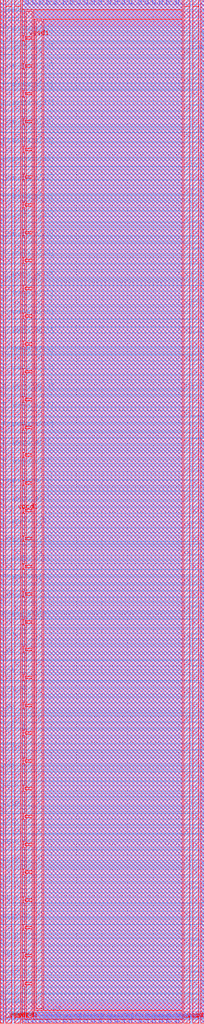
<source format=lef>
##
## LEF for PtnCells ;
## created by Innovus v19.11-s128_1 on Thu Dec  2 18:40:22 2021
##

VERSION 5.7 ;

BUSBITCHARS "[]" ;
DIVIDERCHAR "/" ;

MACRO W_CPU_IO
  CLASS BLOCK ;
  SIZE 40.020000 BY 200.260000 ;
  FOREIGN W_CPU_IO 0.000000 0.000000 ;
  ORIGIN 0 0 ;
  SYMMETRY X Y R90 ;
  PIN E1BEG[3]
    DIRECTION OUTPUT ;
    USE SIGNAL ;
    ANTENNAPARTIALMETALAREA 2.1766 LAYER met3  ;
    ANTENNAPARTIALMETALSIDEAREA 11.6 LAYER met3  ;
    ANTENNAPARTIALCUTAREA 0.04 LAYER via3  ;
    ANTENNADIFFAREA 1.782 LAYER met4  ;
    ANTENNAPARTIALMETALAREA 21.3468 LAYER met4  ;
    ANTENNAPARTIALMETALSIDEAREA 114.32 LAYER met4  ;
    PORT
      LAYER met3 ;
        RECT 39.320000 80.720000 40.020000 81.100000 ;
    END
  END E1BEG[3]
  PIN E1BEG[2]
    DIRECTION OUTPUT ;
    USE SIGNAL ;
    ANTENNAPARTIALMETALAREA 5.2576 LAYER met3  ;
    ANTENNAPARTIALMETALSIDEAREA 28.032 LAYER met3  ;
    ANTENNAPARTIALCUTAREA 0.04 LAYER via3  ;
    ANTENNADIFFAREA 1.782 LAYER met4  ;
    ANTENNAPARTIALMETALAREA 18.0768 LAYER met4  ;
    ANTENNAPARTIALMETALSIDEAREA 96.88 LAYER met4  ;
    PORT
      LAYER met3 ;
        RECT 39.320000 79.500000 40.020000 79.880000 ;
    END
  END E1BEG[2]
  PIN E1BEG[1]
    DIRECTION OUTPUT ;
    USE SIGNAL ;
    ANTENNADIFFAREA 1.782 LAYER met3  ;
    PORT
      LAYER met3 ;
        RECT 39.320000 77.670000 40.020000 78.050000 ;
    END
  END E1BEG[1]
  PIN E1BEG[0]
    DIRECTION OUTPUT ;
    USE SIGNAL ;
    ANTENNADIFFAREA 1.782 LAYER met3  ;
    ANTENNAPARTIALMETALAREA 3.9204 LAYER met3  ;
    ANTENNAPARTIALMETALSIDEAREA 20.904 LAYER met3  ;
    PORT
      LAYER met3 ;
        RECT 39.320000 76.450000 40.020000 76.830000 ;
    END
  END E1BEG[0]
  PIN E2BEG[7]
    DIRECTION OUTPUT ;
    USE SIGNAL ;
    ANTENNADIFFAREA 1.782 LAYER met3  ;
    PORT
      LAYER met3 ;
        RECT 39.320000 92.920000 40.020000 93.300000 ;
    END
  END E2BEG[7]
  PIN E2BEG[6]
    DIRECTION OUTPUT ;
    USE SIGNAL ;
    ANTENNAPARTIALMETALAREA 2.8216 LAYER met3  ;
    ANTENNAPARTIALMETALSIDEAREA 15.04 LAYER met3  ;
    ANTENNAPARTIALCUTAREA 0.04 LAYER via3  ;
    ANTENNADIFFAREA 1.782 LAYER met4  ;
    ANTENNAPARTIALMETALAREA 18.0768 LAYER met4  ;
    ANTENNAPARTIALMETALSIDEAREA 96.88 LAYER met4  ;
    PORT
      LAYER met3 ;
        RECT 39.320000 91.090000 40.020000 91.470000 ;
    END
  END E2BEG[6]
  PIN E2BEG[5]
    DIRECTION OUTPUT ;
    USE SIGNAL ;
    ANTENNADIFFAREA 1.782 LAYER met3  ;
    PORT
      LAYER met3 ;
        RECT 39.320000 89.870000 40.020000 90.250000 ;
    END
  END E2BEG[5]
  PIN E2BEG[4]
    DIRECTION OUTPUT ;
    USE SIGNAL ;
    ANTENNADIFFAREA 1.782 LAYER met3  ;
    ANTENNAPARTIALMETALAREA 0.8844 LAYER met3  ;
    ANTENNAPARTIALMETALSIDEAREA 4.712 LAYER met3  ;
    PORT
      LAYER met3 ;
        RECT 39.320000 88.040000 40.020000 88.420000 ;
    END
  END E2BEG[4]
  PIN E2BEG[3]
    DIRECTION OUTPUT ;
    USE SIGNAL ;
    ANTENNADIFFAREA 1.782 LAYER met3  ;
    PORT
      LAYER met3 ;
        RECT 39.320000 86.820000 40.020000 87.200000 ;
    END
  END E2BEG[3]
  PIN E2BEG[2]
    DIRECTION OUTPUT ;
    USE SIGNAL ;
    ANTENNADIFFAREA 1.782 LAYER met3  ;
    ANTENNAPARTIALMETALAREA 5.3874 LAYER met3  ;
    ANTENNAPARTIALMETALSIDEAREA 28.728 LAYER met3  ;
    PORT
      LAYER met3 ;
        RECT 39.320000 84.990000 40.020000 85.370000 ;
    END
  END E2BEG[2]
  PIN E2BEG[1]
    DIRECTION OUTPUT ;
    USE SIGNAL ;
    ANTENNADIFFAREA 1.782 LAYER met3  ;
    PORT
      LAYER met3 ;
        RECT 39.320000 83.770000 40.020000 84.150000 ;
    END
  END E2BEG[1]
  PIN E2BEG[0]
    DIRECTION OUTPUT ;
    USE SIGNAL ;
    ANTENNADIFFAREA 1.782 LAYER met3  ;
    ANTENNAPARTIALMETALAREA 1.1604 LAYER met3  ;
    ANTENNAPARTIALMETALSIDEAREA 6.184 LAYER met3  ;
    PORT
      LAYER met3 ;
        RECT 39.320000 81.940000 40.020000 82.320000 ;
    END
  END E2BEG[0]
  PIN E2BEGb[7]
    DIRECTION OUTPUT ;
    USE SIGNAL ;
    ANTENNADIFFAREA 1.782 LAYER met3  ;
    ANTENNAPARTIALMETALAREA 0.6084 LAYER met3  ;
    ANTENNAPARTIALMETALSIDEAREA 3.24 LAYER met3  ;
    PORT
      LAYER met3 ;
        RECT 39.320000 104.510000 40.020000 104.890000 ;
    END
  END E2BEGb[7]
  PIN E2BEGb[6]
    DIRECTION OUTPUT ;
    USE SIGNAL ;
    ANTENNAPARTIALMETALAREA 4.0156 LAYER met3  ;
    ANTENNAPARTIALMETALSIDEAREA 21.408 LAYER met3  ;
    ANTENNAPARTIALCUTAREA 0.04 LAYER via3  ;
    ANTENNADIFFAREA 1.782 LAYER met4  ;
    ANTENNAPARTIALMETALAREA 19.9308 LAYER met4  ;
    ANTENNAPARTIALMETALSIDEAREA 106.768 LAYER met4  ;
    PORT
      LAYER met3 ;
        RECT 39.320000 103.290000 40.020000 103.670000 ;
    END
  END E2BEGb[6]
  PIN E2BEGb[5]
    DIRECTION OUTPUT ;
    USE SIGNAL ;
    ANTENNAPARTIALMETALAREA 6.0376 LAYER met3  ;
    ANTENNAPARTIALMETALSIDEAREA 32.192 LAYER met3  ;
    ANTENNAPARTIALCUTAREA 0.04 LAYER via3  ;
    ANTENNADIFFAREA 1.782 LAYER met4  ;
    ANTENNAPARTIALMETALAREA 16.9548 LAYER met4  ;
    ANTENNAPARTIALMETALSIDEAREA 90.896 LAYER met4  ;
    PORT
      LAYER met3 ;
        RECT 39.320000 101.460000 40.020000 101.840000 ;
    END
  END E2BEGb[5]
  PIN E2BEGb[4]
    DIRECTION OUTPUT ;
    USE SIGNAL ;
    ANTENNADIFFAREA 1.782 LAYER met3  ;
    PORT
      LAYER met3 ;
        RECT 39.320000 100.240000 40.020000 100.620000 ;
    END
  END E2BEGb[4]
  PIN E2BEGb[3]
    DIRECTION OUTPUT ;
    USE SIGNAL ;
    ANTENNADIFFAREA 1.782 LAYER met3  ;
    ANTENNAPARTIALMETALAREA 0.3324 LAYER met3  ;
    ANTENNAPARTIALMETALSIDEAREA 1.768 LAYER met3  ;
    PORT
      LAYER met3 ;
        RECT 39.320000 98.410000 40.020000 98.790000 ;
    END
  END E2BEGb[3]
  PIN E2BEGb[2]
    DIRECTION OUTPUT ;
    USE SIGNAL ;
    ANTENNAPARTIALMETALAREA 1.7626 LAYER met3  ;
    ANTENNAPARTIALMETALSIDEAREA 9.392 LAYER met3  ;
    ANTENNAPARTIALCUTAREA 0.04 LAYER via3  ;
    ANTENNADIFFAREA 1.782 LAYER met4  ;
    ANTENNAPARTIALMETALAREA 17.1618 LAYER met4  ;
    ANTENNAPARTIALMETALSIDEAREA 92 LAYER met4  ;
    PORT
      LAYER met3 ;
        RECT 39.320000 97.190000 40.020000 97.570000 ;
    END
  END E2BEGb[2]
  PIN E2BEGb[1]
    DIRECTION OUTPUT ;
    USE SIGNAL ;
    ANTENNADIFFAREA 1.782 LAYER met3  ;
    ANTENNAPARTIALMETALAREA 0.6084 LAYER met3  ;
    ANTENNAPARTIALMETALSIDEAREA 3.24 LAYER met3  ;
    PORT
      LAYER met3 ;
        RECT 39.320000 95.360000 40.020000 95.740000 ;
    END
  END E2BEGb[1]
  PIN E2BEGb[0]
    DIRECTION OUTPUT ;
    USE SIGNAL ;
    ANTENNADIFFAREA 1.782 LAYER met3  ;
    PORT
      LAYER met3 ;
        RECT 39.320000 94.140000 40.020000 94.520000 ;
    END
  END E2BEGb[0]
  PIN EE4BEG[15]
    DIRECTION OUTPUT ;
    USE SIGNAL ;
    ANTENNADIFFAREA 1.782 LAYER met3  ;
    ANTENNAPARTIALMETALAREA 0.3324 LAYER met3  ;
    ANTENNAPARTIALMETALSIDEAREA 1.768 LAYER met3  ;
    PORT
      LAYER met3 ;
        RECT 39.320000 128.300000 40.020000 128.680000 ;
    END
  END EE4BEG[15]
  PIN EE4BEG[14]
    DIRECTION OUTPUT ;
    USE SIGNAL ;
    ANTENNAPARTIALMETALAREA 5.5396 LAYER met3  ;
    ANTENNAPARTIALMETALSIDEAREA 29.536 LAYER met3  ;
    ANTENNAPARTIALCUTAREA 0.04 LAYER via3  ;
    ANTENNADIFFAREA 1.782 LAYER met4  ;
    ANTENNAPARTIALMETALAREA 23.1768 LAYER met4  ;
    ANTENNAPARTIALMETALSIDEAREA 124.08 LAYER met4  ;
    PORT
      LAYER met3 ;
        RECT 39.320000 127.080000 40.020000 127.460000 ;
    END
  END EE4BEG[14]
  PIN EE4BEG[13]
    DIRECTION OUTPUT ;
    USE SIGNAL ;
    ANTENNADIFFAREA 1.782 LAYER met3  ;
    ANTENNAPARTIALMETALAREA 0.4704 LAYER met3  ;
    ANTENNAPARTIALMETALSIDEAREA 2.504 LAYER met3  ;
    PORT
      LAYER met3 ;
        RECT 39.320000 125.250000 40.020000 125.630000 ;
    END
  END EE4BEG[13]
  PIN EE4BEG[12]
    DIRECTION OUTPUT ;
    USE SIGNAL ;
    ANTENNAPARTIALMETALAREA 4.1134 LAYER met3  ;
    ANTENNAPARTIALMETALSIDEAREA 22.4 LAYER met3  ;
    ANTENNAPARTIALCUTAREA 0.04 LAYER via3  ;
    ANTENNADIFFAREA 1.782 LAYER met4  ;
    ANTENNAPARTIALMETALAREA 20.0658 LAYER met4  ;
    ANTENNAPARTIALMETALSIDEAREA 107.488 LAYER met4  ;
    PORT
      LAYER met3 ;
        RECT 39.320000 124.030000 40.020000 124.410000 ;
    END
  END EE4BEG[12]
  PIN EE4BEG[11]
    DIRECTION OUTPUT ;
    USE SIGNAL ;
    ANTENNADIFFAREA 1.782 LAYER met3  ;
    ANTENNAPARTIALMETALAREA 0.8514 LAYER met3  ;
    ANTENNAPARTIALMETALSIDEAREA 4.536 LAYER met3  ;
    PORT
      LAYER met3 ;
        RECT 39.320000 122.200000 40.020000 122.580000 ;
    END
  END EE4BEG[11]
  PIN EE4BEG[10]
    DIRECTION OUTPUT ;
    USE SIGNAL ;
    ANTENNAPARTIALMETALAREA 4.0636 LAYER met3  ;
    ANTENNAPARTIALMETALSIDEAREA 21.664 LAYER met3  ;
    ANTENNAPARTIALCUTAREA 0.04 LAYER via3  ;
    ANTENNADIFFAREA 1.782 LAYER met4  ;
    ANTENNAPARTIALMETALAREA 18.6018 LAYER met4  ;
    ANTENNAPARTIALMETALSIDEAREA 99.68 LAYER met4  ;
    PORT
      LAYER met3 ;
        RECT 39.320000 120.980000 40.020000 121.360000 ;
    END
  END EE4BEG[10]
  PIN EE4BEG[9]
    DIRECTION OUTPUT ;
    USE SIGNAL ;
    ANTENNADIFFAREA 1.782 LAYER met3  ;
    ANTENNAPARTIALMETALAREA 0.3324 LAYER met3  ;
    ANTENNAPARTIALMETALSIDEAREA 1.768 LAYER met3  ;
    PORT
      LAYER met3 ;
        RECT 39.320000 119.150000 40.020000 119.530000 ;
    END
  END EE4BEG[9]
  PIN EE4BEG[8]
    DIRECTION OUTPUT ;
    USE SIGNAL ;
    ANTENNAPARTIALMETALAREA 1.3726 LAYER met3  ;
    ANTENNAPARTIALMETALSIDEAREA 7.312 LAYER met3  ;
    ANTENNAPARTIALCUTAREA 0.04 LAYER via3  ;
    ANTENNADIFFAREA 1.782 LAYER met4  ;
    ANTENNAPARTIALMETALAREA 10.9158 LAYER met4  ;
    ANTENNAPARTIALMETALSIDEAREA 58.688 LAYER met4  ;
    PORT
      LAYER met3 ;
        RECT 39.320000 117.930000 40.020000 118.310000 ;
    END
  END EE4BEG[8]
  PIN EE4BEG[7]
    DIRECTION OUTPUT ;
    USE SIGNAL ;
    ANTENNAPARTIALMETALAREA 1.573 LAYER met3  ;
    ANTENNAPARTIALMETALSIDEAREA 8.856 LAYER met3  ;
    ANTENNAPARTIALCUTAREA 0.04 LAYER via3  ;
    ANTENNADIFFAREA 1.782 LAYER met4  ;
    ANTENNAPARTIALMETALAREA 16.2468 LAYER met4  ;
    ANTENNAPARTIALMETALSIDEAREA 87.12 LAYER met4  ;
    PORT
      LAYER met3 ;
        RECT 39.320000 116.710000 40.020000 117.090000 ;
    END
  END EE4BEG[7]
  PIN EE4BEG[6]
    DIRECTION OUTPUT ;
    USE SIGNAL ;
    ANTENNADIFFAREA 1.782 LAYER met3  ;
    ANTENNAPARTIALMETALAREA 0.3324 LAYER met3  ;
    ANTENNAPARTIALMETALSIDEAREA 1.768 LAYER met3  ;
    PORT
      LAYER met3 ;
        RECT 39.320000 114.880000 40.020000 115.260000 ;
    END
  END EE4BEG[6]
  PIN EE4BEG[5]
    DIRECTION OUTPUT ;
    USE SIGNAL ;
    ANTENNADIFFAREA 1.782 LAYER met3  ;
    PORT
      LAYER met3 ;
        RECT 39.320000 113.660000 40.020000 114.040000 ;
    END
  END EE4BEG[5]
  PIN EE4BEG[4]
    DIRECTION OUTPUT ;
    USE SIGNAL ;
    ANTENNADIFFAREA 1.782 LAYER met3  ;
    ANTENNAPARTIALMETALAREA 1.1604 LAYER met3  ;
    ANTENNAPARTIALMETALSIDEAREA 6.184 LAYER met3  ;
    PORT
      LAYER met3 ;
        RECT 39.320000 111.830000 40.020000 112.210000 ;
    END
  END EE4BEG[4]
  PIN EE4BEG[3]
    DIRECTION OUTPUT ;
    USE SIGNAL ;
    ANTENNADIFFAREA 1.782 LAYER met3  ;
    PORT
      LAYER met3 ;
        RECT 39.320000 110.610000 40.020000 110.990000 ;
    END
  END EE4BEG[3]
  PIN EE4BEG[2]
    DIRECTION OUTPUT ;
    USE SIGNAL ;
    ANTENNADIFFAREA 1.782 LAYER met3  ;
    PORT
      LAYER met3 ;
        RECT 39.320000 108.780000 40.020000 109.160000 ;
    END
  END EE4BEG[2]
  PIN EE4BEG[1]
    DIRECTION OUTPUT ;
    USE SIGNAL ;
    ANTENNADIFFAREA 1.782 LAYER met3  ;
    ANTENNAPARTIALMETALAREA 2.8164 LAYER met3  ;
    ANTENNAPARTIALMETALSIDEAREA 15.016 LAYER met3  ;
    PORT
      LAYER met3 ;
        RECT 39.320000 107.560000 40.020000 107.940000 ;
    END
  END EE4BEG[1]
  PIN EE4BEG[0]
    DIRECTION OUTPUT ;
    USE SIGNAL ;
    ANTENNADIFFAREA 1.782 LAYER met3  ;
    PORT
      LAYER met3 ;
        RECT 39.320000 105.730000 40.020000 106.110000 ;
    END
  END EE4BEG[0]
  PIN E6BEG[11]
    DIRECTION OUTPUT ;
    USE SIGNAL ;
    ANTENNADIFFAREA 1.782 LAYER met3  ;
    PORT
      LAYER met3 ;
        RECT 39.320000 145.990000 40.020000 146.370000 ;
    END
  END E6BEG[11]
  PIN E6BEG[10]
    DIRECTION OUTPUT ;
    USE SIGNAL ;
    ANTENNADIFFAREA 1.782 LAYER met3  ;
    ANTENNAPARTIALMETALAREA 1.4364 LAYER met3  ;
    ANTENNAPARTIALMETALSIDEAREA 7.656 LAYER met3  ;
    PORT
      LAYER met3 ;
        RECT 39.320000 144.770000 40.020000 145.150000 ;
    END
  END E6BEG[10]
  PIN E6BEG[9]
    DIRECTION OUTPUT ;
    USE SIGNAL ;
    ANTENNADIFFAREA 1.782 LAYER met3  ;
    ANTENNAPARTIALMETALAREA 0.3354 LAYER met3  ;
    ANTENNAPARTIALMETALSIDEAREA 1.784 LAYER met3  ;
    PORT
      LAYER met3 ;
        RECT 39.320000 143.550000 40.020000 143.930000 ;
    END
  END E6BEG[9]
  PIN E6BEG[8]
    DIRECTION OUTPUT ;
    USE SIGNAL ;
    ANTENNAPARTIALMETALAREA 2.2006 LAYER met3  ;
    ANTENNAPARTIALMETALSIDEAREA 11.728 LAYER met3  ;
    ANTENNAPARTIALCUTAREA 0.04 LAYER via3  ;
    ANTENNADIFFAREA 1.782 LAYER met4  ;
    ANTENNAPARTIALMETALAREA 5.4738 LAYER met4  ;
    ANTENNAPARTIALMETALSIDEAREA 29.664 LAYER met4  ;
    PORT
      LAYER met3 ;
        RECT 39.320000 141.720000 40.020000 142.100000 ;
    END
  END E6BEG[8]
  PIN E6BEG[7]
    DIRECTION OUTPUT ;
    USE SIGNAL ;
    ANTENNADIFFAREA 1.782 LAYER met3  ;
    ANTENNAPARTIALMETALAREA 0.4704 LAYER met3  ;
    ANTENNAPARTIALMETALSIDEAREA 2.504 LAYER met3  ;
    PORT
      LAYER met3 ;
        RECT 39.320000 140.500000 40.020000 140.880000 ;
    END
  END E6BEG[7]
  PIN E6BEG[6]
    DIRECTION OUTPUT ;
    USE SIGNAL ;
    ANTENNADIFFAREA 1.782 LAYER met3  ;
    ANTENNAPARTIALMETALAREA 0.3174 LAYER met3  ;
    ANTENNAPARTIALMETALSIDEAREA 1.688 LAYER met3  ;
    PORT
      LAYER met3 ;
        RECT 39.320000 138.670000 40.020000 139.050000 ;
    END
  END E6BEG[6]
  PIN E6BEG[5]
    DIRECTION OUTPUT ;
    USE SIGNAL ;
    ANTENNADIFFAREA 1.782 LAYER met3  ;
    ANTENNAPARTIALMETALAREA 0.3324 LAYER met3  ;
    ANTENNAPARTIALMETALSIDEAREA 1.768 LAYER met3  ;
    PORT
      LAYER met3 ;
        RECT 39.320000 137.450000 40.020000 137.830000 ;
    END
  END E6BEG[5]
  PIN E6BEG[4]
    DIRECTION OUTPUT ;
    USE SIGNAL ;
    ANTENNADIFFAREA 1.782 LAYER met3  ;
    PORT
      LAYER met3 ;
        RECT 39.320000 135.620000 40.020000 136.000000 ;
    END
  END E6BEG[4]
  PIN E6BEG[3]
    DIRECTION OUTPUT ;
    USE SIGNAL ;
    ANTENNADIFFAREA 1.782 LAYER met3  ;
    ANTENNAPARTIALMETALAREA 0.3324 LAYER met3  ;
    ANTENNAPARTIALMETALSIDEAREA 1.768 LAYER met3  ;
    PORT
      LAYER met3 ;
        RECT 39.320000 134.400000 40.020000 134.780000 ;
    END
  END E6BEG[3]
  PIN E6BEG[2]
    DIRECTION OUTPUT ;
    USE SIGNAL ;
    ANTENNAPARTIALMETALAREA 2.539 LAYER met3  ;
    ANTENNAPARTIALMETALSIDEAREA 14.008 LAYER met3  ;
    ANTENNAPARTIALCUTAREA 0.04 LAYER via3  ;
    ANTENNADIFFAREA 1.782 LAYER met4  ;
    ANTENNAPARTIALMETALAREA 13.3428 LAYER met4  ;
    ANTENNAPARTIALMETALSIDEAREA 71.632 LAYER met4  ;
    PORT
      LAYER met3 ;
        RECT 39.320000 132.570000 40.020000 132.950000 ;
    END
  END E6BEG[2]
  PIN E6BEG[1]
    DIRECTION OUTPUT ;
    USE SIGNAL ;
    ANTENNADIFFAREA 1.782 LAYER met3  ;
    PORT
      LAYER met3 ;
        RECT 39.320000 131.350000 40.020000 131.730000 ;
    END
  END E6BEG[1]
  PIN E6BEG[0]
    DIRECTION OUTPUT ;
    USE SIGNAL ;
    ANTENNADIFFAREA 1.782 LAYER met3  ;
    PORT
      LAYER met3 ;
        RECT 39.320000 130.130000 40.020000 130.510000 ;
    END
  END E6BEG[0]
  PIN W1END[3]
    DIRECTION INPUT ;
    USE SIGNAL ;
    ANTENNAPARTIALMETALAREA 0.6084 LAYER met3  ;
    ANTENNAPARTIALMETALSIDEAREA 3.24 LAYER met3  ;
    ANTENNAMODEL OXIDE1 ;
    ANTENNAGATEAREA 0.7425 LAYER met3  ;
    ANTENNAMAXAREACAR 7.09751 LAYER met3  ;
    ANTENNAMAXSIDEAREACAR 34.2882 LAYER met3  ;
    ANTENNAMAXCUTCAR 0.123098 LAYER via3  ;
    PORT
      LAYER met3 ;
        RECT 39.320000 9.350000 40.020000 9.730000 ;
    END
  END W1END[3]
  PIN W1END[2]
    DIRECTION INPUT ;
    USE SIGNAL ;
    ANTENNAMODEL OXIDE1 ;
    ANTENNAGATEAREA 0.7425 LAYER met3  ;
    ANTENNAMAXAREACAR 4.70976 LAYER met3  ;
    ANTENNAMAXSIDEAREACAR 22.0148 LAYER met3  ;
    ANTENNAMAXCUTCAR 0.123098 LAYER via3  ;
    PORT
      LAYER met3 ;
        RECT 39.320000 7.520000 40.020000 7.900000 ;
    END
  END W1END[2]
  PIN W1END[1]
    DIRECTION INPUT ;
    USE SIGNAL ;
    ANTENNAPARTIALMETALAREA 1.4364 LAYER met3  ;
    ANTENNAPARTIALMETALSIDEAREA 7.656 LAYER met3  ;
    ANTENNAMODEL OXIDE1 ;
    ANTENNAGATEAREA 0.7425 LAYER met3  ;
    ANTENNAMAXAREACAR 6.47609 LAYER met3  ;
    ANTENNAMAXSIDEAREACAR 31.5529 LAYER met3  ;
    ANTENNAMAXCUTCAR 0.123098 LAYER via3  ;
    PORT
      LAYER met3 ;
        RECT 39.320000 6.300000 40.020000 6.680000 ;
    END
  END W1END[1]
  PIN W1END[0]
    DIRECTION INPUT ;
    USE SIGNAL ;
    ANTENNAPARTIALMETALAREA 0.4704 LAYER met3  ;
    ANTENNAPARTIALMETALSIDEAREA 2.504 LAYER met3  ;
    ANTENNAMODEL OXIDE1 ;
    ANTENNAGATEAREA 0.7425 LAYER met3  ;
    ANTENNAMAXAREACAR 2.6598 LAYER met3  ;
    ANTENNAMAXSIDEAREACAR 12.0377 LAYER met3  ;
    ANTENNAMAXCUTCAR 0.123098 LAYER via3  ;
    PORT
      LAYER met3 ;
        RECT 39.320000 5.080000 40.020000 5.460000 ;
    END
  END W1END[0]
  PIN W2MID[7]
    DIRECTION INPUT ;
    USE SIGNAL ;
    PORT
      LAYER met3 ;
        RECT 39.320000 20.940000 40.020000 21.320000 ;
    END
  END W2MID[7]
  PIN W2MID[6]
    DIRECTION INPUT ;
    USE SIGNAL ;
    ANTENNAPARTIALMETALAREA 1.1604 LAYER met3  ;
    ANTENNAPARTIALMETALSIDEAREA 6.184 LAYER met3  ;
    ANTENNAMODEL OXIDE1 ;
    ANTENNAGATEAREA 0.7425 LAYER met3  ;
    ANTENNAMAXAREACAR 7.31488 LAYER met3  ;
    ANTENNAMAXSIDEAREACAR 35.6229 LAYER met3  ;
    ANTENNAMAXCUTCAR 0.123098 LAYER via3  ;
    PORT
      LAYER met3 ;
        RECT 39.320000 19.720000 40.020000 20.100000 ;
    END
  END W2MID[6]
  PIN W2MID[5]
    DIRECTION INPUT ;
    USE SIGNAL ;
    ANTENNAMODEL OXIDE1 ;
    ANTENNAGATEAREA 0.7425 LAYER met3  ;
    ANTENNAMAXAREACAR 4.63771 LAYER met3  ;
    ANTENNAMAXSIDEAREACAR 21.7226 LAYER met3  ;
    ANTENNAMAXCUTCAR 0.123098 LAYER via3  ;
    PORT
      LAYER met3 ;
        RECT 39.320000 17.890000 40.020000 18.270000 ;
    END
  END W2MID[5]
  PIN W2MID[4]
    DIRECTION INPUT ;
    USE SIGNAL ;
    PORT
      LAYER met3 ;
        RECT 39.320000 16.670000 40.020000 17.050000 ;
    END
  END W2MID[4]
  PIN W2MID[3]
    DIRECTION INPUT ;
    USE SIGNAL ;
    PORT
      LAYER met3 ;
        RECT 39.320000 15.450000 40.020000 15.830000 ;
    END
  END W2MID[3]
  PIN W2MID[2]
    DIRECTION INPUT ;
    USE SIGNAL ;
    ANTENNAPARTIALMETALAREA 2.2114 LAYER met3  ;
    ANTENNAPARTIALMETALSIDEAREA 11.512 LAYER met3  ;
    ANTENNAMODEL OXIDE1 ;
    ANTENNAGATEAREA 0.7425 LAYER met3  ;
    ANTENNAMAXAREACAR 7.80646 LAYER met3  ;
    ANTENNAMAXSIDEAREACAR 38.1791 LAYER met3  ;
    ANTENNAMAXCUTCAR 0.123098 LAYER via3  ;
    PORT
      LAYER met3 ;
        RECT 39.320000 13.620000 40.020000 14.000000 ;
    END
  END W2MID[2]
  PIN W2MID[1]
    DIRECTION INPUT ;
    USE SIGNAL ;
    ANTENNAMODEL OXIDE1 ;
    ANTENNAGATEAREA 0.7425 LAYER met3  ;
    ANTENNAMAXAREACAR 5.93811 LAYER met3  ;
    ANTENNAMAXSIDEAREACAR 13.7145 LAYER met3  ;
    ANTENNAMAXCUTCAR 0.123098 LAYER via3  ;
    PORT
      LAYER met3 ;
        RECT 39.320000 12.400000 40.020000 12.780000 ;
    END
  END W2MID[1]
  PIN W2MID[0]
    DIRECTION INPUT ;
    USE SIGNAL ;
    PORT
      LAYER met3 ;
        RECT 39.320000 10.570000 40.020000 10.950000 ;
    END
  END W2MID[0]
  PIN W2END[7]
    DIRECTION INPUT ;
    USE SIGNAL ;
    PORT
      LAYER met3 ;
        RECT 39.320000 33.140000 40.020000 33.520000 ;
    END
  END W2END[7]
  PIN W2END[6]
    DIRECTION INPUT ;
    USE SIGNAL ;
    ANTENNAPARTIALMETALAREA 1.2984 LAYER met3  ;
    ANTENNAPARTIALMETALSIDEAREA 6.92 LAYER met3  ;
    ANTENNAMODEL OXIDE1 ;
    ANTENNAGATEAREA 0.7425 LAYER met3  ;
    ANTENNAMAXAREACAR 5.22364 LAYER met3  ;
    ANTENNAMAXSIDEAREACAR 23.6256 LAYER met3  ;
    ANTENNAMAXCUTCAR 0.123098 LAYER via3  ;
    PORT
      LAYER met3 ;
        RECT 39.320000 31.310000 40.020000 31.690000 ;
    END
  END W2END[6]
  PIN W2END[5]
    DIRECTION INPUT ;
    USE SIGNAL ;
    ANTENNAPARTIALMETALAREA 0.6084 LAYER met3  ;
    ANTENNAPARTIALMETALSIDEAREA 3.24 LAYER met3  ;
    ANTENNAMODEL OXIDE1 ;
    ANTENNAGATEAREA 0.7425 LAYER met3  ;
    ANTENNAMAXAREACAR 3.74882 LAYER met3  ;
    ANTENNAMAXSIDEAREACAR 17.5448 LAYER met3  ;
    ANTENNAMAXCUTCAR 0.123098 LAYER via3  ;
    PORT
      LAYER met3 ;
        RECT 39.320000 30.090000 40.020000 30.470000 ;
    END
  END W2END[5]
  PIN W2END[4]
    DIRECTION INPUT ;
    USE SIGNAL ;
    PORT
      LAYER met3 ;
        RECT 39.320000 28.870000 40.020000 29.250000 ;
    END
  END W2END[4]
  PIN W2END[3]
    DIRECTION INPUT ;
    USE SIGNAL ;
    PORT
      LAYER met3 ;
        RECT 39.320000 27.040000 40.020000 27.420000 ;
    END
  END W2END[3]
  PIN W2END[2]
    DIRECTION INPUT ;
    USE SIGNAL ;
    ANTENNAPARTIALMETALAREA 1.3726 LAYER met3  ;
    ANTENNAPARTIALMETALSIDEAREA 7.312 LAYER met3  ;
    ANTENNAPARTIALCUTAREA 0.04 LAYER via3  ;
    ANTENNAPARTIALMETALAREA 5.8398 LAYER met4  ;
    ANTENNAPARTIALMETALSIDEAREA 31.616 LAYER met4  ;
    ANTENNAMODEL OXIDE1 ;
    ANTENNAGATEAREA 0.7425 LAYER met4  ;
    ANTENNAMAXAREACAR 10.1537 LAYER met4  ;
    ANTENNAMAXSIDEAREACAR 53.2754 LAYER met4  ;
    ANTENNAMAXCUTCAR 0.17697 LAYER via4  ;
    PORT
      LAYER met3 ;
        RECT 39.320000 25.820000 40.020000 26.200000 ;
    END
  END W2END[2]
  PIN W2END[1]
    DIRECTION INPUT ;
    USE SIGNAL ;
    ANTENNAPARTIALMETALAREA 2.9544 LAYER met3  ;
    ANTENNAPARTIALMETALSIDEAREA 15.752 LAYER met3  ;
    ANTENNAMODEL OXIDE1 ;
    ANTENNAGATEAREA 0.7425 LAYER met3  ;
    ANTENNAMAXAREACAR 7.07811 LAYER met3  ;
    ANTENNAMAXSIDEAREACAR 35.2444 LAYER met3  ;
    ANTENNAMAXCUTCAR 0.123098 LAYER via3  ;
    PORT
      LAYER met3 ;
        RECT 39.320000 23.990000 40.020000 24.370000 ;
    END
  END W2END[1]
  PIN W2END[0]
    DIRECTION INPUT ;
    USE SIGNAL ;
    PORT
      LAYER met3 ;
        RECT 39.320000 22.770000 40.020000 23.150000 ;
    END
  END W2END[0]
  PIN WW4END[15]
    DIRECTION INPUT ;
    USE SIGNAL ;
    ANTENNAPARTIALMETALAREA 3.9654 LAYER met3  ;
    ANTENNAPARTIALMETALSIDEAREA 21.144 LAYER met3  ;
    ANTENNAMODEL OXIDE1 ;
    ANTENNAGATEAREA 0.7425 LAYER met3  ;
    ANTENNAMAXAREACAR 13.9398 LAYER met3  ;
    ANTENNAMAXSIDEAREACAR 70.0067 LAYER met3  ;
    ANTENNAMAXCUTCAR 0.123098 LAYER via3  ;
    PORT
      LAYER met3 ;
        RECT 39.320000 56.930000 40.020000 57.310000 ;
    END
  END WW4END[15]
  PIN WW4END[14]
    DIRECTION INPUT ;
    USE SIGNAL ;
    ANTENNAPARTIALMETALAREA 0.8844 LAYER met3  ;
    ANTENNAPARTIALMETALSIDEAREA 4.712 LAYER met3  ;
    ANTENNAMODEL OXIDE1 ;
    ANTENNAGATEAREA 0.7425 LAYER met3  ;
    ANTENNAMAXAREACAR 8.23286 LAYER met3  ;
    ANTENNAMAXSIDEAREACAR 40.0889 LAYER met3  ;
    ANTENNAMAXCUTCAR 0.123098 LAYER via3  ;
    PORT
      LAYER met3 ;
        RECT 39.320000 55.100000 40.020000 55.480000 ;
    END
  END WW4END[14]
  PIN WW4END[13]
    DIRECTION INPUT ;
    USE SIGNAL ;
    ANTENNAPARTIALMETALAREA 0.3324 LAYER met3  ;
    ANTENNAPARTIALMETALSIDEAREA 1.768 LAYER met3  ;
    ANTENNAMODEL OXIDE1 ;
    ANTENNAGATEAREA 0.7425 LAYER met3  ;
    ANTENNAMAXAREACAR 10.3589 LAYER met3  ;
    ANTENNAMAXSIDEAREACAR 50.3125 LAYER met3  ;
    ANTENNAMAXCUTCAR 0.123098 LAYER via3  ;
    PORT
      LAYER met3 ;
        RECT 39.320000 53.880000 40.020000 54.260000 ;
    END
  END WW4END[13]
  PIN WW4END[12]
    DIRECTION INPUT ;
    USE SIGNAL ;
    ANTENNAPARTIALMETALAREA 2.2006 LAYER met3  ;
    ANTENNAPARTIALMETALSIDEAREA 11.728 LAYER met3  ;
    ANTENNAPARTIALCUTAREA 0.04 LAYER via3  ;
    ANTENNAPARTIALMETALAREA 10.3668 LAYER met4  ;
    ANTENNAPARTIALMETALSIDEAREA 55.76 LAYER met4  ;
    ANTENNAMODEL OXIDE1 ;
    ANTENNAGATEAREA 0.7425 LAYER met4  ;
    ANTENNAMAXAREACAR 20.1981 LAYER met4  ;
    ANTENNAMAXSIDEAREACAR 105.837 LAYER met4  ;
    ANTENNAMAXCUTCAR 0.17697 LAYER via4  ;
    PORT
      LAYER met3 ;
        RECT 39.320000 52.660000 40.020000 53.040000 ;
    END
  END WW4END[12]
  PIN WW4END[11]
    DIRECTION INPUT ;
    USE SIGNAL ;
    ANTENNAMODEL OXIDE1 ;
    ANTENNAGATEAREA 0.7425 LAYER met3  ;
    ANTENNAMAXAREACAR 7.51098 LAYER met3  ;
    ANTENNAMAXSIDEAREACAR 35.93 LAYER met3  ;
    ANTENNAMAXCUTCAR 0.123098 LAYER via3  ;
    PORT
      LAYER met3 ;
        RECT 39.320000 50.830000 40.020000 51.210000 ;
    END
  END WW4END[11]
  PIN WW4END[10]
    DIRECTION INPUT ;
    USE SIGNAL ;
    ANTENNAPARTIALMETALAREA 1.0224 LAYER met3  ;
    ANTENNAPARTIALMETALSIDEAREA 5.448 LAYER met3  ;
    ANTENNAMODEL OXIDE1 ;
    ANTENNAGATEAREA 0.7425 LAYER met3  ;
    ANTENNAMAXAREACAR 8.14343 LAYER met3  ;
    ANTENNAMAXSIDEAREACAR 39.7037 LAYER met3  ;
    ANTENNAMAXCUTCAR 0.123098 LAYER via3  ;
    PORT
      LAYER met3 ;
        RECT 39.320000 49.610000 40.020000 49.990000 ;
    END
  END WW4END[10]
  PIN WW4END[9]
    DIRECTION INPUT ;
    USE SIGNAL ;
    ANTENNAPARTIALMETALAREA 0.3324 LAYER met3  ;
    ANTENNAPARTIALMETALSIDEAREA 1.768 LAYER met3  ;
    ANTENNAMODEL OXIDE1 ;
    ANTENNAGATEAREA 0.7425 LAYER met3  ;
    ANTENNAMAXAREACAR 2.61212 LAYER met3  ;
    ANTENNAMAXSIDEAREACAR 11.6875 LAYER met3  ;
    ANTENNAMAXCUTCAR 0.123098 LAYER via3  ;
    PORT
      LAYER met3 ;
        RECT 39.320000 47.780000 40.020000 48.160000 ;
    END
  END WW4END[9]
  PIN WW4END[8]
    DIRECTION INPUT ;
    USE SIGNAL ;
    ANTENNAPARTIALMETALAREA 1.4814 LAYER met3  ;
    ANTENNAPARTIALMETALSIDEAREA 7.896 LAYER met3  ;
    ANTENNAMODEL OXIDE1 ;
    ANTENNAGATEAREA 0.7425 LAYER met3  ;
    ANTENNAMAXAREACAR 6.60458 LAYER met3  ;
    ANTENNAMAXSIDEAREACAR 32.2155 LAYER met3  ;
    ANTENNAMAXCUTCAR 0.123098 LAYER via3  ;
    PORT
      LAYER met3 ;
        RECT 39.320000 46.560000 40.020000 46.940000 ;
    END
  END WW4END[8]
  PIN WW4END[7]
    DIRECTION INPUT ;
    USE SIGNAL ;
    ANTENNAPARTIALMETALAREA 0.3324 LAYER met3  ;
    ANTENNAPARTIALMETALSIDEAREA 1.768 LAYER met3  ;
    ANTENNAMODEL OXIDE1 ;
    ANTENNAGATEAREA 0.7425 LAYER met3  ;
    ANTENNAMAXAREACAR 5.84875 LAYER met3  ;
    ANTENNAMAXSIDEAREACAR 27.7616 LAYER met3  ;
    ANTENNAMAXCUTCAR 0.123098 LAYER via3  ;
    PORT
      LAYER met3 ;
        RECT 39.320000 44.730000 40.020000 45.110000 ;
    END
  END WW4END[7]
  PIN WW4END[6]
    DIRECTION INPUT ;
    USE SIGNAL ;
    ANTENNAPARTIALMETALAREA 4.9764 LAYER met3  ;
    ANTENNAPARTIALMETALSIDEAREA 26.536 LAYER met3  ;
    ANTENNAMODEL OXIDE1 ;
    ANTENNAGATEAREA 0.7425 LAYER met3  ;
    ANTENNAMAXAREACAR 12.8427 LAYER met3  ;
    ANTENNAMAXSIDEAREACAR 64.9751 LAYER met3  ;
    ANTENNAMAXCUTCAR 0.123098 LAYER via3  ;
    PORT
      LAYER met3 ;
        RECT 39.320000 43.510000 40.020000 43.890000 ;
    END
  END WW4END[6]
  PIN WW4END[5]
    DIRECTION INPUT ;
    USE SIGNAL ;
    ANTENNAPARTIALMETALAREA 0.6084 LAYER met3  ;
    ANTENNAPARTIALMETALSIDEAREA 3.24 LAYER met3  ;
    ANTENNAMODEL OXIDE1 ;
    ANTENNAGATEAREA 0.7425 LAYER met3  ;
    ANTENNAMAXAREACAR 5.96997 LAYER met3  ;
    ANTENNAMAXSIDEAREACAR 28.6505 LAYER met3  ;
    ANTENNAMAXCUTCAR 0.123098 LAYER via3  ;
    PORT
      LAYER met3 ;
        RECT 39.320000 42.290000 40.020000 42.670000 ;
    END
  END WW4END[5]
  PIN WW4END[4]
    DIRECTION INPUT ;
    USE SIGNAL ;
    ANTENNAPARTIALMETALAREA 0.8694 LAYER met3  ;
    ANTENNAPARTIALMETALSIDEAREA 4.632 LAYER met3  ;
    ANTENNAMODEL OXIDE1 ;
    ANTENNAGATEAREA 0.7425 LAYER met3  ;
    ANTENNAMAXAREACAR 2.52848 LAYER met3  ;
    ANTENNAMAXSIDEAREACAR 11.7266 LAYER met3  ;
    ANTENNAMAXCUTCAR 0.123098 LAYER via3  ;
    PORT
      LAYER met3 ;
        RECT 39.320000 40.460000 40.020000 40.840000 ;
    END
  END WW4END[4]
  PIN WW4END[3]
    DIRECTION INPUT ;
    USE SIGNAL ;
    ANTENNAPARTIALMETALAREA 2.5404 LAYER met3  ;
    ANTENNAPARTIALMETALSIDEAREA 13.544 LAYER met3  ;
    ANTENNAMODEL OXIDE1 ;
    ANTENNAGATEAREA 0.7425 LAYER met3  ;
    ANTENNAMAXAREACAR 7.27475 LAYER met3  ;
    ANTENNAMAXSIDEAREACAR 36.0418 LAYER met3  ;
    ANTENNAMAXCUTCAR 0.123098 LAYER via3  ;
    PORT
      LAYER met3 ;
        RECT 39.320000 39.240000 40.020000 39.620000 ;
    END
  END WW4END[3]
  PIN WW4END[2]
    DIRECTION INPUT ;
    USE SIGNAL ;
    ANTENNAPARTIALMETALAREA 0.3324 LAYER met3  ;
    ANTENNAPARTIALMETALSIDEAREA 1.768 LAYER met3  ;
    ANTENNAMODEL OXIDE1 ;
    ANTENNAGATEAREA 0.7425 LAYER met3  ;
    ANTENNAMAXAREACAR 4.63906 LAYER met3  ;
    ANTENNAMAXSIDEAREACAR 21.8222 LAYER met3  ;
    ANTENNAMAXCUTCAR 0.123098 LAYER via3  ;
    PORT
      LAYER met3 ;
        RECT 39.320000 37.410000 40.020000 37.790000 ;
    END
  END WW4END[2]
  PIN WW4END[1]
    DIRECTION INPUT ;
    USE SIGNAL ;
    ANTENNAMODEL OXIDE1 ;
    ANTENNAGATEAREA 0.7425 LAYER met3  ;
    ANTENNAMAXAREACAR 5.35232 LAYER met3  ;
    ANTENNAMAXSIDEAREACAR 25.2956 LAYER met3  ;
    ANTENNAMAXCUTCAR 0.123098 LAYER via3  ;
    PORT
      LAYER met3 ;
        RECT 39.320000 36.190000 40.020000 36.570000 ;
    END
  END WW4END[1]
  PIN WW4END[0]
    DIRECTION INPUT ;
    USE SIGNAL ;
    ANTENNAMODEL OXIDE1 ;
    ANTENNAGATEAREA 0.7425 LAYER met3  ;
    ANTENNAMAXAREACAR 2.25939 LAYER met3  ;
    ANTENNAMAXSIDEAREACAR 9.87205 LAYER met3  ;
    ANTENNAMAXCUTCAR 0.123098 LAYER via3  ;
    PORT
      LAYER met3 ;
        RECT 39.320000 34.360000 40.020000 34.740000 ;
    END
  END WW4END[0]
  PIN W6END[11]
    DIRECTION INPUT ;
    USE SIGNAL ;
    ANTENNAPARTIALMETALAREA 3.0924 LAYER met3  ;
    ANTENNAPARTIALMETALSIDEAREA 16.488 LAYER met3  ;
    ANTENNAMODEL OXIDE1 ;
    ANTENNAGATEAREA 0.252 LAYER met3  ;
    ANTENNAMAXAREACAR 28.4329 LAYER met3  ;
    ANTENNAMAXSIDEAREACAR 134.575 LAYER met3  ;
    ANTENNAMAXCUTCAR 0.477381 LAYER via3  ;
    PORT
      LAYER met3 ;
        RECT 39.320000 74.620000 40.020000 75.000000 ;
    END
  END W6END[11]
  PIN W6END[10]
    DIRECTION INPUT ;
    USE SIGNAL ;
    ANTENNAMODEL OXIDE1 ;
    ANTENNAGATEAREA 0.252 LAYER met3  ;
    ANTENNAMAXAREACAR 41.8655 LAYER met3  ;
    ANTENNAMAXSIDEAREACAR 198.105 LAYER met3  ;
    ANTENNAMAXCUTCAR 0.745238 LAYER via3  ;
    PORT
      LAYER met3 ;
        RECT 39.320000 73.400000 40.020000 73.780000 ;
    END
  END W6END[10]
  PIN W6END[9]
    DIRECTION INPUT ;
    USE SIGNAL ;
    ANTENNAPARTIALMETALAREA 3.5964 LAYER met3  ;
    ANTENNAPARTIALMETALSIDEAREA 19.176 LAYER met3  ;
    ANTENNAMODEL OXIDE1 ;
    ANTENNAGATEAREA 0.252 LAYER met3  ;
    ANTENNAMAXAREACAR 31.1274 LAYER met3  ;
    ANTENNAMAXSIDEAREACAR 148.714 LAYER met3  ;
    ANTENNAMAXCUTCAR 0.477381 LAYER via3  ;
    PORT
      LAYER met3 ;
        RECT 39.320000 71.570000 40.020000 71.950000 ;
    END
  END W6END[9]
  PIN W6END[8]
    DIRECTION INPUT ;
    USE SIGNAL ;
    ANTENNAPARTIALMETALAREA 3.4584 LAYER met3  ;
    ANTENNAPARTIALMETALSIDEAREA 18.44 LAYER met3  ;
    ANTENNAMODEL OXIDE1 ;
    ANTENNAGATEAREA 0.252 LAYER met3  ;
    ANTENNAMAXAREACAR 40.856 LAYER met3  ;
    ANTENNAMAXSIDEAREACAR 197.613 LAYER met3  ;
    ANTENNAMAXCUTCAR 0.745238 LAYER via3  ;
    PORT
      LAYER met3 ;
        RECT 39.320000 70.350000 40.020000 70.730000 ;
    END
  END W6END[8]
  PIN W6END[7]
    DIRECTION INPUT ;
    USE SIGNAL ;
    ANTENNAPARTIALMETALAREA 5.4834 LAYER met3  ;
    ANTENNAPARTIALMETALSIDEAREA 29.24 LAYER met3  ;
    ANTENNAMODEL OXIDE1 ;
    ANTENNAGATEAREA 0.252 LAYER met3  ;
    ANTENNAMAXAREACAR 36.9044 LAYER met3  ;
    ANTENNAMAXSIDEAREACAR 180.095 LAYER met3  ;
    ANTENNAMAXCUTCAR 0.477381 LAYER via3  ;
    PORT
      LAYER met3 ;
        RECT 39.320000 68.520000 40.020000 68.900000 ;
    END
  END W6END[7]
  PIN W6END[6]
    DIRECTION INPUT ;
    USE SIGNAL ;
    ANTENNAMODEL OXIDE1 ;
    ANTENNAGATEAREA 0.252 LAYER met3  ;
    ANTENNAMAXAREACAR 21.8357 LAYER met3  ;
    ANTENNAMAXSIDEAREACAR 96.7163 LAYER met3  ;
    ANTENNAMAXCUTCAR 0.745238 LAYER via3  ;
    PORT
      LAYER met3 ;
        RECT 39.320000 67.300000 40.020000 67.680000 ;
    END
  END W6END[6]
  PIN W6END[5]
    DIRECTION INPUT ;
    USE SIGNAL ;
    ANTENNAPARTIALMETALAREA 6.7704 LAYER met3  ;
    ANTENNAPARTIALMETALSIDEAREA 36.104 LAYER met3  ;
    ANTENNAMODEL OXIDE1 ;
    ANTENNAGATEAREA 0.252 LAYER met3  ;
    ANTENNAMAXAREACAR 52.2373 LAYER met3  ;
    ANTENNAMAXSIDEAREACAR 257.097 LAYER met3  ;
    ANTENNAMAXCUTCAR 0.745238 LAYER via3  ;
    PORT
      LAYER met3 ;
        RECT 39.320000 66.080000 40.020000 66.460000 ;
    END
  END W6END[5]
  PIN W6END[4]
    DIRECTION INPUT ;
    USE SIGNAL ;
    ANTENNAPARTIALMETALAREA 5.7564 LAYER met3  ;
    ANTENNAPARTIALMETALSIDEAREA 30.696 LAYER met3  ;
    ANTENNAMODEL OXIDE1 ;
    ANTENNAGATEAREA 0.252 LAYER met3  ;
    ANTENNAMAXAREACAR 53.9619 LAYER met3  ;
    ANTENNAMAXSIDEAREACAR 264.915 LAYER met3  ;
    ANTENNAMAXCUTCAR 0.745238 LAYER via3  ;
    PORT
      LAYER met3 ;
        RECT 39.320000 64.250000 40.020000 64.630000 ;
    END
  END W6END[4]
  PIN W6END[3]
    DIRECTION INPUT ;
    USE SIGNAL ;
    ANTENNAPARTIALMETALAREA 4.0074 LAYER met3  ;
    ANTENNAPARTIALMETALSIDEAREA 21.368 LAYER met3  ;
    ANTENNAMODEL OXIDE1 ;
    ANTENNAGATEAREA 0.252 LAYER met3  ;
    ANTENNAMAXAREACAR 49.2734 LAYER met3  ;
    ANTENNAMAXSIDEAREACAR 240.427 LAYER met3  ;
    ANTENNAMAXCUTCAR 0.745238 LAYER via3  ;
    PORT
      LAYER met3 ;
        RECT 39.320000 63.030000 40.020000 63.410000 ;
    END
  END W6END[3]
  PIN W6END[2]
    DIRECTION INPUT ;
    USE SIGNAL ;
    ANTENNAPARTIALMETALAREA 0.8844 LAYER met3  ;
    ANTENNAPARTIALMETALSIDEAREA 4.712 LAYER met3  ;
    ANTENNAMODEL OXIDE1 ;
    ANTENNAGATEAREA 0.252 LAYER met3  ;
    ANTENNAMAXAREACAR 41.0909 LAYER met3  ;
    ANTENNAMAXSIDEAREACAR 194.915 LAYER met3  ;
    ANTENNAMAXCUTCAR 0.745238 LAYER via3  ;
    PORT
      LAYER met3 ;
        RECT 39.320000 61.200000 40.020000 61.580000 ;
    END
  END W6END[2]
  PIN W6END[1]
    DIRECTION INPUT ;
    USE SIGNAL ;
    ANTENNAPARTIALMETALAREA 0.3324 LAYER met3  ;
    ANTENNAPARTIALMETALSIDEAREA 1.768 LAYER met3  ;
    ANTENNAMODEL OXIDE1 ;
    ANTENNAGATEAREA 0.252 LAYER met3  ;
    ANTENNAMAXAREACAR 19.4409 LAYER met3  ;
    ANTENNAMAXSIDEAREACAR 85.496 LAYER met3  ;
    ANTENNAMAXCUTCAR 0.477381 LAYER via3  ;
    PORT
      LAYER met3 ;
        RECT 39.320000 59.980000 40.020000 60.360000 ;
    END
  END W6END[1]
  PIN W6END[0]
    DIRECTION INPUT ;
    USE SIGNAL ;
    ANTENNAPARTIALMETALAREA 5.4744 LAYER met3  ;
    ANTENNAPARTIALMETALSIDEAREA 29.192 LAYER met3  ;
    ANTENNAMODEL OXIDE1 ;
    ANTENNAGATEAREA 0.252 LAYER met3  ;
    ANTENNAMAXAREACAR 52.256 LAYER met3  ;
    ANTENNAMAXSIDEAREACAR 257.28 LAYER met3  ;
    ANTENNAMAXCUTCAR 0.745238 LAYER via3  ;
    PORT
      LAYER met3 ;
        RECT 39.320000 58.150000 40.020000 58.530000 ;
    END
  END W6END[0]
  PIN OPA_I0
    DIRECTION INPUT ;
    USE SIGNAL ;
    ANTENNAPARTIALMETALAREA 5.6184 LAYER met3  ;
    ANTENNAPARTIALMETALSIDEAREA 29.96 LAYER met3  ;
    ANTENNAMODEL OXIDE1 ;
    ANTENNAGATEAREA 0.252 LAYER met3  ;
    ANTENNAMAXAREACAR 49.077 LAYER met3  ;
    ANTENNAMAXSIDEAREACAR 239.772 LAYER met3  ;
    ANTENNAMAXCUTCAR 0.745238 LAYER via3  ;
    PORT
      LAYER met3 ;
        RECT 0.000000 64.250000 0.700000 64.630000 ;
    END
  END OPA_I0
  PIN OPA_I1
    DIRECTION INPUT ;
    USE SIGNAL ;
    ANTENNAPARTIALMETALAREA 5.5486 LAYER met3  ;
    ANTENNAPARTIALMETALSIDEAREA 29.584 LAYER met3  ;
    ANTENNAPARTIALCUTAREA 0.04 LAYER via3  ;
    ANTENNAPARTIALMETALAREA 9.8178 LAYER met4  ;
    ANTENNAPARTIALMETALSIDEAREA 52.832 LAYER met4  ;
    ANTENNAMODEL OXIDE1 ;
    ANTENNAGATEAREA 0.252 LAYER met4  ;
    ANTENNAMAXAREACAR 47.9365 LAYER met4  ;
    ANTENNAMAXSIDEAREACAR 246.698 LAYER met4  ;
    ANTENNAMAXCUTCAR 0.725397 LAYER via4  ;
    PORT
      LAYER met3 ;
        RECT 0.000000 67.910000 0.700000 68.290000 ;
    END
  END OPA_I1
  PIN OPA_I2
    DIRECTION INPUT ;
    USE SIGNAL ;
    ANTENNAPARTIALMETALAREA 2.8614 LAYER met3  ;
    ANTENNAPARTIALMETALSIDEAREA 15.256 LAYER met3  ;
    ANTENNAMODEL OXIDE1 ;
    ANTENNAGATEAREA 0.252 LAYER met3  ;
    ANTENNAMAXAREACAR 33.2798 LAYER met3  ;
    ANTENNAMAXSIDEAREACAR 159.839 LAYER met3  ;
    ANTENNAMAXCUTCAR 0.566667 LAYER via3  ;
    PORT
      LAYER met3 ;
        RECT 0.000000 71.570000 0.700000 71.950000 ;
    END
  END OPA_I2
  PIN OPA_I3
    DIRECTION INPUT ;
    USE SIGNAL ;
    ANTENNAPARTIALMETALAREA 4.6074 LAYER met3  ;
    ANTENNAPARTIALMETALSIDEAREA 24.568 LAYER met3  ;
    ANTENNAMODEL OXIDE1 ;
    ANTENNAGATEAREA 0.252 LAYER met3  ;
    ANTENNAMAXAREACAR 47.1766 LAYER met3  ;
    ANTENNAMAXSIDEAREACAR 230.736 LAYER met3  ;
    ANTENNAMAXCUTCAR 0.745238 LAYER via3  ;
    PORT
      LAYER met3 ;
        RECT 0.000000 75.230000 0.700000 75.610000 ;
    END
  END OPA_I3
  PIN UserCLK
    DIRECTION INPUT ;
    USE SIGNAL ;
    ANTENNAPARTIALMETALAREA 0.8029 LAYER met2  ;
    ANTENNAPARTIALMETALSIDEAREA 3.8535 LAYER met2  ;
    ANTENNAPARTIALCUTAREA 0.04 LAYER via2  ;
    ANTENNAPARTIALMETALAREA 0.5328 LAYER met3  ;
    ANTENNAPARTIALMETALSIDEAREA 3.312 LAYER met3  ;
    ANTENNAMODEL OXIDE1 ;
    ANTENNAGATEAREA 4.608 LAYER met3  ;
    ANTENNAMAXAREACAR 2.33459 LAYER met3  ;
    ANTENNAMAXSIDEAREACAR 11.0039 LAYER met3  ;
    ANTENNAMAXCUTCAR 0.0386502 LAYER via3  ;
    PORT
      LAYER met2 ;
        RECT 5.100000 0.000000 5.480000 0.700000 ;
    END
  END UserCLK
  PIN OPB_I0
    DIRECTION INPUT ;
    USE SIGNAL ;
    ANTENNAMODEL OXIDE1 ;
    ANTENNAGATEAREA 0.252 LAYER met3  ;
    ANTENNAMAXAREACAR 44.6595 LAYER met3  ;
    ANTENNAMAXSIDEAREACAR 210.272 LAYER met3  ;
    ANTENNAMAXCUTCAR 0.745238 LAYER via3  ;
    PORT
      LAYER met3 ;
        RECT 0.000000 49.000000 0.700000 49.380000 ;
    END
  END OPB_I0
  PIN OPB_I1
    DIRECTION INPUT ;
    USE SIGNAL ;
    ANTENNAPARTIALCUTAREA 0.04 LAYER via3  ;
    ANTENNAPARTIALMETALAREA 8.5368 LAYER met4  ;
    ANTENNAPARTIALMETALSIDEAREA 46 LAYER met4  ;
    ANTENNAMODEL OXIDE1 ;
    ANTENNAGATEAREA 0.252 LAYER met4  ;
    ANTENNAMAXAREACAR 62.3536 LAYER met4  ;
    ANTENNAMAXSIDEAREACAR 315.819 LAYER met4  ;
    ANTENNAMAXCUTCAR 0.903968 LAYER via4  ;
    PORT
      LAYER met3 ;
        RECT 0.000000 53.270000 0.700000 53.650000 ;
    END
  END OPB_I1
  PIN OPB_I2
    DIRECTION INPUT ;
    USE SIGNAL ;
    ANTENNAPARTIALMETALAREA 5.5434 LAYER met3  ;
    ANTENNAPARTIALMETALSIDEAREA 29.56 LAYER met3  ;
    ANTENNAMODEL OXIDE1 ;
    ANTENNAGATEAREA 0.252 LAYER met3  ;
    ANTENNAMAXAREACAR 45.1056 LAYER met3  ;
    ANTENNAMAXSIDEAREACAR 220.796 LAYER met3  ;
    ANTENNAMAXCUTCAR 0.566667 LAYER via3  ;
    PORT
      LAYER met3 ;
        RECT 0.000000 56.930000 0.700000 57.310000 ;
    END
  END OPB_I2
  PIN OPB_I3
    DIRECTION INPUT ;
    USE SIGNAL ;
    ANTENNAPARTIALMETALAREA 0.4704 LAYER met3  ;
    ANTENNAPARTIALMETALSIDEAREA 2.504 LAYER met3  ;
    ANTENNAMODEL OXIDE1 ;
    ANTENNAGATEAREA 0.252 LAYER met3  ;
    ANTENNAMAXAREACAR 25.6163 LAYER met3  ;
    ANTENNAMAXSIDEAREACAR 117.597 LAYER met3  ;
    ANTENNAMAXCUTCAR 0.745238 LAYER via3  ;
    PORT
      LAYER met3 ;
        RECT 0.000000 60.590000 0.700000 60.970000 ;
    END
  END OPB_I3
  PIN RES0_O0
    DIRECTION OUTPUT ;
    USE SIGNAL ;
    ANTENNADIFFAREA 1.782 LAYER met3  ;
    PORT
      LAYER met3 ;
        RECT 0.000000 34.360000 0.700000 34.740000 ;
    END
  END RES0_O0
  PIN RES0_O1
    DIRECTION OUTPUT ;
    USE SIGNAL ;
    ANTENNADIFFAREA 1.782 LAYER met3  ;
    ANTENNAPARTIALMETALAREA 0.4704 LAYER met3  ;
    ANTENNAPARTIALMETALSIDEAREA 2.504 LAYER met3  ;
    PORT
      LAYER met3 ;
        RECT 0.000000 38.020000 0.700000 38.400000 ;
    END
  END RES0_O1
  PIN RES0_O2
    DIRECTION OUTPUT ;
    USE SIGNAL ;
    ANTENNADIFFAREA 1.782 LAYER met3  ;
    ANTENNAPARTIALMETALAREA 0.3324 LAYER met3  ;
    ANTENNAPARTIALMETALSIDEAREA 1.768 LAYER met3  ;
    PORT
      LAYER met3 ;
        RECT 0.000000 41.680000 0.700000 42.060000 ;
    END
  END RES0_O2
  PIN RES0_O3
    DIRECTION OUTPUT ;
    USE SIGNAL ;
    ANTENNADIFFAREA 1.782 LAYER met3  ;
    PORT
      LAYER met3 ;
        RECT 0.000000 45.340000 0.700000 45.720000 ;
    END
  END RES0_O3
  PIN RES1_O0
    DIRECTION OUTPUT ;
    USE SIGNAL ;
    ANTENNADIFFAREA 1.782 LAYER met3  ;
    ANTENNAPARTIALMETALAREA 0.3324 LAYER met3  ;
    ANTENNAPARTIALMETALSIDEAREA 1.768 LAYER met3  ;
    PORT
      LAYER met3 ;
        RECT 0.000000 19.720000 0.700000 20.100000 ;
    END
  END RES1_O0
  PIN RES1_O1
    DIRECTION OUTPUT ;
    USE SIGNAL ;
    ANTENNADIFFAREA 1.782 LAYER met3  ;
    PORT
      LAYER met3 ;
        RECT 0.000000 23.380000 0.700000 23.760000 ;
    END
  END RES1_O1
  PIN RES1_O2
    DIRECTION OUTPUT ;
    USE SIGNAL ;
    ANTENNADIFFAREA 1.782 LAYER met3  ;
    ANTENNAPARTIALMETALAREA 0.4704 LAYER met3  ;
    ANTENNAPARTIALMETALSIDEAREA 2.504 LAYER met3  ;
    PORT
      LAYER met3 ;
        RECT 0.000000 27.040000 0.700000 27.420000 ;
    END
  END RES1_O2
  PIN RES1_O3
    DIRECTION OUTPUT ;
    USE SIGNAL ;
    ANTENNADIFFAREA 1.782 LAYER met3  ;
    ANTENNAPARTIALMETALAREA 0.3324 LAYER met3  ;
    ANTENNAPARTIALMETALSIDEAREA 1.768 LAYER met3  ;
    PORT
      LAYER met3 ;
        RECT 0.000000 30.700000 0.700000 31.080000 ;
    END
  END RES1_O3
  PIN RES2_O0
    DIRECTION OUTPUT ;
    USE SIGNAL ;
    ANTENNADIFFAREA 1.782 LAYER met3  ;
    PORT
      LAYER met3 ;
        RECT 0.000000 5.080000 0.700000 5.460000 ;
    END
  END RES2_O0
  PIN RES2_O1
    DIRECTION OUTPUT ;
    USE SIGNAL ;
    ANTENNADIFFAREA 1.782 LAYER met3  ;
    ANTENNAPARTIALMETALAREA 2.2644 LAYER met3  ;
    ANTENNAPARTIALMETALSIDEAREA 12.072 LAYER met3  ;
    PORT
      LAYER met3 ;
        RECT 0.000000 8.740000 0.700000 9.120000 ;
    END
  END RES2_O1
  PIN RES2_O2
    DIRECTION OUTPUT ;
    USE SIGNAL ;
    ANTENNAPARTIALMETALAREA 3.2476 LAYER met3  ;
    ANTENNAPARTIALMETALSIDEAREA 17.312 LAYER met3  ;
    ANTENNAPARTIALCUTAREA 0.04 LAYER via3  ;
    ANTENNADIFFAREA 1.782 LAYER met4  ;
    ANTENNAPARTIALMETALAREA 17.3448 LAYER met4  ;
    ANTENNAPARTIALMETALSIDEAREA 92.976 LAYER met4  ;
    PORT
      LAYER met3 ;
        RECT 0.000000 12.400000 0.700000 12.780000 ;
    END
  END RES2_O2
  PIN RES2_O3
    DIRECTION OUTPUT ;
    USE SIGNAL ;
    ANTENNADIFFAREA 1.782 LAYER met3  ;
    ANTENNAPARTIALMETALAREA 0.4704 LAYER met3  ;
    ANTENNAPARTIALMETALSIDEAREA 2.504 LAYER met3  ;
    PORT
      LAYER met3 ;
        RECT 0.000000 16.060000 0.700000 16.440000 ;
    END
  END RES2_O3
  PIN UserCLKo
    DIRECTION OUTPUT ;
    USE SIGNAL ;
    ANTENNAPARTIALCUTAREA 0.04 LAYER via2  ;
    ANTENNADIFFAREA 4.5209 LAYER met3  ;
    ANTENNAPARTIALMETALAREA 3.8898 LAYER met3  ;
    ANTENNAPARTIALMETALSIDEAREA 21.216 LAYER met3  ;
    PORT
      LAYER met2 ;
        RECT 5.100000 199.560000 5.480000 200.260000 ;
    END
  END UserCLKo
  PIN FrameData[31]
    DIRECTION INPUT ;
    USE SIGNAL ;
    ANTENNAPARTIALMETALAREA 7.3224 LAYER met3  ;
    ANTENNAPARTIALMETALSIDEAREA 39.048 LAYER met3  ;
    ANTENNAMODEL OXIDE1 ;
    ANTENNAGATEAREA 0.9015 LAYER met3  ;
    ANTENNAMAXAREACAR 32.9344 LAYER met3  ;
    ANTENNAMAXSIDEAREACAR 163.618 LAYER met3  ;
    ANTENNAMAXCUTCAR 0.367641 LAYER via3  ;
    PORT
      LAYER met3 ;
        RECT 0.000000 193.570000 0.700000 193.950000 ;
    END
  END FrameData[31]
  PIN FrameData[30]
    DIRECTION INPUT ;
    USE SIGNAL ;
    ANTENNAPARTIALMETALAREA 0.4704 LAYER met3  ;
    ANTENNAPARTIALMETALSIDEAREA 2.504 LAYER met3  ;
    ANTENNAMODEL OXIDE1 ;
    ANTENNAGATEAREA 0.9015 LAYER met3  ;
    ANTENNAMAXAREACAR 6.07275 LAYER met3  ;
    ANTENNAMAXSIDEAREACAR 27.1817 LAYER met3  ;
    ANTENNAMAXCUTCAR 0.25109 LAYER via3  ;
    PORT
      LAYER met3 ;
        RECT 0.000000 189.910000 0.700000 190.290000 ;
    END
  END FrameData[30]
  PIN FrameData[29]
    DIRECTION INPUT ;
    USE SIGNAL ;
    ANTENNAPARTIALMETALAREA 0.6084 LAYER met3  ;
    ANTENNAPARTIALMETALSIDEAREA 3.24 LAYER met3  ;
    ANTENNAMODEL OXIDE1 ;
    ANTENNAGATEAREA 0.9015 LAYER met3  ;
    ANTENNAMAXAREACAR 12.6227 LAYER met3  ;
    ANTENNAMAXSIDEAREACAR 59.566 LAYER met3  ;
    ANTENNAMAXCUTCAR 0.367641 LAYER via3  ;
    PORT
      LAYER met3 ;
        RECT 0.000000 186.250000 0.700000 186.630000 ;
    END
  END FrameData[29]
  PIN FrameData[28]
    DIRECTION INPUT ;
    USE SIGNAL ;
    ANTENNAPARTIALMETALAREA 3.3684 LAYER met3  ;
    ANTENNAPARTIALMETALSIDEAREA 17.96 LAYER met3  ;
    ANTENNAMODEL OXIDE1 ;
    ANTENNAGATEAREA 0.9015 LAYER met3  ;
    ANTENNAMAXAREACAR 19.8166 LAYER met3  ;
    ANTENNAMAXSIDEAREACAR 96.556 LAYER met3  ;
    ANTENNAMAXCUTCAR 0.367641 LAYER via3  ;
    PORT
      LAYER met3 ;
        RECT 0.000000 182.590000 0.700000 182.970000 ;
    END
  END FrameData[28]
  PIN FrameData[27]
    DIRECTION INPUT ;
    USE SIGNAL ;
    ANTENNAPARTIALMETALAREA 0.4704 LAYER met3  ;
    ANTENNAPARTIALMETALSIDEAREA 2.504 LAYER met3  ;
    ANTENNAMODEL OXIDE1 ;
    ANTENNAGATEAREA 0.9015 LAYER met3  ;
    ANTENNAMAXAREACAR 4.39611 LAYER met3  ;
    ANTENNAMAXSIDEAREACAR 20.4885 LAYER met3  ;
    ANTENNAMAXCUTCAR 0.367641 LAYER via3  ;
    PORT
      LAYER met3 ;
        RECT 0.000000 178.930000 0.700000 179.310000 ;
    END
  END FrameData[27]
  PIN FrameData[26]
    DIRECTION INPUT ;
    USE SIGNAL ;
    ANTENNAPARTIALMETALAREA 2.6935 LAYER met3  ;
    ANTENNAPARTIALMETALSIDEAREA 14.352 LAYER met3  ;
    ANTENNAMODEL OXIDE1 ;
    ANTENNAGATEAREA 0.7425 LAYER met3  ;
    ANTENNAMAXAREACAR 7.57246 LAYER met3  ;
    ANTENNAMAXSIDEAREACAR 36.8916 LAYER met3  ;
    ANTENNAPARTIALCUTAREA 0.04 LAYER via3  ;
    ANTENNAMAXCUTCAR 0.17697 LAYER via3  ;
    ANTENNAPARTIALMETALAREA 10.0488 LAYER met4  ;
    ANTENNAPARTIALMETALSIDEAREA 54.064 LAYER met4  ;
    ANTENNAGATEAREA 0.9015 LAYER met4  ;
    ANTENNAMAXAREACAR 19.7046 LAYER met4  ;
    ANTENNAMAXSIDEAREACAR 103.021 LAYER met4  ;
    ANTENNAMAXCUTCAR 0.826415 LAYER via4  ;
    PORT
      LAYER met3 ;
        RECT 0.000000 175.270000 0.700000 175.650000 ;
    END
  END FrameData[26]
  PIN FrameData[25]
    DIRECTION INPUT ;
    USE SIGNAL ;
    ANTENNAPARTIALMETALAREA 6.3213 LAYER met3  ;
    ANTENNAPARTIALMETALSIDEAREA 33.704 LAYER met3  ;
    ANTENNAMODEL OXIDE1 ;
    ANTENNAGATEAREA 0.9015 LAYER met3  ;
    ANTENNAMAXAREACAR 15.2786 LAYER met3  ;
    ANTENNAMAXSIDEAREACAR 74.3897 LAYER met3  ;
    ANTENNAMAXCUTCAR 0.574843 LAYER via3  ;
    PORT
      LAYER met3 ;
        RECT 0.000000 171.610000 0.700000 171.990000 ;
    END
  END FrameData[25]
  PIN FrameData[24]
    DIRECTION INPUT ;
    USE SIGNAL ;
    ANTENNAMODEL OXIDE1 ;
    ANTENNAGATEAREA 0.9015 LAYER met3  ;
    ANTENNAMAXAREACAR 5.8367 LAYER met3  ;
    ANTENNAMAXSIDEAREACAR 25.8328 LAYER met3  ;
    ANTENNAMAXCUTCAR 0.25109 LAYER via3  ;
    PORT
      LAYER met3 ;
        RECT 0.000000 167.950000 0.700000 168.330000 ;
    END
  END FrameData[24]
  PIN FrameData[23]
    DIRECTION INPUT ;
    USE SIGNAL ;
    ANTENNAPARTIALMETALAREA 8.848 LAYER met3  ;
    ANTENNAPARTIALMETALSIDEAREA 47.176 LAYER met3  ;
    ANTENNAMODEL OXIDE1 ;
    ANTENNAGATEAREA 0.7425 LAYER met3  ;
    ANTENNAMAXAREACAR 15.2871 LAYER met3  ;
    ANTENNAMAXSIDEAREACAR 78.9239 LAYER met3  ;
    ANTENNAPARTIALCUTAREA 0.04 LAYER via3  ;
    ANTENNAMAXCUTCAR 0.17697 LAYER via3  ;
    ANTENNAPARTIALMETALAREA 23.9088 LAYER met4  ;
    ANTENNAPARTIALMETALSIDEAREA 127.984 LAYER met4  ;
    ANTENNAGATEAREA 0.9015 LAYER met4  ;
    ANTENNAMAXAREACAR 50.6815 LAYER met4  ;
    ANTENNAMAXSIDEAREACAR 266.462 LAYER met4  ;
    ANTENNAMAXCUTCAR 0.826415 LAYER via4  ;
    PORT
      LAYER met3 ;
        RECT 0.000000 164.290000 0.700000 164.670000 ;
    END
  END FrameData[23]
  PIN FrameData[22]
    DIRECTION INPUT ;
    USE SIGNAL ;
    ANTENNAPARTIALMETALAREA 7.7056 LAYER met3  ;
    ANTENNAPARTIALMETALSIDEAREA 41.088 LAYER met3  ;
    ANTENNAPARTIALCUTAREA 0.04 LAYER via3  ;
    ANTENNAPARTIALMETALAREA 19.9167 LAYER met4  ;
    ANTENNAPARTIALMETALSIDEAREA 106.688 LAYER met4  ;
    ANTENNAMODEL OXIDE1 ;
    ANTENNAGATEAREA 0.9015 LAYER met4  ;
    ANTENNAMAXAREACAR 59.8985 LAYER met4  ;
    ANTENNAMAXSIDEAREACAR 311.543 LAYER met4  ;
    ANTENNAMAXCUTCAR 0.826415 LAYER via4  ;
    PORT
      LAYER met3 ;
        RECT 0.000000 160.630000 0.700000 161.010000 ;
    END
  END FrameData[22]
  PIN FrameData[21]
    DIRECTION INPUT ;
    USE SIGNAL ;
    ANTENNAPARTIALMETALAREA 2.2164 LAYER met3  ;
    ANTENNAPARTIALMETALSIDEAREA 11.816 LAYER met3  ;
    ANTENNAMODEL OXIDE1 ;
    ANTENNAGATEAREA 0.9015 LAYER met3  ;
    ANTENNAMAXAREACAR 18.6317 LAYER met3  ;
    ANTENNAMAXSIDEAREACAR 92.4276 LAYER met3  ;
    ANTENNAMAXCUTCAR 0.367641 LAYER via3  ;
    PORT
      LAYER met3 ;
        RECT 0.000000 156.970000 0.700000 157.350000 ;
    END
  END FrameData[21]
  PIN FrameData[20]
    DIRECTION INPUT ;
    USE SIGNAL ;
    ANTENNAPARTIALMETALAREA 0.6084 LAYER met3  ;
    ANTENNAPARTIALMETALSIDEAREA 3.24 LAYER met3  ;
    ANTENNAMODEL OXIDE1 ;
    ANTENNAGATEAREA 0.9015 LAYER met3  ;
    ANTENNAMAXAREACAR 19.8108 LAYER met3  ;
    ANTENNAMAXSIDEAREACAR 95.5174 LAYER met3  ;
    ANTENNAMAXCUTCAR 0.367641 LAYER via3  ;
    PORT
      LAYER met3 ;
        RECT 0.000000 153.310000 0.700000 153.690000 ;
    END
  END FrameData[20]
  PIN FrameData[19]
    DIRECTION INPUT ;
    USE SIGNAL ;
    ANTENNAPARTIALMETALAREA 4.4493 LAYER met3  ;
    ANTENNAPARTIALMETALSIDEAREA 23.72 LAYER met3  ;
    ANTENNAMODEL OXIDE1 ;
    ANTENNAGATEAREA 0.9015 LAYER met3  ;
    ANTENNAMAXAREACAR 24.6398 LAYER met3  ;
    ANTENNAMAXSIDEAREACAR 119.491 LAYER met3  ;
    ANTENNAMAXCUTCAR 0.574843 LAYER via3  ;
    PORT
      LAYER met3 ;
        RECT 0.000000 149.650000 0.700000 150.030000 ;
    END
  END FrameData[19]
  PIN FrameData[18]
    DIRECTION INPUT ;
    USE SIGNAL ;
    ANTENNAPARTIALMETALAREA 3.3684 LAYER met3  ;
    ANTENNAPARTIALMETALSIDEAREA 17.96 LAYER met3  ;
    ANTENNAMODEL OXIDE1 ;
    ANTENNAGATEAREA 0.9015 LAYER met3  ;
    ANTENNAMAXAREACAR 16.6475 LAYER met3  ;
    ANTENNAMAXSIDEAREACAR 80.7216 LAYER met3  ;
    ANTENNAMAXCUTCAR 0.367641 LAYER via3  ;
    PORT
      LAYER met3 ;
        RECT 0.000000 145.380000 0.700000 145.760000 ;
    END
  END FrameData[18]
  PIN FrameData[17]
    DIRECTION INPUT ;
    USE SIGNAL ;
    ANTENNAPARTIALMETALAREA 1.0224 LAYER met3  ;
    ANTENNAPARTIALMETALSIDEAREA 5.448 LAYER met3  ;
    ANTENNAMODEL OXIDE1 ;
    ANTENNAGATEAREA 0.9015 LAYER met3  ;
    ANTENNAMAXAREACAR 36.722 LAYER met3  ;
    ANTENNAMAXSIDEAREACAR 179.823 LAYER met3  ;
    ANTENNAMAXCUTCAR 0.50915 LAYER via3  ;
    PORT
      LAYER met3 ;
        RECT 0.000000 141.720000 0.700000 142.100000 ;
    END
  END FrameData[17]
  PIN FrameData[16]
    DIRECTION INPUT ;
    USE SIGNAL ;
    ANTENNAPARTIALMETALAREA 4.1634 LAYER met3  ;
    ANTENNAPARTIALMETALSIDEAREA 22.2 LAYER met3  ;
    ANTENNAMODEL OXIDE1 ;
    ANTENNAGATEAREA 0.9015 LAYER met3  ;
    ANTENNAMAXAREACAR 17.7356 LAYER met3  ;
    ANTENNAMAXSIDEAREACAR 86.4559 LAYER met3  ;
    ANTENNAMAXCUTCAR 0.367641 LAYER via3  ;
    PORT
      LAYER met3 ;
        RECT 0.000000 138.060000 0.700000 138.440000 ;
    END
  END FrameData[16]
  PIN FrameData[15]
    DIRECTION INPUT ;
    USE SIGNAL ;
    ANTENNAPARTIALMETALAREA 6.8283 LAYER met3  ;
    ANTENNAPARTIALMETALSIDEAREA 36.408 LAYER met3  ;
    ANTENNAMODEL OXIDE1 ;
    ANTENNAGATEAREA 0.9015 LAYER met3  ;
    ANTENNAMAXAREACAR 21.9637 LAYER met3  ;
    ANTENNAMAXSIDEAREACAR 107.811 LAYER met3  ;
    ANTENNAMAXCUTCAR 0.574843 LAYER via3  ;
    PORT
      LAYER met3 ;
        RECT 0.000000 134.400000 0.700000 134.780000 ;
    END
  END FrameData[15]
  PIN FrameData[14]
    DIRECTION INPUT ;
    USE SIGNAL ;
    ANTENNAPARTIALMETALAREA 3.6444 LAYER met3  ;
    ANTENNAPARTIALMETALSIDEAREA 19.432 LAYER met3  ;
    ANTENNAMODEL OXIDE1 ;
    ANTENNAGATEAREA 0.9015 LAYER met3  ;
    ANTENNAMAXAREACAR 14.2039 LAYER met3  ;
    ANTENNAMAXSIDEAREACAR 68.5072 LAYER met3  ;
    ANTENNAMAXCUTCAR 0.367641 LAYER via3  ;
    PORT
      LAYER met3 ;
        RECT 0.000000 130.740000 0.700000 131.120000 ;
    END
  END FrameData[14]
  PIN FrameData[13]
    DIRECTION INPUT ;
    USE SIGNAL ;
    ANTENNAPARTIALMETALAREA 6.793 LAYER met3  ;
    ANTENNAPARTIALMETALSIDEAREA 36.216 LAYER met3  ;
    ANTENNAMODEL OXIDE1 ;
    ANTENNAGATEAREA 0.159 LAYER met3  ;
    ANTENNAMAXAREACAR 59.3138 LAYER met3  ;
    ANTENNAMAXSIDEAREACAR 306.204 LAYER met3  ;
    ANTENNAPARTIALCUTAREA 0.04 LAYER via3  ;
    ANTENNAMAXCUTCAR 0.826415 LAYER via3  ;
    ANTENNAPARTIALMETALAREA 7.4388 LAYER met4  ;
    ANTENNAPARTIALMETALSIDEAREA 40.144 LAYER met4  ;
    ANTENNAGATEAREA 0.9015 LAYER met4  ;
    ANTENNAMAXAREACAR 67.5654 LAYER met4  ;
    ANTENNAMAXSIDEAREACAR 350.735 LAYER met4  ;
    ANTENNAMAXCUTCAR 0.826415 LAYER via4  ;
    PORT
      LAYER met3 ;
        RECT 0.000000 127.080000 0.700000 127.460000 ;
    END
  END FrameData[13]
  PIN FrameData[12]
    DIRECTION INPUT ;
    USE SIGNAL ;
    ANTENNAPARTIALMETALAREA 5.3506 LAYER met3  ;
    ANTENNAPARTIALMETALSIDEAREA 28.528 LAYER met3  ;
    ANTENNAPARTIALCUTAREA 0.04 LAYER via3  ;
    ANTENNAPARTIALMETALAREA 10.7907 LAYER met4  ;
    ANTENNAPARTIALMETALSIDEAREA 58.016 LAYER met4  ;
    ANTENNAMODEL OXIDE1 ;
    ANTENNAGATEAREA 0.9015 LAYER met4  ;
    ANTENNAMAXAREACAR 18.6653 LAYER met4  ;
    ANTENNAMAXSIDEAREACAR 96.7921 LAYER met4  ;
    ANTENNAMAXCUTCAR 0.826415 LAYER via4  ;
    PORT
      LAYER met3 ;
        RECT 0.000000 123.420000 0.700000 123.800000 ;
    END
  END FrameData[12]
  PIN FrameData[11]
    DIRECTION INPUT ;
    USE SIGNAL ;
    ANTENNAPARTIALCUTAREA 0.04 LAYER via3  ;
    ANTENNAPARTIALMETALAREA 6.1578 LAYER met4  ;
    ANTENNAPARTIALMETALSIDEAREA 33.312 LAYER met4  ;
    ANTENNAMODEL OXIDE1 ;
    ANTENNAGATEAREA 0.7425 LAYER met4  ;
    ANTENNAMAXAREACAR 16.6003 LAYER met4  ;
    ANTENNAMAXSIDEAREACAR 87.5071 LAYER met4  ;
    ANTENNAMAXCUTCAR 0.17697 LAYER via4  ;
    PORT
      LAYER met3 ;
        RECT 0.000000 119.760000 0.700000 120.140000 ;
    END
  END FrameData[11]
  PIN FrameData[10]
    DIRECTION INPUT ;
    USE SIGNAL ;
    ANTENNAMODEL OXIDE1 ;
    ANTENNAGATEAREA 0.7425 LAYER met3  ;
    ANTENNAMAXAREACAR 8.71232 LAYER met3  ;
    ANTENNAMAXSIDEAREACAR 42.0956 LAYER met3  ;
    ANTENNAMAXCUTCAR 0.123098 LAYER via3  ;
    PORT
      LAYER met3 ;
        RECT 0.000000 116.100000 0.700000 116.480000 ;
    END
  END FrameData[10]
  PIN FrameData[9]
    DIRECTION INPUT ;
    USE SIGNAL ;
    ANTENNAPARTIALMETALAREA 6.1284 LAYER met3  ;
    ANTENNAPARTIALMETALSIDEAREA 32.68 LAYER met3  ;
    ANTENNAMODEL OXIDE1 ;
    ANTENNAGATEAREA 0.7425 LAYER met3  ;
    ANTENNAMAXAREACAR 13.772 LAYER met3  ;
    ANTENNAMAXSIDEAREACAR 70.1387 LAYER met3  ;
    ANTENNAMAXCUTCAR 0.123098 LAYER via3  ;
    PORT
      LAYER met3 ;
        RECT 0.000000 112.440000 0.700000 112.820000 ;
    END
  END FrameData[9]
  PIN FrameData[8]
    DIRECTION INPUT ;
    USE SIGNAL ;
    ANTENNAPARTIALMETALAREA 4.2384 LAYER met3  ;
    ANTENNAPARTIALMETALSIDEAREA 22.6 LAYER met3  ;
    ANTENNAMODEL OXIDE1 ;
    ANTENNAGATEAREA 0.7425 LAYER met3  ;
    ANTENNAMAXAREACAR 11.2265 LAYER met3  ;
    ANTENNAMAXSIDEAREACAR 56.563 LAYER met3  ;
    ANTENNAMAXCUTCAR 0.123098 LAYER via3  ;
    PORT
      LAYER met3 ;
        RECT 0.000000 108.780000 0.700000 109.160000 ;
    END
  END FrameData[8]
  PIN FrameData[7]
    DIRECTION INPUT ;
    USE SIGNAL ;
    ANTENNAMODEL OXIDE1 ;
    ANTENNAGATEAREA 0.7425 LAYER met3  ;
    ANTENNAMAXAREACAR 5.76465 LAYER met3  ;
    ANTENNAMAXSIDEAREACAR 26.2047 LAYER met3  ;
    ANTENNAMAXCUTCAR 0.123098 LAYER via3  ;
    PORT
      LAYER met3 ;
        RECT 0.000000 105.120000 0.700000 105.500000 ;
    END
  END FrameData[7]
  PIN FrameData[6]
    DIRECTION INPUT ;
    USE SIGNAL ;
    ANTENNAPARTIALMETALAREA 2.6836 LAYER met3  ;
    ANTENNAPARTIALMETALSIDEAREA 14.304 LAYER met3  ;
    ANTENNAPARTIALCUTAREA 0.04 LAYER via3  ;
    ANTENNAPARTIALMETALAREA 7.8048 LAYER met4  ;
    ANTENNAPARTIALMETALSIDEAREA 42.096 LAYER met4  ;
    ANTENNAMODEL OXIDE1 ;
    ANTENNAGATEAREA 0.7425 LAYER met4  ;
    ANTENNAMAXAREACAR 14.4998 LAYER met4  ;
    ANTENNAMAXSIDEAREACAR 76.6182 LAYER met4  ;
    ANTENNAMAXCUTCAR 0.17697 LAYER via4  ;
    PORT
      LAYER met3 ;
        RECT 0.000000 101.460000 0.700000 101.840000 ;
    END
  END FrameData[6]
  PIN FrameData[5]
    DIRECTION INPUT ;
    USE SIGNAL ;
    ANTENNAPARTIALCUTAREA 0.04 LAYER via3  ;
    ANTENNAPARTIALMETALAREA 6.1578 LAYER met4  ;
    ANTENNAPARTIALMETALSIDEAREA 33.312 LAYER met4  ;
    ANTENNAMODEL OXIDE1 ;
    ANTENNAGATEAREA 0.7425 LAYER met4  ;
    ANTENNAMAXAREACAR 14.3906 LAYER met4  ;
    ANTENNAMAXSIDEAREACAR 75.868 LAYER met4  ;
    ANTENNAMAXCUTCAR 0.17697 LAYER via4  ;
    PORT
      LAYER met3 ;
        RECT 0.000000 97.190000 0.700000 97.570000 ;
    END
  END FrameData[5]
  PIN FrameData[4]
    DIRECTION INPUT ;
    USE SIGNAL ;
    ANTENNAPARTIALMETALAREA 0.3324 LAYER met3  ;
    ANTENNAPARTIALMETALSIDEAREA 1.768 LAYER met3  ;
    ANTENNAMODEL OXIDE1 ;
    ANTENNAGATEAREA 0.7425 LAYER met3  ;
    ANTENNAMAXAREACAR 6.2767 LAYER met3  ;
    ANTENNAMAXSIDEAREACAR 29.3145 LAYER met3  ;
    ANTENNAMAXCUTCAR 0.123098 LAYER via3  ;
    PORT
      LAYER met3 ;
        RECT 0.000000 93.530000 0.700000 93.910000 ;
    END
  END FrameData[4]
  PIN FrameData[3]
    DIRECTION INPUT ;
    USE SIGNAL ;
    ANTENNAPARTIALMETALAREA 0.5754 LAYER met3  ;
    ANTENNAPARTIALMETALSIDEAREA 3.064 LAYER met3  ;
    ANTENNAMODEL OXIDE1 ;
    ANTENNAGATEAREA 0.7425 LAYER met3  ;
    ANTENNAMAXAREACAR 5.77798 LAYER met3  ;
    ANTENNAMAXSIDEAREACAR 26.4256 LAYER met3  ;
    ANTENNAMAXCUTCAR 0.123098 LAYER via3  ;
    PORT
      LAYER met3 ;
        RECT 0.000000 89.870000 0.700000 90.250000 ;
    END
  END FrameData[3]
  PIN FrameData[2]
    DIRECTION INPUT ;
    USE SIGNAL ;
    ANTENNAPARTIALMETALAREA 6.7428 LAYER met3  ;
    ANTENNAPARTIALMETALSIDEAREA 36.432 LAYER met3  ;
    ANTENNAMODEL OXIDE1 ;
    ANTENNAGATEAREA 0.7425 LAYER met3  ;
    ANTENNAMAXAREACAR 11.2703 LAYER met3  ;
    ANTENNAMAXSIDEAREACAR 58.637 LAYER met3  ;
    ANTENNAMAXCUTCAR 0.123098 LAYER via3  ;
    PORT
      LAYER met3 ;
        RECT 0.000000 86.210000 0.700000 86.590000 ;
    END
  END FrameData[2]
  PIN FrameData[1]
    DIRECTION INPUT ;
    USE SIGNAL ;
    ANTENNAPARTIALMETALAREA 4.7536 LAYER met3  ;
    ANTENNAPARTIALMETALSIDEAREA 25.344 LAYER met3  ;
    ANTENNAPARTIALCUTAREA 0.04 LAYER via3  ;
    ANTENNAPARTIALMETALAREA 17.1378 LAYER met4  ;
    ANTENNAPARTIALMETALSIDEAREA 91.872 LAYER met4  ;
    ANTENNAMODEL OXIDE1 ;
    ANTENNAGATEAREA 0.7425 LAYER met4  ;
    ANTENNAMAXAREACAR 24.3801 LAYER met4  ;
    ANTENNAMAXSIDEAREACAR 129.592 LAYER met4  ;
    ANTENNAMAXCUTCAR 0.17697 LAYER via4  ;
    PORT
      LAYER met3 ;
        RECT 0.000000 82.550000 0.700000 82.930000 ;
    END
  END FrameData[1]
  PIN FrameData[0]
    DIRECTION INPUT ;
    USE SIGNAL ;
    ANTENNAPARTIALMETALAREA 4.5774 LAYER met3  ;
    ANTENNAPARTIALMETALSIDEAREA 24.408 LAYER met3  ;
    ANTENNAMODEL OXIDE1 ;
    ANTENNAGATEAREA 0.7425 LAYER met3  ;
    ANTENNAMAXAREACAR 13.6178 LAYER met3  ;
    ANTENNAMAXSIDEAREACAR 67.3805 LAYER met3  ;
    ANTENNAMAXCUTCAR 0.123098 LAYER via3  ;
    PORT
      LAYER met3 ;
        RECT 0.000000 78.890000 0.700000 79.270000 ;
    END
  END FrameData[0]
  PIN FrameData_O[31]
    DIRECTION OUTPUT ;
    USE SIGNAL ;
    ANTENNADIFFAREA 1.782 LAYER met3  ;
    ANTENNAPARTIALMETALAREA 1.5744 LAYER met3  ;
    ANTENNAPARTIALMETALSIDEAREA 8.392 LAYER met3  ;
    PORT
      LAYER met3 ;
        RECT 39.320000 194.180000 40.020000 194.560000 ;
    END
  END FrameData_O[31]
  PIN FrameData_O[30]
    DIRECTION OUTPUT ;
    USE SIGNAL ;
    ANTENNADIFFAREA 1.782 LAYER met3  ;
    PORT
      LAYER met3 ;
        RECT 39.320000 192.350000 40.020000 192.730000 ;
    END
  END FrameData_O[30]
  PIN FrameData_O[29]
    DIRECTION OUTPUT ;
    USE SIGNAL ;
    ANTENNADIFFAREA 1.782 LAYER met3  ;
    ANTENNAPARTIALMETALAREA 1.1604 LAYER met3  ;
    ANTENNAPARTIALMETALSIDEAREA 6.184 LAYER met3  ;
    PORT
      LAYER met3 ;
        RECT 39.320000 191.130000 40.020000 191.510000 ;
    END
  END FrameData_O[29]
  PIN FrameData_O[28]
    DIRECTION OUTPUT ;
    USE SIGNAL ;
    ANTENNADIFFAREA 1.782 LAYER met3  ;
    ANTENNAPARTIALMETALAREA 2.4474 LAYER met3  ;
    ANTENNAPARTIALMETALSIDEAREA 13.048 LAYER met3  ;
    PORT
      LAYER met3 ;
        RECT 39.320000 189.300000 40.020000 189.680000 ;
    END
  END FrameData_O[28]
  PIN FrameData_O[27]
    DIRECTION OUTPUT ;
    USE SIGNAL ;
    ANTENNADIFFAREA 1.782 LAYER met3  ;
    ANTENNAPARTIALMETALAREA 4.1034 LAYER met3  ;
    ANTENNAPARTIALMETALSIDEAREA 21.88 LAYER met3  ;
    PORT
      LAYER met3 ;
        RECT 39.320000 188.080000 40.020000 188.460000 ;
    END
  END FrameData_O[27]
  PIN FrameData_O[26]
    DIRECTION OUTPUT ;
    USE SIGNAL ;
    ANTENNADIFFAREA 1.782 LAYER met3  ;
    ANTENNAPARTIALMETALAREA 1.9884 LAYER met3  ;
    ANTENNAPARTIALMETALSIDEAREA 10.6 LAYER met3  ;
    PORT
      LAYER met3 ;
        RECT 39.320000 186.250000 40.020000 186.630000 ;
    END
  END FrameData_O[26]
  PIN FrameData_O[25]
    DIRECTION OUTPUT ;
    USE SIGNAL ;
    ANTENNADIFFAREA 1.782 LAYER met3  ;
    ANTENNAPARTIALMETALAREA 0.4704 LAYER met3  ;
    ANTENNAPARTIALMETALSIDEAREA 2.504 LAYER met3  ;
    PORT
      LAYER met3 ;
        RECT 39.320000 185.030000 40.020000 185.410000 ;
    END
  END FrameData_O[25]
  PIN FrameData_O[24]
    DIRECTION OUTPUT ;
    USE SIGNAL ;
    ANTENNADIFFAREA 1.782 LAYER met3  ;
    ANTENNAPARTIALMETALAREA 1.7124 LAYER met3  ;
    ANTENNAPARTIALMETALSIDEAREA 9.128 LAYER met3  ;
    PORT
      LAYER met3 ;
        RECT 39.320000 183.200000 40.020000 183.580000 ;
    END
  END FrameData_O[24]
  PIN FrameData_O[23]
    DIRECTION OUTPUT ;
    USE SIGNAL ;
    ANTENNADIFFAREA 1.782 LAYER met3  ;
    PORT
      LAYER met3 ;
        RECT 39.320000 181.980000 40.020000 182.360000 ;
    END
  END FrameData_O[23]
  PIN FrameData_O[22]
    DIRECTION OUTPUT ;
    USE SIGNAL ;
    ANTENNADIFFAREA 1.782 LAYER met3  ;
    ANTENNAPARTIALMETALAREA 1.2984 LAYER met3  ;
    ANTENNAPARTIALMETALSIDEAREA 6.92 LAYER met3  ;
    PORT
      LAYER met3 ;
        RECT 39.320000 180.760000 40.020000 181.140000 ;
    END
  END FrameData_O[22]
  PIN FrameData_O[21]
    DIRECTION OUTPUT ;
    USE SIGNAL ;
    ANTENNADIFFAREA 1.782 LAYER met3  ;
    ANTENNAPARTIALMETALAREA 0.3324 LAYER met3  ;
    ANTENNAPARTIALMETALSIDEAREA 1.768 LAYER met3  ;
    PORT
      LAYER met3 ;
        RECT 39.320000 178.930000 40.020000 179.310000 ;
    END
  END FrameData_O[21]
  PIN FrameData_O[20]
    DIRECTION OUTPUT ;
    USE SIGNAL ;
    ANTENNADIFFAREA 1.782 LAYER met3  ;
    ANTENNAPARTIALMETALAREA 2.2644 LAYER met3  ;
    ANTENNAPARTIALMETALSIDEAREA 12.072 LAYER met3  ;
    PORT
      LAYER met3 ;
        RECT 39.320000 177.710000 40.020000 178.090000 ;
    END
  END FrameData_O[20]
  PIN FrameData_O[19]
    DIRECTION OUTPUT ;
    USE SIGNAL ;
    ANTENNADIFFAREA 1.782 LAYER met3  ;
    PORT
      LAYER met3 ;
        RECT 39.320000 175.880000 40.020000 176.260000 ;
    END
  END FrameData_O[19]
  PIN FrameData_O[18]
    DIRECTION OUTPUT ;
    USE SIGNAL ;
    ANTENNADIFFAREA 1.782 LAYER met3  ;
    ANTENNAPARTIALMETALAREA 3.7824 LAYER met3  ;
    ANTENNAPARTIALMETALSIDEAREA 20.168 LAYER met3  ;
    PORT
      LAYER met3 ;
        RECT 39.320000 174.660000 40.020000 175.040000 ;
    END
  END FrameData_O[18]
  PIN FrameData_O[17]
    DIRECTION OUTPUT ;
    USE SIGNAL ;
    ANTENNADIFFAREA 1.782 LAYER met3  ;
    ANTENNAPARTIALMETALAREA 1.8504 LAYER met3  ;
    ANTENNAPARTIALMETALSIDEAREA 9.864 LAYER met3  ;
    PORT
      LAYER met3 ;
        RECT 39.320000 172.830000 40.020000 173.210000 ;
    END
  END FrameData_O[17]
  PIN FrameData_O[16]
    DIRECTION OUTPUT ;
    USE SIGNAL ;
    ANTENNADIFFAREA 1.782 LAYER met3  ;
    ANTENNAPARTIALMETALAREA 1.2984 LAYER met3  ;
    ANTENNAPARTIALMETALSIDEAREA 6.92 LAYER met3  ;
    PORT
      LAYER met3 ;
        RECT 39.320000 171.610000 40.020000 171.990000 ;
    END
  END FrameData_O[16]
  PIN FrameData_O[15]
    DIRECTION OUTPUT ;
    USE SIGNAL ;
    ANTENNADIFFAREA 1.782 LAYER met3  ;
    ANTENNAPARTIALMETALAREA 0.6084 LAYER met3  ;
    ANTENNAPARTIALMETALSIDEAREA 3.24 LAYER met3  ;
    PORT
      LAYER met3 ;
        RECT 39.320000 169.780000 40.020000 170.160000 ;
    END
  END FrameData_O[15]
  PIN FrameData_O[14]
    DIRECTION OUTPUT ;
    USE SIGNAL ;
    ANTENNADIFFAREA 1.782 LAYER met3  ;
    ANTENNAPARTIALMETALAREA 0.3324 LAYER met3  ;
    ANTENNAPARTIALMETALSIDEAREA 1.768 LAYER met3  ;
    PORT
      LAYER met3 ;
        RECT 39.320000 168.560000 40.020000 168.940000 ;
    END
  END FrameData_O[14]
  PIN FrameData_O[13]
    DIRECTION OUTPUT ;
    USE SIGNAL ;
    ANTENNADIFFAREA 1.782 LAYER met3  ;
    ANTENNAPARTIALMETALAREA 1.5744 LAYER met3  ;
    ANTENNAPARTIALMETALSIDEAREA 8.392 LAYER met3  ;
    PORT
      LAYER met3 ;
        RECT 39.320000 167.340000 40.020000 167.720000 ;
    END
  END FrameData_O[13]
  PIN FrameData_O[12]
    DIRECTION OUTPUT ;
    USE SIGNAL ;
    ANTENNADIFFAREA 1.782 LAYER met3  ;
    PORT
      LAYER met3 ;
        RECT 39.320000 165.510000 40.020000 165.890000 ;
    END
  END FrameData_O[12]
  PIN FrameData_O[11]
    DIRECTION OUTPUT ;
    USE SIGNAL ;
    ANTENNAPARTIALMETALAREA 2.6146 LAYER met3  ;
    ANTENNAPARTIALMETALSIDEAREA 13.936 LAYER met3  ;
    ANTENNAPARTIALCUTAREA 0.04 LAYER via3  ;
    ANTENNADIFFAREA 1.782 LAYER met4  ;
    ANTENNAPARTIALMETALAREA 5.6088 LAYER met4  ;
    ANTENNAPARTIALMETALSIDEAREA 30.384 LAYER met4  ;
    PORT
      LAYER met3 ;
        RECT 39.320000 164.290000 40.020000 164.670000 ;
    END
  END FrameData_O[11]
  PIN FrameData_O[10]
    DIRECTION OUTPUT ;
    USE SIGNAL ;
    ANTENNAPARTIALMETALAREA 5.9026 LAYER met3  ;
    ANTENNAPARTIALMETALSIDEAREA 31.472 LAYER met3  ;
    ANTENNAPARTIALCUTAREA 0.04 LAYER via3  ;
    ANTENNADIFFAREA 1.782 LAYER met4  ;
    ANTENNAPARTIALMETALAREA 5.8158 LAYER met4  ;
    ANTENNAPARTIALMETALSIDEAREA 31.488 LAYER met4  ;
    PORT
      LAYER met3 ;
        RECT 39.320000 162.460000 40.020000 162.840000 ;
    END
  END FrameData_O[10]
  PIN FrameData_O[9]
    DIRECTION OUTPUT ;
    USE SIGNAL ;
    ANTENNADIFFAREA 1.782 LAYER met3  ;
    ANTENNAPARTIALMETALAREA 0.3324 LAYER met3  ;
    ANTENNAPARTIALMETALSIDEAREA 1.768 LAYER met3  ;
    PORT
      LAYER met3 ;
        RECT 39.320000 161.240000 40.020000 161.620000 ;
    END
  END FrameData_O[9]
  PIN FrameData_O[8]
    DIRECTION OUTPUT ;
    USE SIGNAL ;
    ANTENNADIFFAREA 1.782 LAYER met3  ;
    PORT
      LAYER met3 ;
        RECT 39.320000 159.410000 40.020000 159.790000 ;
    END
  END FrameData_O[8]
  PIN FrameData_O[7]
    DIRECTION OUTPUT ;
    USE SIGNAL ;
    ANTENNADIFFAREA 1.782 LAYER met3  ;
    ANTENNAPARTIALMETALAREA 5.7594 LAYER met3  ;
    ANTENNAPARTIALMETALSIDEAREA 30.712 LAYER met3  ;
    PORT
      LAYER met3 ;
        RECT 39.320000 158.190000 40.020000 158.570000 ;
    END
  END FrameData_O[7]
  PIN FrameData_O[6]
    DIRECTION OUTPUT ;
    USE SIGNAL ;
    ANTENNADIFFAREA 1.782 LAYER met3  ;
    ANTENNAPARTIALMETALAREA 0.8844 LAYER met3  ;
    ANTENNAPARTIALMETALSIDEAREA 4.712 LAYER met3  ;
    PORT
      LAYER met3 ;
        RECT 39.320000 156.360000 40.020000 156.740000 ;
    END
  END FrameData_O[6]
  PIN FrameData_O[5]
    DIRECTION OUTPUT ;
    USE SIGNAL ;
    ANTENNADIFFAREA 1.782 LAYER met3  ;
    PORT
      LAYER met3 ;
        RECT 39.320000 155.140000 40.020000 155.520000 ;
    END
  END FrameData_O[5]
  PIN FrameData_O[4]
    DIRECTION OUTPUT ;
    USE SIGNAL ;
    ANTENNADIFFAREA 1.782 LAYER met3  ;
    PORT
      LAYER met3 ;
        RECT 39.320000 153.920000 40.020000 154.300000 ;
    END
  END FrameData_O[4]
  PIN FrameData_O[3]
    DIRECTION OUTPUT ;
    USE SIGNAL ;
    ANTENNADIFFAREA 1.782 LAYER met3  ;
    ANTENNAPARTIALMETALAREA 5.6214 LAYER met3  ;
    ANTENNAPARTIALMETALSIDEAREA 29.976 LAYER met3  ;
    PORT
      LAYER met3 ;
        RECT 39.320000 152.090000 40.020000 152.470000 ;
    END
  END FrameData_O[3]
  PIN FrameData_O[2]
    DIRECTION OUTPUT ;
    USE SIGNAL ;
    ANTENNADIFFAREA 1.782 LAYER met3  ;
    ANTENNAPARTIALMETALAREA 4.4724 LAYER met3  ;
    ANTENNAPARTIALMETALSIDEAREA 23.848 LAYER met3  ;
    PORT
      LAYER met3 ;
        RECT 39.320000 150.870000 40.020000 151.250000 ;
    END
  END FrameData_O[2]
  PIN FrameData_O[1]
    DIRECTION OUTPUT ;
    USE SIGNAL ;
    ANTENNADIFFAREA 1.782 LAYER met3  ;
    PORT
      LAYER met3 ;
        RECT 39.320000 149.040000 40.020000 149.420000 ;
    END
  END FrameData_O[1]
  PIN FrameData_O[0]
    DIRECTION OUTPUT ;
    USE SIGNAL ;
    ANTENNAPARTIALMETALAREA 1.3726 LAYER met3  ;
    ANTENNAPARTIALMETALSIDEAREA 7.312 LAYER met3  ;
    ANTENNAPARTIALCUTAREA 0.04 LAYER via3  ;
    ANTENNADIFFAREA 1.782 LAYER met4  ;
    ANTENNAPARTIALMETALAREA 5.9748 LAYER met4  ;
    ANTENNAPARTIALMETALSIDEAREA 32.336 LAYER met4  ;
    PORT
      LAYER met3 ;
        RECT 39.320000 147.820000 40.020000 148.200000 ;
    END
  END FrameData_O[0]
  PIN FrameStrobe[19]
    DIRECTION INPUT ;
    USE SIGNAL ;
    ANTENNAMODEL OXIDE1 ;
    ANTENNAGATEAREA 0.7425 LAYER met2  ;
    ANTENNAMAXAREACAR 2.8396 LAYER met2  ;
    ANTENNAMAXSIDEAREACAR 12.9125 LAYER met2  ;
    ANTENNAMAXCUTCAR 0.0692256 LAYER via2  ;
    PORT
      LAYER met2 ;
        RECT 34.540000 0.000000 34.920000 0.700000 ;
    END
  END FrameStrobe[19]
  PIN FrameStrobe[18]
    DIRECTION INPUT ;
    USE SIGNAL ;
    ANTENNAPARTIALMETALAREA 18.5978 LAYER met2  ;
    ANTENNAPARTIALMETALSIDEAREA 92.645 LAYER met2  ;
    ANTENNAMODEL OXIDE1 ;
    ANTENNAGATEAREA 0.7425 LAYER met2  ;
    ANTENNAMAXAREACAR 25.5749 LAYER met2  ;
    ANTENNAMAXSIDEAREACAR 126.176 LAYER met2  ;
    ANTENNAMAXCUTCAR 0.0692256 LAYER via2  ;
    PORT
      LAYER met2 ;
        RECT 32.700000 0.000000 33.080000 0.700000 ;
    END
  END FrameStrobe[18]
  PIN FrameStrobe[17]
    DIRECTION INPUT ;
    USE SIGNAL ;
    ANTENNAPARTIALMETALAREA 0.8883 LAYER met2  ;
    ANTENNAPARTIALMETALSIDEAREA 4.2805 LAYER met2  ;
    ANTENNAPARTIALCUTAREA 0.04 LAYER via2  ;
    ANTENNAPARTIALMETALAREA 0.2509 LAYER met3  ;
    ANTENNAPARTIALMETALSIDEAREA 1.808 LAYER met3  ;
    ANTENNAPARTIALCUTAREA 0.04 LAYER via3  ;
    ANTENNAPARTIALMETALAREA 27.4818 LAYER met4  ;
    ANTENNAPARTIALMETALSIDEAREA 147.04 LAYER met4  ;
    ANTENNAMODEL OXIDE1 ;
    ANTENNAGATEAREA 0.7425 LAYER met4  ;
    ANTENNAMAXAREACAR 44.1733 LAYER met4  ;
    ANTENNAMAXSIDEAREACAR 233.09 LAYER met4  ;
    ANTENNAMAXCUTCAR 0.17697 LAYER via4  ;
    PORT
      LAYER met2 ;
        RECT 31.320000 0.000000 31.700000 0.700000 ;
    END
  END FrameStrobe[17]
  PIN FrameStrobe[16]
    DIRECTION INPUT ;
    USE SIGNAL ;
    ANTENNAPARTIALMETALAREA 1.8277 LAYER met2  ;
    ANTENNAPARTIALMETALSIDEAREA 8.9775 LAYER met2  ;
    ANTENNAPARTIALCUTAREA 0.04 LAYER via2  ;
    ANTENNAPARTIALMETALAREA 1.987 LAYER met3  ;
    ANTENNAPARTIALMETALSIDEAREA 11.064 LAYER met3  ;
    ANTENNAPARTIALCUTAREA 0.04 LAYER via3  ;
    ANTENNAPARTIALMETALAREA 39.3288 LAYER met4  ;
    ANTENNAPARTIALMETALSIDEAREA 210.224 LAYER met4  ;
    ANTENNAMODEL OXIDE1 ;
    ANTENNAGATEAREA 0.7425 LAYER met4  ;
    ANTENNAMAXAREACAR 53.9467 LAYER met4  ;
    ANTENNAMAXSIDEAREACAR 287.442 LAYER met4  ;
    ANTENNAMAXCUTCAR 0.17697 LAYER via4  ;
    PORT
      LAYER met2 ;
        RECT 29.940000 0.000000 30.320000 0.700000 ;
    END
  END FrameStrobe[16]
  PIN FrameStrobe[15]
    DIRECTION INPUT ;
    USE SIGNAL ;
    ANTENNAPARTIALMETALAREA 19.529 LAYER met2  ;
    ANTENNAPARTIALMETALSIDEAREA 97.419 LAYER met2  ;
    ANTENNAMODEL OXIDE1 ;
    ANTENNAGATEAREA 0.7425 LAYER met2  ;
    ANTENNAMAXAREACAR 28.2187 LAYER met2  ;
    ANTENNAMAXSIDEAREACAR 139.554 LAYER met2  ;
    ANTENNAMAXCUTCAR 0.0692256 LAYER via2  ;
    PORT
      LAYER met2 ;
        RECT 28.560000 0.000000 28.940000 0.700000 ;
    END
  END FrameStrobe[15]
  PIN FrameStrobe[14]
    DIRECTION INPUT ;
    USE SIGNAL ;
    ANTENNAPARTIALMETALAREA 0.7609 LAYER met2  ;
    ANTENNAPARTIALMETALSIDEAREA 3.6435 LAYER met2  ;
    ANTENNAPARTIALCUTAREA 0.04 LAYER via2  ;
    ANTENNAPARTIALMETALAREA 0.469 LAYER met3  ;
    ANTENNAPARTIALMETALSIDEAREA 2.968 LAYER met3  ;
    ANTENNAPARTIALCUTAREA 0.04 LAYER via3  ;
    ANTENNAPARTIALMETALAREA 39.3288 LAYER met4  ;
    ANTENNAPARTIALMETALSIDEAREA 210.224 LAYER met4  ;
    ANTENNAMODEL OXIDE1 ;
    ANTENNAGATEAREA 0.7425 LAYER met4  ;
    ANTENNAMAXAREACAR 54.2432 LAYER met4  ;
    ANTENNAMAXSIDEAREACAR 289.014 LAYER met4  ;
    ANTENNAMAXCUTCAR 0.17697 LAYER via4  ;
    PORT
      LAYER met2 ;
        RECT 27.180000 0.000000 27.560000 0.700000 ;
    END
  END FrameStrobe[14]
  PIN FrameStrobe[13]
    DIRECTION INPUT ;
    USE SIGNAL ;
    ANTENNAPARTIALMETALAREA 0.8029 LAYER met2  ;
    ANTENNAPARTIALMETALSIDEAREA 3.8535 LAYER met2  ;
    ANTENNAPARTIALCUTAREA 0.04 LAYER via2  ;
    ANTENNAPARTIALMETALAREA 1.642 LAYER met3  ;
    ANTENNAPARTIALMETALSIDEAREA 9.224 LAYER met3  ;
    ANTENNAPARTIALCUTAREA 0.04 LAYER via3  ;
    ANTENNAPARTIALMETALAREA 41.3658 LAYER met4  ;
    ANTENNAPARTIALMETALSIDEAREA 221.088 LAYER met4  ;
    ANTENNAMODEL OXIDE1 ;
    ANTENNAGATEAREA 0.7425 LAYER met4  ;
    ANTENNAMAXAREACAR 58.8136 LAYER met4  ;
    ANTENNAMAXSIDEAREACAR 312.924 LAYER met4  ;
    ANTENNAMAXCUTCAR 0.17697 LAYER via4  ;
    PORT
      LAYER met2 ;
        RECT 25.340000 0.000000 25.720000 0.700000 ;
    END
  END FrameStrobe[13]
  PIN FrameStrobe[12]
    DIRECTION INPUT ;
    USE SIGNAL ;
    ANTENNAPARTIALMETALAREA 3.1087 LAYER met2  ;
    ANTENNAPARTIALMETALSIDEAREA 15.3825 LAYER met2  ;
    ANTENNAPARTIALCUTAREA 0.04 LAYER via2  ;
    ANTENNAPARTIALMETALAREA 1.504 LAYER met3  ;
    ANTENNAPARTIALMETALSIDEAREA 8.488 LAYER met3  ;
    ANTENNAPARTIALCUTAREA 0.04 LAYER via3  ;
    ANTENNAPARTIALMETALAREA 33.0828 LAYER met4  ;
    ANTENNAPARTIALMETALSIDEAREA 176.912 LAYER met4  ;
    ANTENNAMODEL OXIDE1 ;
    ANTENNAGATEAREA 0.7425 LAYER met4  ;
    ANTENNAMAXAREACAR 48.4541 LAYER met4  ;
    ANTENNAMAXSIDEAREACAR 258.083 LAYER met4  ;
    ANTENNAMAXCUTCAR 0.17697 LAYER via4  ;
    PORT
      LAYER met2 ;
        RECT 23.960000 0.000000 24.340000 0.700000 ;
    END
  END FrameStrobe[12]
  PIN FrameStrobe[11]
    DIRECTION INPUT ;
    USE SIGNAL ;
    ANTENNAPARTIALMETALAREA 19.2562 LAYER met2  ;
    ANTENNAPARTIALMETALSIDEAREA 96.173 LAYER met2  ;
    ANTENNAMODEL OXIDE1 ;
    ANTENNAGATEAREA 0.7425 LAYER met2  ;
    ANTENNAMAXAREACAR 26.4617 LAYER met2  ;
    ANTENNAMAXSIDEAREACAR 130.927 LAYER met2  ;
    ANTENNAMAXCUTCAR 0.0692256 LAYER via2  ;
    PORT
      LAYER met2 ;
        RECT 22.580000 0.000000 22.960000 0.700000 ;
    END
  END FrameStrobe[11]
  PIN FrameStrobe[10]
    DIRECTION INPUT ;
    USE SIGNAL ;
    ANTENNAPARTIALMETALAREA 3.2795 LAYER met2  ;
    ANTENNAPARTIALMETALSIDEAREA 16.2365 LAYER met2  ;
    ANTENNAPARTIALCUTAREA 0.04 LAYER via2  ;
    ANTENNAPARTIALMETALAREA 1.711 LAYER met3  ;
    ANTENNAPARTIALMETALSIDEAREA 9.592 LAYER met3  ;
    ANTENNAPARTIALCUTAREA 0.04 LAYER via3  ;
    ANTENNAPARTIALMETALAREA 40.2438 LAYER met4  ;
    ANTENNAPARTIALMETALSIDEAREA 215.104 LAYER met4  ;
    ANTENNAMODEL OXIDE1 ;
    ANTENNAGATEAREA 0.7425 LAYER met4  ;
    ANTENNAMAXAREACAR 57.5692 LAYER met4  ;
    ANTENNAMAXSIDEAREACAR 306.726 LAYER met4  ;
    ANTENNAMAXCUTCAR 0.17697 LAYER via4  ;
    PORT
      LAYER met2 ;
        RECT 21.200000 0.000000 21.580000 0.700000 ;
    END
  END FrameStrobe[10]
  PIN FrameStrobe[9]
    DIRECTION INPUT ;
    USE SIGNAL ;
    ANTENNAPARTIALMETALAREA 1.4007 LAYER met2  ;
    ANTENNAPARTIALMETALSIDEAREA 6.8425 LAYER met2  ;
    ANTENNAPARTIALCUTAREA 0.04 LAYER via2  ;
    ANTENNAPARTIALMETALAREA 1.918 LAYER met3  ;
    ANTENNAPARTIALMETALSIDEAREA 10.696 LAYER met3  ;
    ANTENNAPARTIALCUTAREA 0.04 LAYER via3  ;
    ANTENNAPARTIALMETALAREA 46.2588 LAYER met4  ;
    ANTENNAPARTIALMETALSIDEAREA 247.184 LAYER met4  ;
    ANTENNAMODEL OXIDE1 ;
    ANTENNAGATEAREA 0.7425 LAYER met4  ;
    ANTENNAMAXAREACAR 63.953 LAYER met4  ;
    ANTENNAMAXSIDEAREACAR 340.57 LAYER met4  ;
    ANTENNAMAXCUTCAR 0.17697 LAYER via4  ;
    PORT
      LAYER met2 ;
        RECT 19.360000 0.000000 19.740000 0.700000 ;
    END
  END FrameStrobe[9]
  PIN FrameStrobe[8]
    DIRECTION INPUT ;
    USE SIGNAL ;
    ANTENNAPARTIALMETALAREA 7.8853 LAYER met2  ;
    ANTENNAPARTIALMETALSIDEAREA 39.1475 LAYER met2  ;
    ANTENNAPARTIALCUTAREA 0.04 LAYER via2  ;
    ANTENNAPARTIALMETALAREA 5.299 LAYER met3  ;
    ANTENNAPARTIALMETALSIDEAREA 28.728 LAYER met3  ;
    ANTENNAPARTIALCUTAREA 0.04 LAYER via3  ;
    ANTENNAPARTIALMETALAREA 32.1678 LAYER met4  ;
    ANTENNAPARTIALMETALSIDEAREA 172.032 LAYER met4  ;
    ANTENNAMODEL OXIDE1 ;
    ANTENNAGATEAREA 0.7425 LAYER met4  ;
    ANTENNAMAXAREACAR 48.2062 LAYER met4  ;
    ANTENNAMAXSIDEAREACAR 255.789 LAYER met4  ;
    ANTENNAMAXCUTCAR 0.17697 LAYER via4  ;
    PORT
      LAYER met2 ;
        RECT 17.980000 0.000000 18.360000 0.700000 ;
    END
  END FrameStrobe[8]
  PIN FrameStrobe[7]
    DIRECTION INPUT ;
    USE SIGNAL ;
    ANTENNAPARTIALCUTAREA 0.04 LAYER via2  ;
    ANTENNAPARTIALMETALAREA 0.814 LAYER met3  ;
    ANTENNAPARTIALMETALSIDEAREA 4.808 LAYER met3  ;
    ANTENNAPARTIALCUTAREA 0.04 LAYER via3  ;
    ANTENNAPARTIALMETALAREA 46.4658 LAYER met4  ;
    ANTENNAPARTIALMETALSIDEAREA 248.288 LAYER met4  ;
    ANTENNAMODEL OXIDE1 ;
    ANTENNAGATEAREA 0.7425 LAYER met4  ;
    ANTENNAMAXAREACAR 63.8333 LAYER met4  ;
    ANTENNAMAXSIDEAREACAR 340.269 LAYER met4  ;
    ANTENNAMAXCUTCAR 0.17697 LAYER via4  ;
    PORT
      LAYER met2 ;
        RECT 16.600000 0.000000 16.980000 0.700000 ;
    END
  END FrameStrobe[7]
  PIN FrameStrobe[6]
    DIRECTION INPUT ;
    USE SIGNAL ;
    ANTENNAPARTIALMETALAREA 0.7175 LAYER met2  ;
    ANTENNAPARTIALMETALSIDEAREA 3.4265 LAYER met2  ;
    ANTENNAPARTIALCUTAREA 0.04 LAYER via2  ;
    ANTENNAPARTIALMETALAREA 0.814 LAYER met3  ;
    ANTENNAPARTIALMETALSIDEAREA 4.808 LAYER met3  ;
    ANTENNAPARTIALCUTAREA 0.04 LAYER via3  ;
    ANTENNAPARTIALMETALAREA 13.1358 LAYER met4  ;
    ANTENNAPARTIALMETALSIDEAREA 70.528 LAYER met4  ;
    ANTENNAMODEL OXIDE1 ;
    ANTENNAGATEAREA 0.7425 LAYER met4  ;
    ANTENNAMAXAREACAR 40.4669 LAYER met4  ;
    ANTENNAMAXSIDEAREACAR 208.048 LAYER met4  ;
    ANTENNAMAXCUTCAR 0.17697 LAYER via4  ;
    PORT
      LAYER met2 ;
        RECT 15.220000 0.000000 15.600000 0.700000 ;
    END
  END FrameStrobe[6]
  PIN FrameStrobe[5]
    DIRECTION INPUT ;
    USE SIGNAL ;
    ANTENNAPARTIALMETALAREA 1.1766 LAYER met2  ;
    ANTENNAPARTIALMETALSIDEAREA 5.775 LAYER met2  ;
    ANTENNAMODEL OXIDE1 ;
    ANTENNAGATEAREA 0.7425 LAYER met2  ;
    ANTENNAMAXAREACAR 5.53481 LAYER met2  ;
    ANTENNAMAXSIDEAREACAR 26.2431 LAYER met2  ;
    ANTENNAMAXCUTCAR 0.0692256 LAYER via2  ;
    PORT
      LAYER met2 ;
        RECT 13.840000 0.000000 14.220000 0.700000 ;
    END
  END FrameStrobe[5]
  PIN FrameStrobe[4]
    DIRECTION INPUT ;
    USE SIGNAL ;
    ANTENNAPARTIALMETALAREA 0.6321 LAYER met2  ;
    ANTENNAPARTIALMETALSIDEAREA 2.9995 LAYER met2  ;
    ANTENNAPARTIALCUTAREA 0.04 LAYER via2  ;
    ANTENNAPARTIALMETALAREA 0.676 LAYER met3  ;
    ANTENNAPARTIALMETALSIDEAREA 4.072 LAYER met3  ;
    ANTENNAPARTIALCUTAREA 0.04 LAYER via3  ;
    ANTENNAPARTIALMETALAREA 13.7328 LAYER met4  ;
    ANTENNAPARTIALMETALSIDEAREA 73.712 LAYER met4  ;
    ANTENNAMODEL OXIDE1 ;
    ANTENNAGATEAREA 0.7425 LAYER met4  ;
    ANTENNAMAXAREACAR 45.1314 LAYER met4  ;
    ANTENNAMAXSIDEAREACAR 232.046 LAYER met4  ;
    ANTENNAMAXCUTCAR 0.17697 LAYER via4  ;
    PORT
      LAYER met2 ;
        RECT 12.460000 0.000000 12.840000 0.700000 ;
    END
  END FrameStrobe[4]
  PIN FrameStrobe[3]
    DIRECTION INPUT ;
    USE SIGNAL ;
    ANTENNAPARTIALMETALAREA 1.7647 LAYER met2  ;
    ANTENNAPARTIALMETALSIDEAREA 8.6625 LAYER met2  ;
    ANTENNAPARTIALCUTAREA 0.04 LAYER via2  ;
    ANTENNAPARTIALMETALAREA 1.435 LAYER met3  ;
    ANTENNAPARTIALMETALSIDEAREA 8.12 LAYER met3  ;
    ANTENNAPARTIALCUTAREA 0.04 LAYER via3  ;
    ANTENNAPARTIALMETALAREA 47.9058 LAYER met4  ;
    ANTENNAPARTIALMETALSIDEAREA 255.968 LAYER met4  ;
    ANTENNAMODEL OXIDE1 ;
    ANTENNAGATEAREA 0.7425 LAYER met4  ;
    ANTENNAMAXAREACAR 65.503 LAYER met4  ;
    ANTENNAMAXSIDEAREACAR 349.051 LAYER met4  ;
    ANTENNAMAXCUTCAR 0.17697 LAYER via4  ;
    PORT
      LAYER met2 ;
        RECT 10.620000 0.000000 11.000000 0.700000 ;
    END
  END FrameStrobe[3]
  PIN FrameStrobe[2]
    DIRECTION INPUT ;
    USE SIGNAL ;
    ANTENNAPARTIALMETALAREA 1.1445 LAYER met2  ;
    ANTENNAPARTIALMETALSIDEAREA 5.5615 LAYER met2  ;
    ANTENNAPARTIALCUTAREA 0.04 LAYER via2  ;
    ANTENNAPARTIALMETALAREA 0.952 LAYER met3  ;
    ANTENNAPARTIALMETALSIDEAREA 5.544 LAYER met3  ;
    ANTENNAPARTIALCUTAREA 0.04 LAYER via3  ;
    ANTENNAPARTIALMETALAREA 45.1608 LAYER met4  ;
    ANTENNAPARTIALMETALSIDEAREA 241.328 LAYER met4  ;
    ANTENNAMODEL OXIDE1 ;
    ANTENNAGATEAREA 0.7425 LAYER met4  ;
    ANTENNAMAXAREACAR 62.0541 LAYER met4  ;
    ANTENNAMAXSIDEAREACAR 330.459 LAYER met4  ;
    ANTENNAMAXCUTCAR 0.17697 LAYER via4  ;
    PORT
      LAYER met2 ;
        RECT 9.240000 0.000000 9.620000 0.700000 ;
    END
  END FrameStrobe[2]
  PIN FrameStrobe[1]
    DIRECTION INPUT ;
    USE SIGNAL ;
    ANTENNAMODEL OXIDE1 ;
    ANTENNAGATEAREA 0.7425 LAYER met2  ;
    ANTENNAMAXAREACAR 3.01872 LAYER met2  ;
    ANTENNAMAXSIDEAREACAR 13.8081 LAYER met2  ;
    ANTENNAMAXCUTCAR 0.0692256 LAYER via2  ;
    PORT
      LAYER met2 ;
        RECT 7.860000 0.000000 8.240000 0.700000 ;
    END
  END FrameStrobe[1]
  PIN FrameStrobe[0]
    DIRECTION INPUT ;
    USE SIGNAL ;
    ANTENNAPARTIALMETALAREA 24.3116 LAYER met2  ;
    ANTENNAPARTIALMETALSIDEAREA 119.476 LAYER met2  ;
    ANTENNAMODEL OXIDE1 ;
    ANTENNAGATEAREA 3.3765 LAYER met2  ;
    ANTENNAMAXAREACAR 18.8229 LAYER met2  ;
    ANTENNAMAXSIDEAREACAR 88.5135 LAYER met2  ;
    ANTENNAMAXCUTCAR 0.46478 LAYER via2  ;
    PORT
      LAYER met2 ;
        RECT 6.480000 0.000000 6.860000 0.700000 ;
    END
  END FrameStrobe[0]
  PIN FrameStrobe_O[19]
    DIRECTION OUTPUT ;
    USE SIGNAL ;
    ANTENNADIFFAREA 1.782 LAYER met2  ;
    ANTENNAPARTIALMETALAREA 0.7482 LAYER met2  ;
    ANTENNAPARTIALMETALSIDEAREA 3.633 LAYER met2  ;
    PORT
      LAYER met2 ;
        RECT 34.540000 199.560000 34.920000 200.260000 ;
    END
  END FrameStrobe_O[19]
  PIN FrameStrobe_O[18]
    DIRECTION OUTPUT ;
    USE SIGNAL ;
    ANTENNAPARTIALMETALAREA 1.4021 LAYER met2  ;
    ANTENNAPARTIALMETALSIDEAREA 6.8495 LAYER met2  ;
    ANTENNAPARTIALCUTAREA 0.04 LAYER via2  ;
    ANTENNAPARTIALMETALAREA 0.331 LAYER met3  ;
    ANTENNAPARTIALMETALSIDEAREA 2.232 LAYER met3  ;
    ANTENNAPARTIALCUTAREA 0.04 LAYER via3  ;
    ANTENNADIFFAREA 1.782 LAYER met4  ;
    ANTENNAPARTIALMETALAREA 13.8438 LAYER met4  ;
    ANTENNAPARTIALMETALSIDEAREA 74.304 LAYER met4  ;
    PORT
      LAYER met2 ;
        RECT 32.700000 199.560000 33.080000 200.260000 ;
    END
  END FrameStrobe_O[18]
  PIN FrameStrobe_O[17]
    DIRECTION OUTPUT ;
    USE SIGNAL ;
    ANTENNAPARTIALMETALAREA 0.8897 LAYER met2  ;
    ANTENNAPARTIALMETALSIDEAREA 4.2875 LAYER met2  ;
    ANTENNAPARTIALCUTAREA 0.04 LAYER via2  ;
    ANTENNAPARTIALMETALAREA 1.159 LAYER met3  ;
    ANTENNAPARTIALMETALSIDEAREA 6.648 LAYER met3  ;
    ANTENNAPARTIALCUTAREA 0.04 LAYER via3  ;
    ANTENNADIFFAREA 1.782 LAYER met4  ;
    ANTENNAPARTIALMETALAREA 21.3948 LAYER met4  ;
    ANTENNAPARTIALMETALSIDEAREA 114.576 LAYER met4  ;
    PORT
      LAYER met2 ;
        RECT 31.320000 199.560000 31.700000 200.260000 ;
    END
  END FrameStrobe_O[17]
  PIN FrameStrobe_O[16]
    DIRECTION OUTPUT ;
    USE SIGNAL ;
    ANTENNAPARTIALMETALAREA 1.5729 LAYER met2  ;
    ANTENNAPARTIALMETALSIDEAREA 7.7035 LAYER met2  ;
    ANTENNAPARTIALCUTAREA 0.04 LAYER via2  ;
    ANTENNAPARTIALMETALAREA 0.331 LAYER met3  ;
    ANTENNAPARTIALMETALSIDEAREA 2.232 LAYER met3  ;
    ANTENNAPARTIALCUTAREA 0.04 LAYER via3  ;
    ANTENNADIFFAREA 1.782 LAYER met4  ;
    ANTENNAPARTIALMETALAREA 14.2578 LAYER met4  ;
    ANTENNAPARTIALMETALSIDEAREA 76.512 LAYER met4  ;
    PORT
      LAYER met2 ;
        RECT 29.940000 199.560000 30.320000 200.260000 ;
    END
  END FrameStrobe_O[16]
  PIN FrameStrobe_O[15]
    DIRECTION OUTPUT ;
    USE SIGNAL ;
    ANTENNADIFFAREA 1.782 LAYER met2  ;
    ANTENNAPARTIALMETALAREA 8.8458 LAYER met2  ;
    ANTENNAPARTIALMETALSIDEAREA 44.121 LAYER met2  ;
    PORT
      LAYER met2 ;
        RECT 28.560000 199.560000 28.940000 200.260000 ;
    END
  END FrameStrobe_O[15]
  PIN FrameStrobe_O[14]
    DIRECTION OUTPUT ;
    USE SIGNAL ;
    ANTENNAPARTIALMETALAREA 2.4913 LAYER met2  ;
    ANTENNAPARTIALMETALSIDEAREA 12.2955 LAYER met2  ;
    ANTENNAPARTIALCUTAREA 0.04 LAYER via2  ;
    ANTENNADIFFAREA 1.782 LAYER met3  ;
    ANTENNAPARTIALMETALAREA 0.8088 LAYER met3  ;
    ANTENNAPARTIALMETALSIDEAREA 4.784 LAYER met3  ;
    PORT
      LAYER met2 ;
        RECT 27.180000 199.560000 27.560000 200.260000 ;
    END
  END FrameStrobe_O[14]
  PIN FrameStrobe_O[13]
    DIRECTION OUTPUT ;
    USE SIGNAL ;
    ANTENNAPARTIALMETALAREA 1.5729 LAYER met2  ;
    ANTENNAPARTIALMETALSIDEAREA 7.7035 LAYER met2  ;
    ANTENNAPARTIALCUTAREA 0.04 LAYER via2  ;
    ANTENNAPARTIALMETALAREA 0.469 LAYER met3  ;
    ANTENNAPARTIALMETALSIDEAREA 2.968 LAYER met3  ;
    ANTENNAPARTIALCUTAREA 0.04 LAYER via3  ;
    ANTENNADIFFAREA 1.782 LAYER met4  ;
    ANTENNAPARTIALMETALAREA 13.1598 LAYER met4  ;
    ANTENNAPARTIALMETALSIDEAREA 70.656 LAYER met4  ;
    PORT
      LAYER met2 ;
        RECT 25.340000 199.560000 25.720000 200.260000 ;
    END
  END FrameStrobe_O[13]
  PIN FrameStrobe_O[12]
    DIRECTION OUTPUT ;
    USE SIGNAL ;
    ANTENNAPARTIALCUTAREA 0.04 LAYER via2  ;
    ANTENNAPARTIALMETALAREA 0.26895 LAYER met3  ;
    ANTENNAPARTIALMETALSIDEAREA 1.832 LAYER met3  ;
    ANTENNAPARTIALCUTAREA 0.04 LAYER via3  ;
    ANTENNADIFFAREA 1.782 LAYER met4  ;
    ANTENNAPARTIALMETALAREA 20.2968 LAYER met4  ;
    ANTENNAPARTIALMETALSIDEAREA 108.72 LAYER met4  ;
    PORT
      LAYER met2 ;
        RECT 23.960000 199.560000 24.340000 200.260000 ;
    END
  END FrameStrobe_O[12]
  PIN FrameStrobe_O[11]
    DIRECTION OUTPUT ;
    USE SIGNAL ;
    ANTENNADIFFAREA 1.782 LAYER met2  ;
    ANTENNAPARTIALMETALAREA 9.3974 LAYER met2  ;
    ANTENNAPARTIALMETALSIDEAREA 46.879 LAYER met2  ;
    PORT
      LAYER met2 ;
        RECT 22.580000 199.560000 22.960000 200.260000 ;
    END
  END FrameStrobe_O[11]
  PIN FrameStrobe_O[10]
    DIRECTION OUTPUT ;
    USE SIGNAL ;
    ANTENNADIFFAREA 1.782 LAYER met2  ;
    ANTENNAPARTIALMETALAREA 6.3034 LAYER met2  ;
    ANTENNAPARTIALMETALSIDEAREA 31.409 LAYER met2  ;
    PORT
      LAYER met2 ;
        RECT 21.200000 199.560000 21.580000 200.260000 ;
    END
  END FrameStrobe_O[10]
  PIN FrameStrobe_O[9]
    DIRECTION OUTPUT ;
    USE SIGNAL ;
    ANTENNADIFFAREA 1.782 LAYER met2  ;
    ANTENNAPARTIALMETALAREA 5.0014 LAYER met2  ;
    ANTENNAPARTIALMETALSIDEAREA 24.899 LAYER met2  ;
    PORT
      LAYER met2 ;
        RECT 19.360000 199.560000 19.740000 200.260000 ;
    END
  END FrameStrobe_O[9]
  PIN FrameStrobe_O[8]
    DIRECTION OUTPUT ;
    USE SIGNAL ;
    ANTENNAPARTIALMETALAREA 1.7437 LAYER met2  ;
    ANTENNAPARTIALMETALSIDEAREA 8.5575 LAYER met2  ;
    ANTENNAPARTIALCUTAREA 0.04 LAYER via2  ;
    ANTENNAPARTIALMETALAREA 0.255 LAYER met3  ;
    ANTENNAPARTIALMETALSIDEAREA 1.808 LAYER met3  ;
    ANTENNAPARTIALCUTAREA 0.04 LAYER via3  ;
    ANTENNADIFFAREA 1.782 LAYER met4  ;
    ANTENNAPARTIALMETALAREA 7.4388 LAYER met4  ;
    ANTENNAPARTIALMETALSIDEAREA 40.144 LAYER met4  ;
    PORT
      LAYER met2 ;
        RECT 17.980000 199.560000 18.360000 200.260000 ;
    END
  END FrameStrobe_O[8]
  PIN FrameStrobe_O[7]
    DIRECTION OUTPUT ;
    USE SIGNAL ;
    ANTENNADIFFAREA 1.782 LAYER met2  ;
    ANTENNAPARTIALMETALAREA 6.5246 LAYER met2  ;
    ANTENNAPARTIALMETALSIDEAREA 32.515 LAYER met2  ;
    PORT
      LAYER met2 ;
        RECT 16.600000 199.560000 16.980000 200.260000 ;
    END
  END FrameStrobe_O[7]
  PIN FrameStrobe_O[6]
    DIRECTION OUTPUT ;
    USE SIGNAL ;
    ANTENNADIFFAREA 1.782 LAYER met2  ;
    ANTENNAPARTIALMETALAREA 5.9562 LAYER met2  ;
    ANTENNAPARTIALMETALSIDEAREA 29.673 LAYER met2  ;
    PORT
      LAYER met2 ;
        RECT 15.220000 199.560000 15.600000 200.260000 ;
    END
  END FrameStrobe_O[6]
  PIN FrameStrobe_O[5]
    DIRECTION OUTPUT ;
    USE SIGNAL ;
    ANTENNADIFFAREA 1.782 LAYER met2  ;
    ANTENNAPARTIALMETALAREA 4.8614 LAYER met2  ;
    ANTENNAPARTIALMETALSIDEAREA 24.199 LAYER met2  ;
    PORT
      LAYER met2 ;
        RECT 13.840000 199.560000 14.220000 200.260000 ;
    END
  END FrameStrobe_O[5]
  PIN FrameStrobe_O[4]
    DIRECTION OUTPUT ;
    USE SIGNAL ;
    ANTENNADIFFAREA 1.782 LAYER met2  ;
    ANTENNAPARTIALMETALAREA 3.9638 LAYER met2  ;
    ANTENNAPARTIALMETALSIDEAREA 19.593 LAYER met2  ;
    PORT
      LAYER met2 ;
        RECT 12.460000 199.560000 12.840000 200.260000 ;
    END
  END FrameStrobe_O[4]
  PIN FrameStrobe_O[3]
    DIRECTION OUTPUT ;
    USE SIGNAL ;
    ANTENNADIFFAREA 1.782 LAYER met2  ;
    ANTENNAPARTIALMETALAREA 4.5618 LAYER met2  ;
    ANTENNAPARTIALMETALSIDEAREA 22.701 LAYER met2  ;
    PORT
      LAYER met2 ;
        RECT 10.620000 199.560000 11.000000 200.260000 ;
    END
  END FrameStrobe_O[3]
  PIN FrameStrobe_O[2]
    DIRECTION OUTPUT ;
    USE SIGNAL ;
    ANTENNADIFFAREA 1.782 LAYER met2  ;
    ANTENNAPARTIALMETALAREA 6.0514 LAYER met2  ;
    ANTENNAPARTIALMETALSIDEAREA 30.149 LAYER met2  ;
    PORT
      LAYER met2 ;
        RECT 9.240000 199.560000 9.620000 200.260000 ;
    END
  END FrameStrobe_O[2]
  PIN FrameStrobe_O[1]
    DIRECTION OUTPUT ;
    USE SIGNAL ;
    ANTENNADIFFAREA 1.782 LAYER met2  ;
    ANTENNAPARTIALMETALAREA 5.259 LAYER met2  ;
    ANTENNAPARTIALMETALSIDEAREA 26.187 LAYER met2  ;
    PORT
      LAYER met2 ;
        RECT 7.860000 199.560000 8.240000 200.260000 ;
    END
  END FrameStrobe_O[1]
  PIN FrameStrobe_O[0]
    DIRECTION OUTPUT ;
    USE SIGNAL ;
    ANTENNADIFFAREA 1.782 LAYER met2  ;
    ANTENNAPARTIALMETALAREA 4.4498 LAYER met2  ;
    ANTENNAPARTIALMETALSIDEAREA 22.141 LAYER met2  ;
    PORT
      LAYER met2 ;
        RECT 6.480000 199.560000 6.860000 200.260000 ;
    END
  END FrameStrobe_O[0]
  PIN vccd1
    DIRECTION INOUT ;
    USE POWER ;
    PORT
      LAYER met3 ;
        RECT 38.820000 195.020000 40.020000 196.220000 ;
    END
    PORT
      LAYER met3 ;
        RECT 0.000000 195.020000 1.200000 196.220000 ;
    END
    PORT
      LAYER met3 ;
        RECT 38.820000 2.850000 40.020000 4.050000 ;
    END
    PORT
      LAYER met3 ;
        RECT 0.000000 2.850000 1.200000 4.050000 ;
    END
    PORT
      LAYER met4 ;
        RECT 35.990000 199.060000 37.190000 200.260000 ;
    END
    PORT
      LAYER met4 ;
        RECT 35.990000 0.000000 37.190000 1.200000 ;
    END
    PORT
      LAYER met4 ;
        RECT 2.830000 199.060000 4.030000 200.260000 ;
    END
    PORT
      LAYER met4 ;
        RECT 2.830000 0.000000 4.030000 1.200000 ;
    END

# P/G power stripe data as pin
    PORT
      LAYER met3 ;
        RECT 0.000000 2.850000 40.020000 4.050000 ;
        RECT 0.000000 195.020000 40.020000 196.220000 ;
        RECT 2.830000 10.300000 4.030000 10.780000 ;
        RECT 2.830000 4.860000 4.030000 5.340000 ;
        RECT 7.060000 10.300000 8.260000 10.780000 ;
        RECT 7.060000 4.860000 8.260000 5.340000 ;
        RECT 7.060000 21.180000 8.260000 21.660000 ;
        RECT 7.060000 15.740000 8.260000 16.220000 ;
        RECT 2.830000 21.180000 4.030000 21.660000 ;
        RECT 2.830000 15.740000 4.030000 16.220000 ;
        RECT 2.830000 37.500000 4.030000 37.980000 ;
        RECT 7.060000 37.500000 8.260000 37.980000 ;
        RECT 2.830000 32.060000 4.030000 32.540000 ;
        RECT 2.830000 26.620000 4.030000 27.100000 ;
        RECT 7.060000 32.060000 8.260000 32.540000 ;
        RECT 7.060000 26.620000 8.260000 27.100000 ;
        RECT 2.830000 48.380000 4.030000 48.860000 ;
        RECT 2.830000 42.940000 4.030000 43.420000 ;
        RECT 7.060000 48.380000 8.260000 48.860000 ;
        RECT 7.060000 42.940000 8.260000 43.420000 ;
        RECT 7.060000 59.260000 8.260000 59.740000 ;
        RECT 7.060000 53.820000 8.260000 54.300000 ;
        RECT 2.830000 59.260000 4.030000 59.740000 ;
        RECT 2.830000 53.820000 4.030000 54.300000 ;
        RECT 2.830000 70.140000 4.030000 70.620000 ;
        RECT 2.830000 64.700000 4.030000 65.180000 ;
        RECT 7.060000 70.140000 8.260000 70.620000 ;
        RECT 7.060000 64.700000 8.260000 65.180000 ;
        RECT 7.060000 86.460000 8.260000 86.940000 ;
        RECT 7.060000 81.020000 8.260000 81.500000 ;
        RECT 7.060000 75.580000 8.260000 76.060000 ;
        RECT 2.830000 86.460000 4.030000 86.940000 ;
        RECT 2.830000 81.020000 4.030000 81.500000 ;
        RECT 2.830000 75.580000 4.030000 76.060000 ;
        RECT 2.830000 97.340000 4.030000 97.820000 ;
        RECT 2.830000 91.900000 4.030000 92.380000 ;
        RECT 7.060000 97.340000 8.260000 97.820000 ;
        RECT 7.060000 91.900000 8.260000 92.380000 ;
        RECT 35.990000 10.300000 37.190000 10.780000 ;
        RECT 35.990000 4.860000 37.190000 5.340000 ;
        RECT 35.990000 21.180000 37.190000 21.660000 ;
        RECT 35.990000 15.740000 37.190000 16.220000 ;
        RECT 35.990000 37.500000 37.190000 37.980000 ;
        RECT 35.990000 32.060000 37.190000 32.540000 ;
        RECT 35.990000 26.620000 37.190000 27.100000 ;
        RECT 35.990000 48.380000 37.190000 48.860000 ;
        RECT 35.990000 42.940000 37.190000 43.420000 ;
        RECT 35.990000 59.260000 37.190000 59.740000 ;
        RECT 35.990000 53.820000 37.190000 54.300000 ;
        RECT 35.990000 70.140000 37.190000 70.620000 ;
        RECT 35.990000 64.700000 37.190000 65.180000 ;
        RECT 35.990000 86.460000 37.190000 86.940000 ;
        RECT 35.990000 81.020000 37.190000 81.500000 ;
        RECT 35.990000 75.580000 37.190000 76.060000 ;
        RECT 35.990000 97.340000 37.190000 97.820000 ;
        RECT 35.990000 91.900000 37.190000 92.380000 ;
        RECT 2.830000 108.220000 4.030000 108.700000 ;
        RECT 2.830000 102.780000 4.030000 103.260000 ;
        RECT 7.060000 108.220000 8.260000 108.700000 ;
        RECT 7.060000 102.780000 8.260000 103.260000 ;
        RECT 7.060000 124.540000 8.260000 125.020000 ;
        RECT 7.060000 119.100000 8.260000 119.580000 ;
        RECT 7.060000 113.660000 8.260000 114.140000 ;
        RECT 2.830000 124.540000 4.030000 125.020000 ;
        RECT 2.830000 119.100000 4.030000 119.580000 ;
        RECT 2.830000 113.660000 4.030000 114.140000 ;
        RECT 2.830000 135.420000 4.030000 135.900000 ;
        RECT 2.830000 129.980000 4.030000 130.460000 ;
        RECT 7.060000 135.420000 8.260000 135.900000 ;
        RECT 7.060000 129.980000 8.260000 130.460000 ;
        RECT 7.060000 146.300000 8.260000 146.780000 ;
        RECT 7.060000 140.860000 8.260000 141.340000 ;
        RECT 2.830000 146.300000 4.030000 146.780000 ;
        RECT 2.830000 140.860000 4.030000 141.340000 ;
        RECT 2.830000 162.620000 4.030000 163.100000 ;
        RECT 7.060000 162.620000 8.260000 163.100000 ;
        RECT 2.830000 157.180000 4.030000 157.660000 ;
        RECT 2.830000 151.740000 4.030000 152.220000 ;
        RECT 7.060000 157.180000 8.260000 157.660000 ;
        RECT 7.060000 151.740000 8.260000 152.220000 ;
        RECT 2.830000 173.500000 4.030000 173.980000 ;
        RECT 2.830000 168.060000 4.030000 168.540000 ;
        RECT 7.060000 173.500000 8.260000 173.980000 ;
        RECT 7.060000 168.060000 8.260000 168.540000 ;
        RECT 7.060000 184.380000 8.260000 184.860000 ;
        RECT 7.060000 178.940000 8.260000 179.420000 ;
        RECT 2.830000 184.380000 4.030000 184.860000 ;
        RECT 2.830000 178.940000 4.030000 179.420000 ;
        RECT 2.830000 189.820000 4.030000 190.300000 ;
        RECT 7.060000 189.820000 8.260000 190.300000 ;
        RECT 35.990000 108.220000 37.190000 108.700000 ;
        RECT 35.990000 102.780000 37.190000 103.260000 ;
        RECT 35.990000 124.540000 37.190000 125.020000 ;
        RECT 35.990000 119.100000 37.190000 119.580000 ;
        RECT 35.990000 113.660000 37.190000 114.140000 ;
        RECT 35.990000 135.420000 37.190000 135.900000 ;
        RECT 35.990000 129.980000 37.190000 130.460000 ;
        RECT 35.990000 146.300000 37.190000 146.780000 ;
        RECT 35.990000 140.860000 37.190000 141.340000 ;
        RECT 35.990000 162.620000 37.190000 163.100000 ;
        RECT 35.990000 157.180000 37.190000 157.660000 ;
        RECT 35.990000 151.740000 37.190000 152.220000 ;
        RECT 35.990000 173.500000 37.190000 173.980000 ;
        RECT 35.990000 168.060000 37.190000 168.540000 ;
        RECT 35.990000 178.940000 37.190000 179.420000 ;
        RECT 35.990000 184.380000 37.190000 184.860000 ;
        RECT 35.990000 189.820000 37.190000 190.300000 ;
      LAYER met4 ;
        RECT 7.060000 2.850000 8.260000 196.220000 ;
        RECT 35.990000 0.000000 37.190000 200.260000 ;
        RECT 2.830000 0.000000 4.030000 200.260000 ;
    END
# end of P/G power stripe data as pin

  END vccd1
  PIN vssd1
    DIRECTION INOUT ;
    USE GROUND ;
    PORT
      LAYER met3 ;
        RECT 38.820000 196.820000 40.020000 198.020000 ;
    END
    PORT
      LAYER met3 ;
        RECT 0.000000 196.820000 1.200000 198.020000 ;
    END
    PORT
      LAYER met3 ;
        RECT 38.820000 1.050000 40.020000 2.250000 ;
    END
    PORT
      LAYER met3 ;
        RECT 0.000000 1.050000 1.200000 2.250000 ;
    END
    PORT
      LAYER met4 ;
        RECT 37.790000 199.060000 38.990000 200.260000 ;
    END
    PORT
      LAYER met4 ;
        RECT 37.790000 0.000000 38.990000 1.200000 ;
    END
    PORT
      LAYER met4 ;
        RECT 1.030000 199.060000 2.230000 200.260000 ;
    END
    PORT
      LAYER met4 ;
        RECT 1.030000 0.000000 2.230000 1.200000 ;
    END

# P/G power stripe data as pin
    PORT
      LAYER met3 ;
        RECT 0.000000 1.050000 40.020000 2.250000 ;
        RECT 0.000000 196.820000 40.020000 198.020000 ;
        RECT 37.790000 100.060000 38.990000 100.540000 ;
        RECT 1.030000 100.060000 2.230000 100.540000 ;
        RECT 4.895000 100.060000 6.260000 100.540000 ;
        RECT 1.030000 7.580000 2.230000 8.060000 ;
        RECT 4.895000 7.580000 6.260000 8.060000 ;
        RECT 4.895000 13.020000 6.260000 13.500000 ;
        RECT 4.895000 18.460000 6.260000 18.940000 ;
        RECT 4.895000 23.900000 6.260000 24.380000 ;
        RECT 1.030000 13.020000 2.230000 13.500000 ;
        RECT 1.030000 18.460000 2.230000 18.940000 ;
        RECT 1.030000 23.900000 2.230000 24.380000 ;
        RECT 1.030000 34.780000 2.230000 35.260000 ;
        RECT 1.030000 29.340000 2.230000 29.820000 ;
        RECT 4.895000 34.780000 6.260000 35.260000 ;
        RECT 4.895000 29.340000 6.260000 29.820000 ;
        RECT 1.030000 45.660000 2.230000 46.140000 ;
        RECT 1.030000 40.220000 2.230000 40.700000 ;
        RECT 4.895000 45.660000 6.260000 46.140000 ;
        RECT 4.895000 40.220000 6.260000 40.700000 ;
        RECT 1.030000 51.100000 2.230000 51.580000 ;
        RECT 4.895000 51.100000 6.260000 51.580000 ;
        RECT 4.895000 56.540000 6.260000 57.020000 ;
        RECT 4.895000 61.980000 6.260000 62.460000 ;
        RECT 1.030000 56.540000 2.230000 57.020000 ;
        RECT 1.030000 61.980000 2.230000 62.460000 ;
        RECT 1.030000 72.860000 2.230000 73.340000 ;
        RECT 1.030000 67.420000 2.230000 67.900000 ;
        RECT 4.895000 72.860000 6.260000 73.340000 ;
        RECT 4.895000 67.420000 6.260000 67.900000 ;
        RECT 4.895000 78.300000 6.260000 78.780000 ;
        RECT 4.895000 83.740000 6.260000 84.220000 ;
        RECT 1.030000 78.300000 2.230000 78.780000 ;
        RECT 1.030000 83.740000 2.230000 84.220000 ;
        RECT 1.030000 94.620000 2.230000 95.100000 ;
        RECT 1.030000 89.180000 2.230000 89.660000 ;
        RECT 4.895000 94.620000 6.260000 95.100000 ;
        RECT 4.895000 89.180000 6.260000 89.660000 ;
        RECT 37.790000 7.580000 38.990000 8.060000 ;
        RECT 37.790000 23.900000 38.990000 24.380000 ;
        RECT 37.790000 18.460000 38.990000 18.940000 ;
        RECT 37.790000 13.020000 38.990000 13.500000 ;
        RECT 37.790000 29.340000 38.990000 29.820000 ;
        RECT 37.790000 34.780000 38.990000 35.260000 ;
        RECT 37.790000 45.660000 38.990000 46.140000 ;
        RECT 37.790000 40.220000 38.990000 40.700000 ;
        RECT 37.790000 61.980000 38.990000 62.460000 ;
        RECT 37.790000 56.540000 38.990000 57.020000 ;
        RECT 37.790000 51.100000 38.990000 51.580000 ;
        RECT 37.790000 72.860000 38.990000 73.340000 ;
        RECT 37.790000 67.420000 38.990000 67.900000 ;
        RECT 37.790000 83.740000 38.990000 84.220000 ;
        RECT 37.790000 78.300000 38.990000 78.780000 ;
        RECT 37.790000 94.620000 38.990000 95.100000 ;
        RECT 37.790000 89.180000 38.990000 89.660000 ;
        RECT 1.030000 110.940000 2.230000 111.420000 ;
        RECT 1.030000 105.500000 2.230000 105.980000 ;
        RECT 4.895000 110.940000 6.260000 111.420000 ;
        RECT 4.895000 105.500000 6.260000 105.980000 ;
        RECT 4.895000 121.820000 6.260000 122.300000 ;
        RECT 4.895000 116.380000 6.260000 116.860000 ;
        RECT 1.030000 116.380000 2.230000 116.860000 ;
        RECT 1.030000 121.820000 2.230000 122.300000 ;
        RECT 1.030000 132.700000 2.230000 133.180000 ;
        RECT 4.895000 132.700000 6.260000 133.180000 ;
        RECT 4.895000 127.260000 6.260000 127.740000 ;
        RECT 1.030000 127.260000 2.230000 127.740000 ;
        RECT 4.895000 138.140000 6.260000 138.620000 ;
        RECT 4.895000 143.580000 6.260000 144.060000 ;
        RECT 4.895000 149.020000 6.260000 149.500000 ;
        RECT 1.030000 138.140000 2.230000 138.620000 ;
        RECT 1.030000 143.580000 2.230000 144.060000 ;
        RECT 1.030000 149.020000 2.230000 149.500000 ;
        RECT 1.030000 159.900000 2.230000 160.380000 ;
        RECT 1.030000 154.460000 2.230000 154.940000 ;
        RECT 4.895000 159.900000 6.260000 160.380000 ;
        RECT 4.895000 154.460000 6.260000 154.940000 ;
        RECT 1.030000 170.780000 2.230000 171.260000 ;
        RECT 1.030000 165.340000 2.230000 165.820000 ;
        RECT 4.895000 170.780000 6.260000 171.260000 ;
        RECT 4.895000 165.340000 6.260000 165.820000 ;
        RECT 4.895000 176.220000 6.260000 176.700000 ;
        RECT 4.895000 181.660000 6.260000 182.140000 ;
        RECT 4.895000 187.100000 6.260000 187.580000 ;
        RECT 1.030000 176.220000 2.230000 176.700000 ;
        RECT 1.030000 181.660000 2.230000 182.140000 ;
        RECT 1.030000 187.100000 2.230000 187.580000 ;
        RECT 1.030000 192.540000 2.230000 193.020000 ;
        RECT 4.895000 192.540000 6.260000 193.020000 ;
        RECT 37.790000 110.940000 38.990000 111.420000 ;
        RECT 37.790000 105.500000 38.990000 105.980000 ;
        RECT 37.790000 116.380000 38.990000 116.860000 ;
        RECT 37.790000 121.820000 38.990000 122.300000 ;
        RECT 37.790000 132.700000 38.990000 133.180000 ;
        RECT 37.790000 127.260000 38.990000 127.740000 ;
        RECT 37.790000 149.020000 38.990000 149.500000 ;
        RECT 37.790000 143.580000 38.990000 144.060000 ;
        RECT 37.790000 138.140000 38.990000 138.620000 ;
        RECT 37.790000 159.900000 38.990000 160.380000 ;
        RECT 37.790000 154.460000 38.990000 154.940000 ;
        RECT 37.790000 170.780000 38.990000 171.260000 ;
        RECT 37.790000 165.340000 38.990000 165.820000 ;
        RECT 37.790000 181.660000 38.990000 182.140000 ;
        RECT 37.790000 176.220000 38.990000 176.700000 ;
        RECT 37.790000 187.100000 38.990000 187.580000 ;
        RECT 37.790000 192.540000 38.990000 193.020000 ;
      LAYER met4 ;
        RECT 5.060000 1.050000 6.260000 198.020000 ;
        RECT 37.790000 0.000000 38.990000 200.260000 ;
        RECT 1.030000 0.000000 2.230000 200.260000 ;
        RECT 4.895000 100.060000 6.260000 100.540000 ;
        RECT 4.895000 7.580000 6.260000 8.060000 ;
        RECT 4.895000 13.020000 6.260000 13.500000 ;
        RECT 4.895000 18.460000 6.260000 18.940000 ;
        RECT 4.895000 23.900000 6.260000 24.380000 ;
        RECT 4.895000 34.780000 6.260000 35.260000 ;
        RECT 4.895000 29.340000 6.260000 29.820000 ;
        RECT 4.895000 45.660000 6.260000 46.140000 ;
        RECT 4.895000 40.220000 6.260000 40.700000 ;
        RECT 4.895000 51.100000 6.260000 51.580000 ;
        RECT 4.895000 56.540000 6.260000 57.020000 ;
        RECT 4.895000 61.980000 6.260000 62.460000 ;
        RECT 4.895000 72.860000 6.260000 73.340000 ;
        RECT 4.895000 67.420000 6.260000 67.900000 ;
        RECT 4.895000 78.300000 6.260000 78.780000 ;
        RECT 4.895000 83.740000 6.260000 84.220000 ;
        RECT 4.895000 94.620000 6.260000 95.100000 ;
        RECT 4.895000 89.180000 6.260000 89.660000 ;
        RECT 4.895000 110.940000 6.260000 111.420000 ;
        RECT 4.895000 105.500000 6.260000 105.980000 ;
        RECT 4.895000 121.820000 6.260000 122.300000 ;
        RECT 4.895000 116.380000 6.260000 116.860000 ;
        RECT 4.895000 132.700000 6.260000 133.180000 ;
        RECT 4.895000 127.260000 6.260000 127.740000 ;
        RECT 4.895000 138.140000 6.260000 138.620000 ;
        RECT 4.895000 143.580000 6.260000 144.060000 ;
        RECT 4.895000 149.020000 6.260000 149.500000 ;
        RECT 4.895000 159.900000 6.260000 160.380000 ;
        RECT 4.895000 154.460000 6.260000 154.940000 ;
        RECT 4.895000 170.780000 6.260000 171.260000 ;
        RECT 4.895000 165.340000 6.260000 165.820000 ;
        RECT 4.895000 176.220000 6.260000 176.700000 ;
        RECT 4.895000 181.660000 6.260000 182.140000 ;
        RECT 4.895000 187.100000 6.260000 187.580000 ;
        RECT 4.895000 192.540000 6.260000 193.020000 ;
    END
# end of P/G power stripe data as pin

  END vssd1
  OBS
    LAYER li1 ;
      RECT 0.000000 0.000000 40.020000 200.260000 ;
    LAYER met1 ;
      RECT 0.000000 0.000000 40.020000 200.260000 ;
    LAYER met2 ;
      RECT 35.060000 199.420000 40.020000 200.260000 ;
      RECT 33.220000 199.420000 34.400000 200.260000 ;
      RECT 31.840000 199.420000 32.560000 200.260000 ;
      RECT 30.460000 199.420000 31.180000 200.260000 ;
      RECT 29.080000 199.420000 29.800000 200.260000 ;
      RECT 27.700000 199.420000 28.420000 200.260000 ;
      RECT 25.860000 199.420000 27.040000 200.260000 ;
      RECT 24.480000 199.420000 25.200000 200.260000 ;
      RECT 23.100000 199.420000 23.820000 200.260000 ;
      RECT 21.720000 199.420000 22.440000 200.260000 ;
      RECT 19.880000 199.420000 21.060000 200.260000 ;
      RECT 18.500000 199.420000 19.220000 200.260000 ;
      RECT 17.120000 199.420000 17.840000 200.260000 ;
      RECT 15.740000 199.420000 16.460000 200.260000 ;
      RECT 14.360000 199.420000 15.080000 200.260000 ;
      RECT 12.980000 199.420000 13.700000 200.260000 ;
      RECT 11.140000 199.420000 12.320000 200.260000 ;
      RECT 9.760000 199.420000 10.480000 200.260000 ;
      RECT 8.380000 199.420000 9.100000 200.260000 ;
      RECT 7.000000 199.420000 7.720000 200.260000 ;
      RECT 5.620000 199.420000 6.340000 200.260000 ;
      RECT 0.000000 199.420000 4.960000 200.260000 ;
      RECT 0.000000 0.840000 40.020000 199.420000 ;
      RECT 35.060000 0.000000 40.020000 0.840000 ;
      RECT 33.220000 0.000000 34.400000 0.840000 ;
      RECT 31.840000 0.000000 32.560000 0.840000 ;
      RECT 30.460000 0.000000 31.180000 0.840000 ;
      RECT 29.080000 0.000000 29.800000 0.840000 ;
      RECT 27.700000 0.000000 28.420000 0.840000 ;
      RECT 25.860000 0.000000 27.040000 0.840000 ;
      RECT 24.480000 0.000000 25.200000 0.840000 ;
      RECT 23.100000 0.000000 23.820000 0.840000 ;
      RECT 21.720000 0.000000 22.440000 0.840000 ;
      RECT 19.880000 0.000000 21.060000 0.840000 ;
      RECT 18.500000 0.000000 19.220000 0.840000 ;
      RECT 17.120000 0.000000 17.840000 0.840000 ;
      RECT 15.740000 0.000000 16.460000 0.840000 ;
      RECT 14.360000 0.000000 15.080000 0.840000 ;
      RECT 12.980000 0.000000 13.700000 0.840000 ;
      RECT 11.140000 0.000000 12.320000 0.840000 ;
      RECT 9.760000 0.000000 10.480000 0.840000 ;
      RECT 8.380000 0.000000 9.100000 0.840000 ;
      RECT 7.000000 0.000000 7.720000 0.840000 ;
      RECT 5.620000 0.000000 6.340000 0.840000 ;
      RECT 0.000000 0.000000 4.960000 0.840000 ;
    LAYER met3 ;
      RECT 0.000000 198.320000 40.020000 200.260000 ;
      RECT 0.000000 194.250000 39.020000 194.720000 ;
      RECT 1.000000 193.880000 39.020000 194.250000 ;
      RECT 1.000000 193.320000 40.020000 193.880000 ;
      RECT 39.290000 193.030000 40.020000 193.320000 ;
      RECT 6.560000 192.240000 37.490000 193.320000 ;
      RECT 2.530000 192.240000 4.595000 193.320000 ;
      RECT 0.000000 192.240000 0.730000 193.270000 ;
      RECT 0.000000 192.050000 39.020000 192.240000 ;
      RECT 0.000000 191.810000 40.020000 192.050000 ;
      RECT 0.000000 190.830000 39.020000 191.810000 ;
      RECT 0.000000 190.600000 40.020000 190.830000 ;
      RECT 0.000000 190.590000 2.530000 190.600000 ;
      RECT 37.490000 189.980000 40.020000 190.600000 ;
      RECT 1.000000 189.610000 2.530000 190.590000 ;
      RECT 37.490000 189.520000 39.020000 189.980000 ;
      RECT 8.560000 189.520000 35.690000 190.600000 ;
      RECT 4.330000 189.520000 6.760000 190.600000 ;
      RECT 0.000000 189.520000 2.530000 189.610000 ;
      RECT 0.000000 189.000000 39.020000 189.520000 ;
      RECT 0.000000 188.760000 40.020000 189.000000 ;
      RECT 0.000000 187.880000 39.020000 188.760000 ;
      RECT 39.290000 186.930000 40.020000 187.780000 ;
      RECT 0.000000 186.930000 0.730000 187.880000 ;
      RECT 6.560000 186.800000 37.490000 187.880000 ;
      RECT 2.530000 186.800000 4.595000 187.880000 ;
      RECT 1.000000 185.950000 39.020000 186.800000 ;
      RECT 0.000000 185.710000 40.020000 185.950000 ;
      RECT 0.000000 185.160000 39.020000 185.710000 ;
      RECT 37.490000 184.730000 39.020000 185.160000 ;
      RECT 37.490000 184.080000 40.020000 184.730000 ;
      RECT 8.560000 184.080000 35.690000 185.160000 ;
      RECT 4.330000 184.080000 6.760000 185.160000 ;
      RECT 0.000000 184.080000 2.530000 185.160000 ;
      RECT 0.000000 183.880000 40.020000 184.080000 ;
      RECT 0.000000 183.270000 39.020000 183.880000 ;
      RECT 1.000000 182.900000 39.020000 183.270000 ;
      RECT 1.000000 182.660000 40.020000 182.900000 ;
      RECT 1.000000 182.440000 39.020000 182.660000 ;
      RECT 39.290000 181.440000 40.020000 181.680000 ;
      RECT 6.560000 181.360000 37.490000 182.440000 ;
      RECT 2.530000 181.360000 4.595000 182.440000 ;
      RECT 0.000000 181.360000 0.730000 182.290000 ;
      RECT 0.000000 180.460000 39.020000 181.360000 ;
      RECT 0.000000 179.720000 40.020000 180.460000 ;
      RECT 37.490000 179.610000 40.020000 179.720000 ;
      RECT 0.000000 179.610000 2.530000 179.720000 ;
      RECT 37.490000 178.640000 39.020000 179.610000 ;
      RECT 8.560000 178.640000 35.690000 179.720000 ;
      RECT 4.330000 178.640000 6.760000 179.720000 ;
      RECT 1.000000 178.640000 2.530000 179.610000 ;
      RECT 1.000000 178.630000 39.020000 178.640000 ;
      RECT 0.000000 178.390000 40.020000 178.630000 ;
      RECT 0.000000 177.410000 39.020000 178.390000 ;
      RECT 0.000000 177.000000 40.020000 177.410000 ;
      RECT 39.290000 176.560000 40.020000 177.000000 ;
      RECT 0.000000 175.950000 0.730000 177.000000 ;
      RECT 6.560000 175.920000 37.490000 177.000000 ;
      RECT 2.530000 175.920000 4.595000 177.000000 ;
      RECT 1.000000 175.580000 39.020000 175.920000 ;
      RECT 1.000000 175.340000 40.020000 175.580000 ;
      RECT 1.000000 174.970000 39.020000 175.340000 ;
      RECT 0.000000 174.360000 39.020000 174.970000 ;
      RECT 0.000000 174.280000 40.020000 174.360000 ;
      RECT 37.490000 173.510000 40.020000 174.280000 ;
      RECT 37.490000 173.200000 39.020000 173.510000 ;
      RECT 8.560000 173.200000 35.690000 174.280000 ;
      RECT 4.330000 173.200000 6.760000 174.280000 ;
      RECT 0.000000 173.200000 2.530000 174.280000 ;
      RECT 0.000000 172.530000 39.020000 173.200000 ;
      RECT 0.000000 172.290000 40.020000 172.530000 ;
      RECT 1.000000 171.560000 39.020000 172.290000 ;
      RECT 39.290000 170.480000 40.020000 171.310000 ;
      RECT 6.560000 170.480000 37.490000 171.560000 ;
      RECT 2.530000 170.480000 4.595000 171.560000 ;
      RECT 0.000000 170.480000 0.730000 171.310000 ;
      RECT 0.000000 170.460000 40.020000 170.480000 ;
      RECT 0.000000 169.480000 39.020000 170.460000 ;
      RECT 0.000000 169.240000 40.020000 169.480000 ;
      RECT 0.000000 168.840000 39.020000 169.240000 ;
      RECT 0.000000 168.630000 2.530000 168.840000 ;
      RECT 37.490000 168.260000 39.020000 168.840000 ;
      RECT 37.490000 168.020000 40.020000 168.260000 ;
      RECT 37.490000 167.760000 39.020000 168.020000 ;
      RECT 8.560000 167.760000 35.690000 168.840000 ;
      RECT 4.330000 167.760000 6.760000 168.840000 ;
      RECT 1.000000 167.760000 2.530000 168.630000 ;
      RECT 1.000000 167.650000 39.020000 167.760000 ;
      RECT 0.000000 167.040000 39.020000 167.650000 ;
      RECT 0.000000 166.190000 40.020000 167.040000 ;
      RECT 0.000000 166.120000 39.020000 166.190000 ;
      RECT 39.290000 165.040000 40.020000 165.210000 ;
      RECT 6.560000 165.040000 37.490000 166.120000 ;
      RECT 2.530000 165.040000 4.595000 166.120000 ;
      RECT 0.000000 165.040000 0.730000 166.120000 ;
      RECT 0.000000 164.970000 40.020000 165.040000 ;
      RECT 1.000000 163.990000 39.020000 164.970000 ;
      RECT 0.000000 163.400000 40.020000 163.990000 ;
      RECT 37.490000 163.140000 40.020000 163.400000 ;
      RECT 37.490000 162.320000 39.020000 163.140000 ;
      RECT 8.560000 162.320000 35.690000 163.400000 ;
      RECT 4.330000 162.320000 6.760000 163.400000 ;
      RECT 0.000000 162.320000 2.530000 163.400000 ;
      RECT 0.000000 162.160000 39.020000 162.320000 ;
      RECT 0.000000 161.920000 40.020000 162.160000 ;
      RECT 0.000000 161.310000 39.020000 161.920000 ;
      RECT 1.000000 160.940000 39.020000 161.310000 ;
      RECT 1.000000 160.680000 40.020000 160.940000 ;
      RECT 39.290000 160.090000 40.020000 160.680000 ;
      RECT 6.560000 159.600000 37.490000 160.680000 ;
      RECT 2.530000 159.600000 4.595000 160.680000 ;
      RECT 0.000000 159.600000 0.730000 160.330000 ;
      RECT 0.000000 159.110000 39.020000 159.600000 ;
      RECT 0.000000 158.870000 40.020000 159.110000 ;
      RECT 0.000000 157.960000 39.020000 158.870000 ;
      RECT 37.490000 157.890000 39.020000 157.960000 ;
      RECT 0.000000 157.650000 2.530000 157.960000 ;
      RECT 37.490000 157.040000 40.020000 157.890000 ;
      RECT 37.490000 156.880000 39.020000 157.040000 ;
      RECT 8.560000 156.880000 35.690000 157.960000 ;
      RECT 4.330000 156.880000 6.760000 157.960000 ;
      RECT 1.000000 156.880000 2.530000 157.650000 ;
      RECT 1.000000 156.670000 39.020000 156.880000 ;
      RECT 0.000000 156.060000 39.020000 156.670000 ;
      RECT 0.000000 155.820000 40.020000 156.060000 ;
      RECT 0.000000 155.240000 39.020000 155.820000 ;
      RECT 39.290000 154.600000 40.020000 154.840000 ;
      RECT 6.560000 154.160000 37.490000 155.240000 ;
      RECT 2.530000 154.160000 4.595000 155.240000 ;
      RECT 0.000000 154.160000 0.730000 155.240000 ;
      RECT 0.000000 153.990000 39.020000 154.160000 ;
      RECT 1.000000 153.620000 39.020000 153.990000 ;
      RECT 1.000000 153.010000 40.020000 153.620000 ;
      RECT 0.000000 152.770000 40.020000 153.010000 ;
      RECT 0.000000 152.520000 39.020000 152.770000 ;
      RECT 37.490000 151.790000 39.020000 152.520000 ;
      RECT 37.490000 151.550000 40.020000 151.790000 ;
      RECT 37.490000 151.440000 39.020000 151.550000 ;
      RECT 8.560000 151.440000 35.690000 152.520000 ;
      RECT 4.330000 151.440000 6.760000 152.520000 ;
      RECT 0.000000 151.440000 2.530000 152.520000 ;
      RECT 0.000000 150.570000 39.020000 151.440000 ;
      RECT 0.000000 150.330000 40.020000 150.570000 ;
      RECT 1.000000 149.800000 40.020000 150.330000 ;
      RECT 39.290000 149.720000 40.020000 149.800000 ;
      RECT 39.290000 148.720000 40.020000 148.740000 ;
      RECT 6.560000 148.720000 37.490000 149.800000 ;
      RECT 2.530000 148.720000 4.595000 149.800000 ;
      RECT 0.000000 148.720000 0.730000 149.350000 ;
      RECT 0.000000 148.500000 40.020000 148.720000 ;
      RECT 0.000000 147.520000 39.020000 148.500000 ;
      RECT 0.000000 147.080000 40.020000 147.520000 ;
      RECT 37.490000 146.670000 40.020000 147.080000 ;
      RECT 0.000000 146.060000 2.530000 147.080000 ;
      RECT 37.490000 146.000000 39.020000 146.670000 ;
      RECT 8.560000 146.000000 35.690000 147.080000 ;
      RECT 4.330000 146.000000 6.760000 147.080000 ;
      RECT 1.000000 146.000000 2.530000 146.060000 ;
      RECT 1.000000 145.690000 39.020000 146.000000 ;
      RECT 1.000000 145.450000 40.020000 145.690000 ;
      RECT 1.000000 145.080000 39.020000 145.450000 ;
      RECT 0.000000 144.470000 39.020000 145.080000 ;
      RECT 0.000000 144.360000 40.020000 144.470000 ;
      RECT 39.290000 144.230000 40.020000 144.360000 ;
      RECT 6.560000 143.280000 37.490000 144.360000 ;
      RECT 2.530000 143.280000 4.595000 144.360000 ;
      RECT 0.000000 143.280000 0.730000 144.360000 ;
      RECT 0.000000 143.250000 39.020000 143.280000 ;
      RECT 0.000000 142.400000 40.020000 143.250000 ;
      RECT 1.000000 141.640000 39.020000 142.400000 ;
      RECT 37.490000 141.420000 39.020000 141.640000 ;
      RECT 1.000000 141.420000 2.530000 141.640000 ;
      RECT 37.490000 141.180000 40.020000 141.420000 ;
      RECT 37.490000 140.560000 39.020000 141.180000 ;
      RECT 8.560000 140.560000 35.690000 141.640000 ;
      RECT 4.330000 140.560000 6.760000 141.640000 ;
      RECT 0.000000 140.560000 2.530000 141.420000 ;
      RECT 0.000000 140.200000 39.020000 140.560000 ;
      RECT 0.000000 139.350000 40.020000 140.200000 ;
      RECT 0.000000 138.920000 39.020000 139.350000 ;
      RECT 0.000000 138.740000 0.730000 138.920000 ;
      RECT 39.290000 138.130000 40.020000 138.370000 ;
      RECT 6.560000 137.840000 37.490000 138.920000 ;
      RECT 2.530000 137.840000 4.595000 138.920000 ;
      RECT 1.000000 137.760000 39.020000 137.840000 ;
      RECT 0.000000 137.150000 39.020000 137.760000 ;
      RECT 0.000000 136.300000 40.020000 137.150000 ;
      RECT 0.000000 136.200000 39.020000 136.300000 ;
      RECT 37.490000 135.320000 39.020000 136.200000 ;
      RECT 37.490000 135.120000 40.020000 135.320000 ;
      RECT 8.560000 135.120000 35.690000 136.200000 ;
      RECT 4.330000 135.120000 6.760000 136.200000 ;
      RECT 0.000000 135.120000 2.530000 136.200000 ;
      RECT 0.000000 135.080000 40.020000 135.120000 ;
      RECT 1.000000 134.100000 39.020000 135.080000 ;
      RECT 0.000000 133.480000 40.020000 134.100000 ;
      RECT 39.290000 133.250000 40.020000 133.480000 ;
      RECT 6.560000 132.400000 37.490000 133.480000 ;
      RECT 2.530000 132.400000 4.595000 133.480000 ;
      RECT 0.000000 132.400000 0.730000 133.480000 ;
      RECT 0.000000 132.270000 39.020000 132.400000 ;
      RECT 0.000000 132.030000 40.020000 132.270000 ;
      RECT 0.000000 131.420000 39.020000 132.030000 ;
      RECT 1.000000 131.050000 39.020000 131.420000 ;
      RECT 1.000000 130.810000 40.020000 131.050000 ;
      RECT 1.000000 130.760000 39.020000 130.810000 ;
      RECT 1.000000 130.440000 2.530000 130.760000 ;
      RECT 37.490000 129.830000 39.020000 130.760000 ;
      RECT 37.490000 129.680000 40.020000 129.830000 ;
      RECT 8.560000 129.680000 35.690000 130.760000 ;
      RECT 4.330000 129.680000 6.760000 130.760000 ;
      RECT 0.000000 129.680000 2.530000 130.440000 ;
      RECT 0.000000 128.980000 40.020000 129.680000 ;
      RECT 0.000000 128.040000 39.020000 128.980000 ;
      RECT 39.290000 127.760000 40.020000 128.000000 ;
      RECT 0.000000 127.760000 0.730000 128.040000 ;
      RECT 6.560000 126.960000 37.490000 128.040000 ;
      RECT 2.530000 126.960000 4.595000 128.040000 ;
      RECT 1.000000 126.780000 39.020000 126.960000 ;
      RECT 0.000000 125.930000 40.020000 126.780000 ;
      RECT 0.000000 125.320000 39.020000 125.930000 ;
      RECT 37.490000 124.950000 39.020000 125.320000 ;
      RECT 37.490000 124.710000 40.020000 124.950000 ;
      RECT 37.490000 124.240000 39.020000 124.710000 ;
      RECT 8.560000 124.240000 35.690000 125.320000 ;
      RECT 4.330000 124.240000 6.760000 125.320000 ;
      RECT 0.000000 124.240000 2.530000 125.320000 ;
      RECT 0.000000 124.100000 39.020000 124.240000 ;
      RECT 1.000000 123.730000 39.020000 124.100000 ;
      RECT 1.000000 123.120000 40.020000 123.730000 ;
      RECT 0.000000 122.880000 40.020000 123.120000 ;
      RECT 0.000000 122.600000 39.020000 122.880000 ;
      RECT 39.290000 121.660000 40.020000 121.900000 ;
      RECT 6.560000 121.520000 37.490000 122.600000 ;
      RECT 2.530000 121.520000 4.595000 122.600000 ;
      RECT 0.000000 121.520000 0.730000 122.600000 ;
      RECT 0.000000 120.680000 39.020000 121.520000 ;
      RECT 0.000000 120.440000 40.020000 120.680000 ;
      RECT 1.000000 119.880000 40.020000 120.440000 ;
      RECT 37.490000 119.830000 40.020000 119.880000 ;
      RECT 1.000000 119.460000 2.530000 119.880000 ;
      RECT 37.490000 118.850000 39.020000 119.830000 ;
      RECT 37.490000 118.800000 40.020000 118.850000 ;
      RECT 8.560000 118.800000 35.690000 119.880000 ;
      RECT 4.330000 118.800000 6.760000 119.880000 ;
      RECT 0.000000 118.800000 2.530000 119.460000 ;
      RECT 0.000000 118.610000 40.020000 118.800000 ;
      RECT 0.000000 117.630000 39.020000 118.610000 ;
      RECT 0.000000 117.390000 40.020000 117.630000 ;
      RECT 0.000000 117.160000 39.020000 117.390000 ;
      RECT 0.000000 116.780000 0.730000 117.160000 ;
      RECT 39.290000 116.080000 40.020000 116.410000 ;
      RECT 6.560000 116.080000 37.490000 117.160000 ;
      RECT 2.530000 116.080000 4.595000 117.160000 ;
      RECT 1.000000 115.800000 40.020000 116.080000 ;
      RECT 0.000000 115.560000 40.020000 115.800000 ;
      RECT 0.000000 114.580000 39.020000 115.560000 ;
      RECT 0.000000 114.440000 40.020000 114.580000 ;
      RECT 37.490000 114.340000 40.020000 114.440000 ;
      RECT 37.490000 113.360000 39.020000 114.340000 ;
      RECT 8.560000 113.360000 35.690000 114.440000 ;
      RECT 4.330000 113.360000 6.760000 114.440000 ;
      RECT 0.000000 113.360000 2.530000 114.440000 ;
      RECT 0.000000 113.120000 40.020000 113.360000 ;
      RECT 1.000000 112.510000 40.020000 113.120000 ;
      RECT 1.000000 112.140000 39.020000 112.510000 ;
      RECT 0.000000 111.720000 39.020000 112.140000 ;
      RECT 39.290000 111.290000 40.020000 111.530000 ;
      RECT 6.560000 110.640000 37.490000 111.720000 ;
      RECT 2.530000 110.640000 4.595000 111.720000 ;
      RECT 0.000000 110.640000 0.730000 111.720000 ;
      RECT 0.000000 110.310000 39.020000 110.640000 ;
      RECT 0.000000 109.460000 40.020000 110.310000 ;
      RECT 1.000000 109.000000 39.020000 109.460000 ;
      RECT 37.490000 108.480000 39.020000 109.000000 ;
      RECT 1.000000 108.480000 2.530000 109.000000 ;
      RECT 37.490000 108.240000 40.020000 108.480000 ;
      RECT 37.490000 107.920000 39.020000 108.240000 ;
      RECT 8.560000 107.920000 35.690000 109.000000 ;
      RECT 4.330000 107.920000 6.760000 109.000000 ;
      RECT 0.000000 107.920000 2.530000 108.480000 ;
      RECT 0.000000 107.260000 39.020000 107.920000 ;
      RECT 0.000000 106.410000 40.020000 107.260000 ;
      RECT 0.000000 106.280000 39.020000 106.410000 ;
      RECT 0.000000 105.800000 0.730000 106.280000 ;
      RECT 39.290000 105.200000 40.020000 105.430000 ;
      RECT 6.560000 105.200000 37.490000 106.280000 ;
      RECT 2.530000 105.200000 4.595000 106.280000 ;
      RECT 1.000000 105.190000 40.020000 105.200000 ;
      RECT 1.000000 104.820000 39.020000 105.190000 ;
      RECT 0.000000 104.210000 39.020000 104.820000 ;
      RECT 0.000000 103.970000 40.020000 104.210000 ;
      RECT 0.000000 103.560000 39.020000 103.970000 ;
      RECT 37.490000 102.990000 39.020000 103.560000 ;
      RECT 37.490000 102.480000 40.020000 102.990000 ;
      RECT 8.560000 102.480000 35.690000 103.560000 ;
      RECT 4.330000 102.480000 6.760000 103.560000 ;
      RECT 0.000000 102.480000 2.530000 103.560000 ;
      RECT 0.000000 102.140000 40.020000 102.480000 ;
      RECT 1.000000 101.160000 39.020000 102.140000 ;
      RECT 0.000000 100.920000 40.020000 101.160000 ;
      RECT 0.000000 100.840000 39.020000 100.920000 ;
      RECT 39.290000 99.760000 40.020000 99.940000 ;
      RECT 6.560000 99.760000 37.490000 100.840000 ;
      RECT 2.530000 99.760000 4.595000 100.840000 ;
      RECT 0.000000 99.760000 0.730000 100.840000 ;
      RECT 0.000000 99.090000 40.020000 99.760000 ;
      RECT 0.000000 98.120000 39.020000 99.090000 ;
      RECT 37.490000 98.110000 39.020000 98.120000 ;
      RECT 37.490000 97.870000 40.020000 98.110000 ;
      RECT 0.000000 97.870000 2.530000 98.120000 ;
      RECT 37.490000 97.040000 39.020000 97.870000 ;
      RECT 8.560000 97.040000 35.690000 98.120000 ;
      RECT 4.330000 97.040000 6.760000 98.120000 ;
      RECT 1.000000 97.040000 2.530000 97.870000 ;
      RECT 1.000000 96.890000 39.020000 97.040000 ;
      RECT 0.000000 96.040000 40.020000 96.890000 ;
      RECT 0.000000 95.400000 39.020000 96.040000 ;
      RECT 39.290000 94.820000 40.020000 95.060000 ;
      RECT 6.560000 94.320000 37.490000 95.400000 ;
      RECT 2.530000 94.320000 4.595000 95.400000 ;
      RECT 0.000000 94.320000 0.730000 95.400000 ;
      RECT 0.000000 94.210000 39.020000 94.320000 ;
      RECT 1.000000 93.840000 39.020000 94.210000 ;
      RECT 1.000000 93.600000 40.020000 93.840000 ;
      RECT 1.000000 93.230000 39.020000 93.600000 ;
      RECT 0.000000 92.680000 39.020000 93.230000 ;
      RECT 37.490000 92.620000 39.020000 92.680000 ;
      RECT 37.490000 91.770000 40.020000 92.620000 ;
      RECT 37.490000 91.600000 39.020000 91.770000 ;
      RECT 8.560000 91.600000 35.690000 92.680000 ;
      RECT 4.330000 91.600000 6.760000 92.680000 ;
      RECT 0.000000 91.600000 2.530000 92.680000 ;
      RECT 0.000000 90.790000 39.020000 91.600000 ;
      RECT 0.000000 90.550000 40.020000 90.790000 ;
      RECT 1.000000 89.960000 39.020000 90.550000 ;
      RECT 39.290000 88.880000 40.020000 89.570000 ;
      RECT 6.560000 88.880000 37.490000 89.960000 ;
      RECT 2.530000 88.880000 4.595000 89.960000 ;
      RECT 0.000000 88.880000 0.730000 89.570000 ;
      RECT 0.000000 88.720000 40.020000 88.880000 ;
      RECT 0.000000 87.740000 39.020000 88.720000 ;
      RECT 0.000000 87.500000 40.020000 87.740000 ;
      RECT 0.000000 87.240000 39.020000 87.500000 ;
      RECT 0.000000 86.890000 2.530000 87.240000 ;
      RECT 37.490000 86.520000 39.020000 87.240000 ;
      RECT 37.490000 86.160000 40.020000 86.520000 ;
      RECT 8.560000 86.160000 35.690000 87.240000 ;
      RECT 4.330000 86.160000 6.760000 87.240000 ;
      RECT 1.000000 86.160000 2.530000 86.890000 ;
      RECT 1.000000 85.910000 40.020000 86.160000 ;
      RECT 0.000000 85.670000 40.020000 85.910000 ;
      RECT 0.000000 84.690000 39.020000 85.670000 ;
      RECT 0.000000 84.520000 40.020000 84.690000 ;
      RECT 39.290000 84.450000 40.020000 84.520000 ;
      RECT 39.290000 83.440000 40.020000 83.470000 ;
      RECT 6.560000 83.440000 37.490000 84.520000 ;
      RECT 2.530000 83.440000 4.595000 84.520000 ;
      RECT 0.000000 83.440000 0.730000 84.520000 ;
      RECT 0.000000 83.230000 40.020000 83.440000 ;
      RECT 1.000000 82.620000 40.020000 83.230000 ;
      RECT 1.000000 82.250000 39.020000 82.620000 ;
      RECT 0.000000 81.800000 39.020000 82.250000 ;
      RECT 37.490000 81.640000 39.020000 81.800000 ;
      RECT 37.490000 81.400000 40.020000 81.640000 ;
      RECT 37.490000 80.720000 39.020000 81.400000 ;
      RECT 8.560000 80.720000 35.690000 81.800000 ;
      RECT 4.330000 80.720000 6.760000 81.800000 ;
      RECT 0.000000 80.720000 2.530000 81.800000 ;
      RECT 0.000000 80.420000 39.020000 80.720000 ;
      RECT 0.000000 80.180000 40.020000 80.420000 ;
      RECT 0.000000 79.570000 39.020000 80.180000 ;
      RECT 1.000000 79.200000 39.020000 79.570000 ;
      RECT 1.000000 79.080000 40.020000 79.200000 ;
      RECT 39.290000 78.350000 40.020000 79.080000 ;
      RECT 6.560000 78.000000 37.490000 79.080000 ;
      RECT 2.530000 78.000000 4.595000 79.080000 ;
      RECT 0.000000 78.000000 0.730000 78.590000 ;
      RECT 0.000000 77.370000 39.020000 78.000000 ;
      RECT 0.000000 77.130000 40.020000 77.370000 ;
      RECT 0.000000 76.360000 39.020000 77.130000 ;
      RECT 37.490000 76.150000 39.020000 76.360000 ;
      RECT 0.000000 75.910000 2.530000 76.360000 ;
      RECT 37.490000 75.300000 40.020000 76.150000 ;
      RECT 37.490000 75.280000 39.020000 75.300000 ;
      RECT 8.560000 75.280000 35.690000 76.360000 ;
      RECT 4.330000 75.280000 6.760000 76.360000 ;
      RECT 1.000000 75.280000 2.530000 75.910000 ;
      RECT 1.000000 74.930000 39.020000 75.280000 ;
      RECT 0.000000 74.320000 39.020000 74.930000 ;
      RECT 0.000000 74.080000 40.020000 74.320000 ;
      RECT 0.000000 73.640000 39.020000 74.080000 ;
      RECT 39.290000 72.560000 40.020000 73.100000 ;
      RECT 6.560000 72.560000 37.490000 73.640000 ;
      RECT 2.530000 72.560000 4.595000 73.640000 ;
      RECT 0.000000 72.560000 0.730000 73.640000 ;
      RECT 0.000000 72.250000 40.020000 72.560000 ;
      RECT 1.000000 71.270000 39.020000 72.250000 ;
      RECT 0.000000 71.030000 40.020000 71.270000 ;
      RECT 0.000000 70.920000 39.020000 71.030000 ;
      RECT 37.490000 70.050000 39.020000 70.920000 ;
      RECT 37.490000 69.840000 40.020000 70.050000 ;
      RECT 8.560000 69.840000 35.690000 70.920000 ;
      RECT 4.330000 69.840000 6.760000 70.920000 ;
      RECT 0.000000 69.840000 2.530000 70.920000 ;
      RECT 0.000000 69.200000 40.020000 69.840000 ;
      RECT 0.000000 68.590000 39.020000 69.200000 ;
      RECT 1.000000 68.220000 39.020000 68.590000 ;
      RECT 1.000000 68.200000 40.020000 68.220000 ;
      RECT 39.290000 67.980000 40.020000 68.200000 ;
      RECT 6.560000 67.120000 37.490000 68.200000 ;
      RECT 2.530000 67.120000 4.595000 68.200000 ;
      RECT 0.000000 67.120000 0.730000 67.610000 ;
      RECT 0.000000 67.000000 39.020000 67.120000 ;
      RECT 0.000000 66.760000 40.020000 67.000000 ;
      RECT 0.000000 65.780000 39.020000 66.760000 ;
      RECT 0.000000 65.480000 40.020000 65.780000 ;
      RECT 37.490000 64.930000 40.020000 65.480000 ;
      RECT 0.000000 64.930000 2.530000 65.480000 ;
      RECT 37.490000 64.400000 39.020000 64.930000 ;
      RECT 8.560000 64.400000 35.690000 65.480000 ;
      RECT 4.330000 64.400000 6.760000 65.480000 ;
      RECT 1.000000 64.400000 2.530000 64.930000 ;
      RECT 1.000000 63.950000 39.020000 64.400000 ;
      RECT 0.000000 63.710000 40.020000 63.950000 ;
      RECT 0.000000 62.760000 39.020000 63.710000 ;
      RECT 39.290000 61.880000 40.020000 62.730000 ;
      RECT 6.560000 61.680000 37.490000 62.760000 ;
      RECT 2.530000 61.680000 4.595000 62.760000 ;
      RECT 0.000000 61.680000 0.730000 62.760000 ;
      RECT 0.000000 61.270000 39.020000 61.680000 ;
      RECT 1.000000 60.900000 39.020000 61.270000 ;
      RECT 1.000000 60.660000 40.020000 60.900000 ;
      RECT 1.000000 60.290000 39.020000 60.660000 ;
      RECT 0.000000 60.040000 39.020000 60.290000 ;
      RECT 37.490000 59.680000 39.020000 60.040000 ;
      RECT 37.490000 58.960000 40.020000 59.680000 ;
      RECT 8.560000 58.960000 35.690000 60.040000 ;
      RECT 4.330000 58.960000 6.760000 60.040000 ;
      RECT 0.000000 58.960000 2.530000 60.040000 ;
      RECT 0.000000 58.830000 40.020000 58.960000 ;
      RECT 0.000000 57.850000 39.020000 58.830000 ;
      RECT 0.000000 57.610000 40.020000 57.850000 ;
      RECT 1.000000 57.320000 39.020000 57.610000 ;
      RECT 39.290000 56.240000 40.020000 56.630000 ;
      RECT 6.560000 56.240000 37.490000 57.320000 ;
      RECT 2.530000 56.240000 4.595000 57.320000 ;
      RECT 0.000000 56.240000 0.730000 56.630000 ;
      RECT 0.000000 55.780000 40.020000 56.240000 ;
      RECT 0.000000 54.800000 39.020000 55.780000 ;
      RECT 0.000000 54.600000 40.020000 54.800000 ;
      RECT 37.490000 54.560000 40.020000 54.600000 ;
      RECT 0.000000 53.950000 2.530000 54.600000 ;
      RECT 37.490000 53.580000 39.020000 54.560000 ;
      RECT 37.490000 53.520000 40.020000 53.580000 ;
      RECT 8.560000 53.520000 35.690000 54.600000 ;
      RECT 4.330000 53.520000 6.760000 54.600000 ;
      RECT 1.000000 53.520000 2.530000 53.950000 ;
      RECT 1.000000 53.340000 40.020000 53.520000 ;
      RECT 1.000000 52.970000 39.020000 53.340000 ;
      RECT 0.000000 52.360000 39.020000 52.970000 ;
      RECT 0.000000 51.880000 40.020000 52.360000 ;
      RECT 39.290000 51.510000 40.020000 51.880000 ;
      RECT 6.560000 50.800000 37.490000 51.880000 ;
      RECT 2.530000 50.800000 4.595000 51.880000 ;
      RECT 0.000000 50.800000 0.730000 51.880000 ;
      RECT 0.000000 50.530000 39.020000 50.800000 ;
      RECT 0.000000 50.290000 40.020000 50.530000 ;
      RECT 0.000000 49.680000 39.020000 50.290000 ;
      RECT 1.000000 49.310000 39.020000 49.680000 ;
      RECT 1.000000 49.160000 40.020000 49.310000 ;
      RECT 1.000000 48.700000 2.530000 49.160000 ;
      RECT 37.490000 48.460000 40.020000 49.160000 ;
      RECT 37.490000 48.080000 39.020000 48.460000 ;
      RECT 8.560000 48.080000 35.690000 49.160000 ;
      RECT 4.330000 48.080000 6.760000 49.160000 ;
      RECT 0.000000 48.080000 2.530000 48.700000 ;
      RECT 0.000000 47.480000 39.020000 48.080000 ;
      RECT 0.000000 47.240000 40.020000 47.480000 ;
      RECT 0.000000 46.440000 39.020000 47.240000 ;
      RECT 0.000000 46.020000 0.730000 46.440000 ;
      RECT 39.290000 45.410000 40.020000 46.260000 ;
      RECT 6.560000 45.360000 37.490000 46.440000 ;
      RECT 2.530000 45.360000 4.595000 46.440000 ;
      RECT 1.000000 45.040000 39.020000 45.360000 ;
      RECT 0.000000 44.430000 39.020000 45.040000 ;
      RECT 0.000000 44.190000 40.020000 44.430000 ;
      RECT 0.000000 43.720000 39.020000 44.190000 ;
      RECT 37.490000 43.210000 39.020000 43.720000 ;
      RECT 37.490000 42.970000 40.020000 43.210000 ;
      RECT 37.490000 42.640000 39.020000 42.970000 ;
      RECT 8.560000 42.640000 35.690000 43.720000 ;
      RECT 4.330000 42.640000 6.760000 43.720000 ;
      RECT 0.000000 42.640000 2.530000 43.720000 ;
      RECT 0.000000 42.360000 39.020000 42.640000 ;
      RECT 1.000000 41.990000 39.020000 42.360000 ;
      RECT 1.000000 41.380000 40.020000 41.990000 ;
      RECT 0.000000 41.140000 40.020000 41.380000 ;
      RECT 0.000000 41.000000 39.020000 41.140000 ;
      RECT 39.290000 39.920000 40.020000 40.160000 ;
      RECT 6.560000 39.920000 37.490000 41.000000 ;
      RECT 2.530000 39.920000 4.595000 41.000000 ;
      RECT 0.000000 39.920000 0.730000 41.000000 ;
      RECT 0.000000 38.940000 39.020000 39.920000 ;
      RECT 0.000000 38.700000 40.020000 38.940000 ;
      RECT 1.000000 38.280000 40.020000 38.700000 ;
      RECT 37.490000 38.090000 40.020000 38.280000 ;
      RECT 1.000000 37.720000 2.530000 38.280000 ;
      RECT 37.490000 37.200000 39.020000 38.090000 ;
      RECT 8.560000 37.200000 35.690000 38.280000 ;
      RECT 4.330000 37.200000 6.760000 38.280000 ;
      RECT 0.000000 37.200000 2.530000 37.720000 ;
      RECT 0.000000 37.110000 39.020000 37.200000 ;
      RECT 0.000000 36.870000 40.020000 37.110000 ;
      RECT 0.000000 35.890000 39.020000 36.870000 ;
      RECT 0.000000 35.560000 40.020000 35.890000 ;
      RECT 39.290000 35.040000 40.020000 35.560000 ;
      RECT 0.000000 35.040000 0.730000 35.560000 ;
      RECT 6.560000 34.480000 37.490000 35.560000 ;
      RECT 2.530000 34.480000 4.595000 35.560000 ;
      RECT 1.000000 34.060000 39.020000 34.480000 ;
      RECT 0.000000 33.820000 40.020000 34.060000 ;
      RECT 0.000000 32.840000 39.020000 33.820000 ;
      RECT 37.490000 31.990000 40.020000 32.840000 ;
      RECT 37.490000 31.760000 39.020000 31.990000 ;
      RECT 8.560000 31.760000 35.690000 32.840000 ;
      RECT 4.330000 31.760000 6.760000 32.840000 ;
      RECT 0.000000 31.760000 2.530000 32.840000 ;
      RECT 0.000000 31.380000 39.020000 31.760000 ;
      RECT 1.000000 31.010000 39.020000 31.380000 ;
      RECT 1.000000 30.770000 40.020000 31.010000 ;
      RECT 1.000000 30.400000 39.020000 30.770000 ;
      RECT 0.000000 30.120000 39.020000 30.400000 ;
      RECT 39.290000 29.550000 40.020000 29.790000 ;
      RECT 6.560000 29.040000 37.490000 30.120000 ;
      RECT 2.530000 29.040000 4.595000 30.120000 ;
      RECT 0.000000 29.040000 0.730000 30.120000 ;
      RECT 0.000000 28.570000 39.020000 29.040000 ;
      RECT 0.000000 27.720000 40.020000 28.570000 ;
      RECT 1.000000 27.400000 39.020000 27.720000 ;
      RECT 37.490000 26.740000 39.020000 27.400000 ;
      RECT 1.000000 26.740000 2.530000 27.400000 ;
      RECT 37.490000 26.500000 40.020000 26.740000 ;
      RECT 37.490000 26.320000 39.020000 26.500000 ;
      RECT 8.560000 26.320000 35.690000 27.400000 ;
      RECT 4.330000 26.320000 6.760000 27.400000 ;
      RECT 0.000000 26.320000 2.530000 26.740000 ;
      RECT 0.000000 25.520000 39.020000 26.320000 ;
      RECT 0.000000 24.680000 40.020000 25.520000 ;
      RECT 39.290000 24.670000 40.020000 24.680000 ;
      RECT 0.000000 24.060000 0.730000 24.680000 ;
      RECT 39.290000 23.600000 40.020000 23.690000 ;
      RECT 6.560000 23.600000 37.490000 24.680000 ;
      RECT 2.530000 23.600000 4.595000 24.680000 ;
      RECT 1.000000 23.450000 40.020000 23.600000 ;
      RECT 1.000000 23.080000 39.020000 23.450000 ;
      RECT 0.000000 22.470000 39.020000 23.080000 ;
      RECT 0.000000 21.960000 40.020000 22.470000 ;
      RECT 37.490000 21.620000 40.020000 21.960000 ;
      RECT 37.490000 20.880000 39.020000 21.620000 ;
      RECT 8.560000 20.880000 35.690000 21.960000 ;
      RECT 4.330000 20.880000 6.760000 21.960000 ;
      RECT 0.000000 20.880000 2.530000 21.960000 ;
      RECT 0.000000 20.640000 39.020000 20.880000 ;
      RECT 0.000000 20.400000 40.020000 20.640000 ;
      RECT 1.000000 19.420000 39.020000 20.400000 ;
      RECT 0.000000 19.240000 40.020000 19.420000 ;
      RECT 39.290000 18.570000 40.020000 19.240000 ;
      RECT 6.560000 18.160000 37.490000 19.240000 ;
      RECT 2.530000 18.160000 4.595000 19.240000 ;
      RECT 0.000000 18.160000 0.730000 19.240000 ;
      RECT 0.000000 17.590000 39.020000 18.160000 ;
      RECT 0.000000 17.350000 40.020000 17.590000 ;
      RECT 0.000000 16.740000 39.020000 17.350000 ;
      RECT 1.000000 16.520000 39.020000 16.740000 ;
      RECT 37.490000 16.370000 39.020000 16.520000 ;
      RECT 37.490000 16.130000 40.020000 16.370000 ;
      RECT 1.000000 15.760000 2.530000 16.520000 ;
      RECT 37.490000 15.440000 39.020000 16.130000 ;
      RECT 8.560000 15.440000 35.690000 16.520000 ;
      RECT 4.330000 15.440000 6.760000 16.520000 ;
      RECT 0.000000 15.440000 2.530000 15.760000 ;
      RECT 0.000000 15.150000 39.020000 15.440000 ;
      RECT 0.000000 14.300000 40.020000 15.150000 ;
      RECT 0.000000 13.800000 39.020000 14.300000 ;
      RECT 39.290000 13.080000 40.020000 13.320000 ;
      RECT 0.000000 13.080000 0.730000 13.800000 ;
      RECT 6.560000 12.720000 37.490000 13.800000 ;
      RECT 2.530000 12.720000 4.595000 13.800000 ;
      RECT 1.000000 12.100000 39.020000 12.720000 ;
      RECT 0.000000 11.250000 40.020000 12.100000 ;
      RECT 0.000000 11.080000 39.020000 11.250000 ;
      RECT 37.490000 10.270000 39.020000 11.080000 ;
      RECT 37.490000 10.030000 40.020000 10.270000 ;
      RECT 37.490000 10.000000 39.020000 10.030000 ;
      RECT 8.560000 10.000000 35.690000 11.080000 ;
      RECT 4.330000 10.000000 6.760000 11.080000 ;
      RECT 0.000000 10.000000 2.530000 11.080000 ;
      RECT 0.000000 9.420000 39.020000 10.000000 ;
      RECT 1.000000 9.050000 39.020000 9.420000 ;
      RECT 1.000000 8.440000 40.020000 9.050000 ;
      RECT 0.000000 8.360000 40.020000 8.440000 ;
      RECT 39.290000 8.200000 40.020000 8.360000 ;
      RECT 6.560000 7.280000 37.490000 8.360000 ;
      RECT 2.530000 7.280000 4.595000 8.360000 ;
      RECT 0.000000 7.280000 0.730000 8.360000 ;
      RECT 0.000000 7.220000 39.020000 7.280000 ;
      RECT 0.000000 6.980000 40.020000 7.220000 ;
      RECT 0.000000 6.000000 39.020000 6.980000 ;
      RECT 0.000000 5.760000 40.020000 6.000000 ;
      RECT 1.000000 5.640000 39.020000 5.760000 ;
      RECT 37.490000 4.780000 39.020000 5.640000 ;
      RECT 1.000000 4.780000 2.530000 5.640000 ;
      RECT 37.490000 4.560000 40.020000 4.780000 ;
      RECT 8.560000 4.560000 35.690000 5.640000 ;
      RECT 4.330000 4.560000 6.760000 5.640000 ;
      RECT 0.000000 4.560000 2.530000 4.780000 ;
      RECT 0.000000 4.350000 40.020000 4.560000 ;
      RECT 0.000000 0.000000 40.020000 0.750000 ;
    LAYER met4 ;
      RECT 4.330000 198.320000 35.690000 200.260000 ;
      RECT 6.560000 196.520000 35.690000 198.320000 ;
      RECT 4.330000 193.320000 4.760000 198.320000 ;
      RECT 4.330000 192.240000 4.595000 193.320000 ;
      RECT 4.330000 187.880000 4.760000 192.240000 ;
      RECT 4.330000 186.800000 4.595000 187.880000 ;
      RECT 4.330000 182.440000 4.760000 186.800000 ;
      RECT 4.330000 181.360000 4.595000 182.440000 ;
      RECT 4.330000 177.000000 4.760000 181.360000 ;
      RECT 4.330000 175.920000 4.595000 177.000000 ;
      RECT 4.330000 171.560000 4.760000 175.920000 ;
      RECT 4.330000 170.480000 4.595000 171.560000 ;
      RECT 4.330000 166.120000 4.760000 170.480000 ;
      RECT 4.330000 165.040000 4.595000 166.120000 ;
      RECT 4.330000 160.680000 4.760000 165.040000 ;
      RECT 4.330000 159.600000 4.595000 160.680000 ;
      RECT 4.330000 155.240000 4.760000 159.600000 ;
      RECT 4.330000 154.160000 4.595000 155.240000 ;
      RECT 4.330000 149.800000 4.760000 154.160000 ;
      RECT 4.330000 148.720000 4.595000 149.800000 ;
      RECT 4.330000 144.360000 4.760000 148.720000 ;
      RECT 4.330000 143.280000 4.595000 144.360000 ;
      RECT 4.330000 138.920000 4.760000 143.280000 ;
      RECT 4.330000 137.840000 4.595000 138.920000 ;
      RECT 4.330000 133.480000 4.760000 137.840000 ;
      RECT 4.330000 132.400000 4.595000 133.480000 ;
      RECT 4.330000 128.040000 4.760000 132.400000 ;
      RECT 4.330000 126.960000 4.595000 128.040000 ;
      RECT 4.330000 122.600000 4.760000 126.960000 ;
      RECT 4.330000 121.520000 4.595000 122.600000 ;
      RECT 4.330000 117.160000 4.760000 121.520000 ;
      RECT 4.330000 116.080000 4.595000 117.160000 ;
      RECT 4.330000 111.720000 4.760000 116.080000 ;
      RECT 4.330000 110.640000 4.595000 111.720000 ;
      RECT 4.330000 106.280000 4.760000 110.640000 ;
      RECT 4.330000 105.200000 4.595000 106.280000 ;
      RECT 4.330000 100.840000 4.760000 105.200000 ;
      RECT 4.330000 99.760000 4.595000 100.840000 ;
      RECT 4.330000 95.400000 4.760000 99.760000 ;
      RECT 4.330000 94.320000 4.595000 95.400000 ;
      RECT 4.330000 89.960000 4.760000 94.320000 ;
      RECT 4.330000 88.880000 4.595000 89.960000 ;
      RECT 4.330000 84.520000 4.760000 88.880000 ;
      RECT 4.330000 83.440000 4.595000 84.520000 ;
      RECT 4.330000 79.080000 4.760000 83.440000 ;
      RECT 4.330000 78.000000 4.595000 79.080000 ;
      RECT 4.330000 73.640000 4.760000 78.000000 ;
      RECT 4.330000 72.560000 4.595000 73.640000 ;
      RECT 4.330000 68.200000 4.760000 72.560000 ;
      RECT 4.330000 67.120000 4.595000 68.200000 ;
      RECT 4.330000 62.760000 4.760000 67.120000 ;
      RECT 4.330000 61.680000 4.595000 62.760000 ;
      RECT 4.330000 57.320000 4.760000 61.680000 ;
      RECT 4.330000 56.240000 4.595000 57.320000 ;
      RECT 4.330000 51.880000 4.760000 56.240000 ;
      RECT 4.330000 50.800000 4.595000 51.880000 ;
      RECT 4.330000 46.440000 4.760000 50.800000 ;
      RECT 4.330000 45.360000 4.595000 46.440000 ;
      RECT 4.330000 41.000000 4.760000 45.360000 ;
      RECT 4.330000 39.920000 4.595000 41.000000 ;
      RECT 4.330000 35.560000 4.760000 39.920000 ;
      RECT 4.330000 34.480000 4.595000 35.560000 ;
      RECT 4.330000 30.120000 4.760000 34.480000 ;
      RECT 4.330000 29.040000 4.595000 30.120000 ;
      RECT 4.330000 24.680000 4.760000 29.040000 ;
      RECT 4.330000 23.600000 4.595000 24.680000 ;
      RECT 4.330000 19.240000 4.760000 23.600000 ;
      RECT 4.330000 18.160000 4.595000 19.240000 ;
      RECT 4.330000 13.800000 4.760000 18.160000 ;
      RECT 4.330000 12.720000 4.595000 13.800000 ;
      RECT 4.330000 8.360000 4.760000 12.720000 ;
      RECT 4.330000 7.280000 4.595000 8.360000 ;
      RECT 8.560000 2.550000 35.690000 196.520000 ;
      RECT 6.560000 2.550000 6.760000 196.520000 ;
      RECT 6.560000 0.750000 35.690000 2.550000 ;
      RECT 4.330000 0.750000 4.760000 7.280000 ;
      RECT 39.290000 0.000000 40.020000 200.260000 ;
      RECT 4.330000 0.000000 35.690000 0.750000 ;
      RECT 0.000000 0.000000 0.730000 200.260000 ;
  END
END W_CPU_IO

END LIBRARY

</source>
